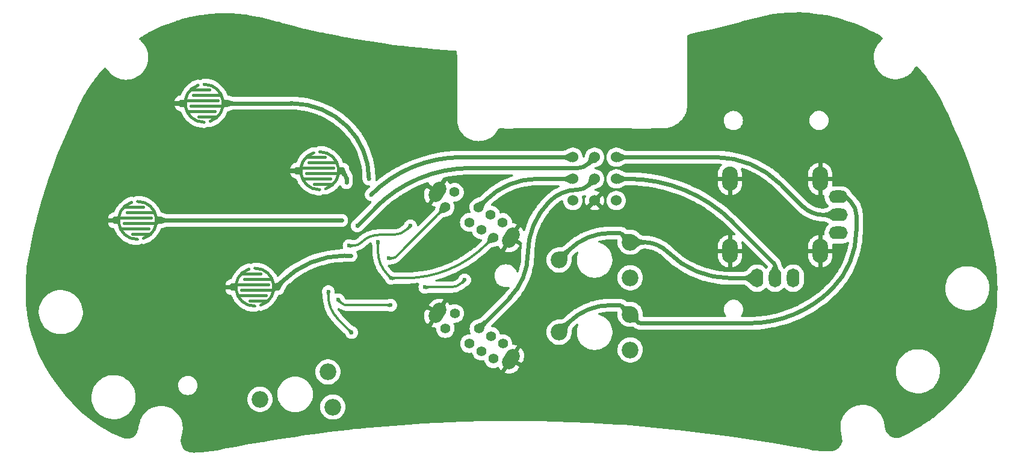
<source format=gbr>
%TF.GenerationSoftware,KiCad,Pcbnew,(6.99.0-1875-gfe1a5267a2)*%
%TF.CreationDate,2022-05-26T15:01:28+02:00*%
%TF.ProjectId,Vectrex Pad miniNeoGeo-rounded,56656374-7265-4782-9050-6164206d696e,1.2*%
%TF.SameCoordinates,Original*%
%TF.FileFunction,Copper,L2,Bot*%
%TF.FilePolarity,Positive*%
%FSLAX46Y46*%
G04 Gerber Fmt 4.6, Leading zero omitted, Abs format (unit mm)*
G04 Created by KiCad (PCBNEW (6.99.0-1875-gfe1a5267a2)) date 2022-05-26 15:01:28*
%MOMM*%
%LPD*%
G01*
G04 APERTURE LIST*
G04 Aperture macros list*
%AMRoundRect*
0 Rectangle with rounded corners*
0 $1 Rounding radius*
0 $2 $3 $4 $5 $6 $7 $8 $9 X,Y pos of 4 corners*
0 Add a 4 corners polygon primitive as box body*
4,1,4,$2,$3,$4,$5,$6,$7,$8,$9,$2,$3,0*
0 Add four circle primitives for the rounded corners*
1,1,$1+$1,$2,$3*
1,1,$1+$1,$4,$5*
1,1,$1+$1,$6,$7*
1,1,$1+$1,$8,$9*
0 Add four rect primitives between the rounded corners*
20,1,$1+$1,$2,$3,$4,$5,0*
20,1,$1+$1,$4,$5,$6,$7,0*
20,1,$1+$1,$6,$7,$8,$9,0*
20,1,$1+$1,$8,$9,$2,$3,0*%
%AMHorizOval*
0 Thick line with rounded ends*
0 $1 width*
0 $2 $3 position (X,Y) of the first rounded end (center of the circle)*
0 $4 $5 position (X,Y) of the second rounded end (center of the circle)*
0 Add line between two ends*
20,1,$1,$2,$3,$4,$5,0*
0 Add two circle primitives to create the rounded ends*
1,1,$1,$2,$3*
1,1,$1,$4,$5*%
G04 Aperture macros list end*
%TA.AperFunction,EtchedComponent*%
%ADD10C,0.381000*%
%TD*%
%TA.AperFunction,ComponentPad*%
%ADD11O,1.778000X2.667000*%
%TD*%
%TA.AperFunction,ComponentPad*%
%ADD12O,2.222000X3.429000*%
%TD*%
%TA.AperFunction,ComponentPad*%
%ADD13O,2.667000X1.778000*%
%TD*%
%TA.AperFunction,SMDPad,CuDef*%
%ADD14RoundRect,0.250000X0.250000X0.250000X-0.250000X0.250000X-0.250000X-0.250000X0.250000X-0.250000X0*%
%TD*%
%TA.AperFunction,ComponentPad*%
%ADD15C,2.340000*%
%TD*%
%TA.AperFunction,ComponentPad*%
%ADD16C,1.400000*%
%TD*%
%TA.AperFunction,ComponentPad*%
%ADD17HorizOval,2.000000X0.265699X0.423561X-0.265699X-0.423561X0*%
%TD*%
%TA.AperFunction,ComponentPad*%
%ADD18C,1.524000*%
%TD*%
%TA.AperFunction,ViaPad*%
%ADD19C,0.800000*%
%TD*%
%TA.AperFunction,ViaPad*%
%ADD20C,0.600000*%
%TD*%
%TA.AperFunction,Conductor*%
%ADD21C,0.600000*%
%TD*%
%TA.AperFunction,Conductor*%
%ADD22C,0.350000*%
%TD*%
G04 APERTURE END LIST*
D10*
%TO.C,SW2*%
X119964200Y-86741000D02*
X115392200Y-86741000D01*
X119583200Y-85217000D02*
X115773200Y-85217000D01*
X119097200Y-88265000D02*
X116535200Y-88265000D01*
X115497200Y-84455000D02*
X118059200Y-84455000D01*
X115011200Y-87503000D02*
X118821200Y-87503000D01*
X114630200Y-85979000D02*
X119202200Y-85979000D01*
X116455364Y-83829348D02*
G75*
G03*
X117297200Y-89027000I841836J-2530652D01*
G01*
X118139036Y-88890652D02*
G75*
G03*
X117297200Y-83693000I-841836J2530652D01*
G01*
%TO.C,SW3*%
X112826800Y-60858400D02*
X108254800Y-60858400D01*
X112445800Y-59334400D02*
X108635800Y-59334400D01*
X111959800Y-62382400D02*
X109397800Y-62382400D01*
X108359800Y-58572400D02*
X110921800Y-58572400D01*
X107873800Y-61620400D02*
X111683800Y-61620400D01*
X107492800Y-60096400D02*
X112064800Y-60096400D01*
X109317964Y-57946748D02*
G75*
G03*
X110159800Y-63144400I841836J-2530652D01*
G01*
X111001636Y-63008052D02*
G75*
G03*
X110159800Y-57810400I-841836J2530652D01*
G01*
%TO.C,SW1*%
X129082800Y-70358000D02*
X124510800Y-70358000D01*
X128701800Y-68834000D02*
X124891800Y-68834000D01*
X128215800Y-71882000D02*
X125653800Y-71882000D01*
X124615800Y-68072000D02*
X127177800Y-68072000D01*
X124129800Y-71120000D02*
X127939800Y-71120000D01*
X123748800Y-69596000D02*
X128320800Y-69596000D01*
X125573964Y-67446348D02*
G75*
G03*
X126415800Y-72644000I841836J-2530652D01*
G01*
X127257636Y-72507652D02*
G75*
G03*
X126415800Y-67310000I-841836J2530652D01*
G01*
%TO.C,SW4*%
X103454200Y-77343000D02*
X98882200Y-77343000D01*
X103073200Y-75819000D02*
X99263200Y-75819000D01*
X102587200Y-78867000D02*
X100025200Y-78867000D01*
X98987200Y-75057000D02*
X101549200Y-75057000D01*
X98501200Y-78105000D02*
X102311200Y-78105000D01*
X98120200Y-76581000D02*
X102692200Y-76581000D01*
X99945364Y-74431348D02*
G75*
G03*
X100787200Y-79629000I841836J-2530652D01*
G01*
X101629036Y-79492652D02*
G75*
G03*
X100787200Y-74295000I-841836J2530652D01*
G01*
%TD*%
D11*
%TO.P,VR1,H1,H+*%
%TO.N,Net-(RV1-Pad2)*%
X187959999Y-85089999D03*
%TO.P,VR1,H2,H*%
%TO.N,/Brun*%
X190499999Y-85089999D03*
%TO.P,VR1,H3,H-*%
%TO.N,Net-(VR1-PadH3)*%
X193039999Y-85089999D03*
D12*
%TO.P,VR1,S1,SHIELD*%
%TO.N,GND*%
X196849999Y-71119999D03*
%TO.P,VR1,S2,SHIELD*%
X196849999Y-81279999D03*
%TO.P,VR1,S3,SHIELD*%
X184149999Y-81279999D03*
%TO.P,VR1,S4,SHIELD*%
X184149999Y-71119999D03*
D13*
%TO.P,VR1,V1,V+*%
%TO.N,Net-(RV2-Pad2)*%
X199389999Y-73659999D03*
%TO.P,VR1,V2,V*%
%TO.N,/Green*%
X199389999Y-76199999D03*
%TO.P,VR1,V3,V-*%
%TO.N,Net-(VR1-PadV3)*%
X199389999Y-78739999D03*
%TD*%
D14*
%TO.P,SW2,1,1*%
%TO.N,Net-(R6-Pad2)*%
X120345200Y-86360000D03*
%TO.P,SW2,2,2*%
%TO.N,GND*%
X114249200Y-86360000D03*
%TD*%
%TO.P,SW3,1,1*%
%TO.N,Net-(R7-Pad2)*%
X113207800Y-60477400D03*
%TO.P,SW3,2,2*%
%TO.N,GND*%
X107111800Y-60477400D03*
%TD*%
D15*
%TO.P,RV1,1,1*%
%TO.N,Net-(R1-Pad2)*%
X170100000Y-85025000D03*
%TO.P,RV1,2,2*%
%TO.N,Net-(RV1-Pad2)*%
X160100000Y-82525000D03*
%TO.P,RV1,3,3*%
X170100000Y-80025000D03*
%TD*%
%TO.P,RV2,1,1*%
%TO.N,Net-(R2-Pad2)*%
X170100000Y-95185000D03*
%TO.P,RV2,2,2*%
%TO.N,Net-(RV2-Pad2)*%
X160100000Y-92685000D03*
%TO.P,RV2,3,3*%
X170100000Y-90185000D03*
%TD*%
D14*
%TO.P,SW1,1,1*%
%TO.N,Net-(R9-Pad2)*%
X129463800Y-69977000D03*
%TO.P,SW1,2,2*%
%TO.N,GND*%
X123367800Y-69977000D03*
%TD*%
D16*
%TO.P,SW6,1,1*%
%TO.N,Net-(SW6-Pad1)*%
X152199693Y-94317990D03*
%TO.P,SW6,2,2*%
%TO.N,Net-(SW6-Pad2)*%
X150505449Y-93255193D03*
%TO.P,SW6,3,3*%
%TO.N,/Orange*%
X148811205Y-92192396D03*
%TO.P,SW6,4,4*%
%TO.N,Net-(SW6-Pad4)*%
X145422718Y-90066801D03*
%TO.P,SW6,5,5*%
%TO.N,Net-(SW6-Pad1)*%
X150871196Y-96435795D03*
%TO.P,SW6,6,6*%
%TO.N,Net-(SW6-Pad2)*%
X149176953Y-95372998D03*
%TO.P,SW6,7,7*%
%TO.N,/Orange*%
X147482709Y-94310200D03*
%TO.P,SW6,8,8*%
%TO.N,Net-(SW6-Pad4)*%
X144094221Y-92184606D03*
D17*
%TO.P,SW6,9,Shield*%
%TO.N,GND*%
X153314400Y-96492828D03*
X142979512Y-90009766D03*
%TD*%
D18*
%TO.P,J1,1,1*%
%TO.N,/Red*%
X162052000Y-71120000D03*
%TO.P,J1,2,2*%
%TO.N,/Black*%
X165100000Y-68072000D03*
%TO.P,J1,3,3*%
%TO.N,/Grey*%
X162052000Y-68072000D03*
%TO.P,J1,4,4*%
%TO.N,/Orange*%
X165100000Y-71120000D03*
%TO.P,J1,5,5*%
%TO.N,/Brun*%
X168148000Y-71120000D03*
%TO.P,J1,6,6*%
%TO.N,/Green*%
X168148000Y-68072000D03*
%TO.P,J1,7,7*%
%TO.N,+5V*%
X162052000Y-74168000D03*
%TO.P,J1,8,8*%
%TO.N,GND*%
X165100000Y-74168000D03*
%TO.P,J1,9,9*%
%TO.N,-5V*%
X168148000Y-74168000D03*
%TD*%
D14*
%TO.P,SW4,1,1*%
%TO.N,Net-(R10-Pad2)*%
X103835200Y-76962000D03*
%TO.P,SW4,2,2*%
%TO.N,GND*%
X97739200Y-76962000D03*
%TD*%
D16*
%TO.P,SW5,1,1*%
%TO.N,Net-(SW5-Pad1)*%
X152174272Y-77241184D03*
%TO.P,SW5,2,2*%
%TO.N,Net-(SW5-Pad2)*%
X150480028Y-76178387D03*
%TO.P,SW5,3,3*%
%TO.N,/Red*%
X148785784Y-75115590D03*
%TO.P,SW5,4,4*%
%TO.N,Net-(SW5-Pad4)*%
X145397297Y-72989995D03*
%TO.P,SW5,5,5*%
%TO.N,Net-(SW5-Pad1)*%
X150845775Y-79358989D03*
%TO.P,SW5,6,6*%
%TO.N,Net-(SW5-Pad2)*%
X149151532Y-78296192D03*
%TO.P,SW5,7,7*%
%TO.N,/Red*%
X147457288Y-77233394D03*
%TO.P,SW5,8,8*%
%TO.N,Net-(SW5-Pad4)*%
X144068800Y-75107800D03*
D17*
%TO.P,SW5,9,Shield*%
%TO.N,GND*%
X153288979Y-79416022D03*
X142954091Y-72932960D03*
%TD*%
D15*
%TO.P,RV5,1,1*%
%TO.N,Net-(R8-Pad1)*%
X128270000Y-103225600D03*
%TO.P,RV5,2,2*%
X118019387Y-102141661D03*
%TO.P,RV5,3,3*%
%TO.N,Net-(R5-Pad2)*%
X127574134Y-98274260D03*
%TD*%
D19*
%TO.N,GND*%
X150114000Y-86106000D03*
X172085000Y-66040000D03*
X151765000Y-101600000D03*
X213360000Y-80645000D03*
X173990000Y-94996000D03*
X110490000Y-97155000D03*
X159131000Y-80264000D03*
X131750000Y-85080000D03*
X158115000Y-72771000D03*
X140335000Y-76962000D03*
X135255000Y-91186000D03*
X90170000Y-81915000D03*
X130937000Y-76454000D03*
X129032000Y-75438000D03*
X160020000Y-87630000D03*
X123825000Y-92456000D03*
X175895000Y-76200000D03*
X209550000Y-61595000D03*
X168910000Y-101600000D03*
X139700000Y-59055000D03*
X171450000Y-87630000D03*
X181610000Y-89535000D03*
X161925000Y-95250000D03*
X187325000Y-89535000D03*
X125730000Y-87630000D03*
X109855000Y-81915000D03*
X135890000Y-101600000D03*
X144780000Y-80645000D03*
X93980000Y-71755000D03*
X193675000Y-52705000D03*
X129794000Y-67564000D03*
X139065000Y-92354400D03*
X102870000Y-89535000D03*
X98425000Y-62230000D03*
X92710000Y-97155000D03*
X133350000Y-87630000D03*
X182245000Y-55880000D03*
X150622000Y-71374000D03*
X111125000Y-52705000D03*
X142113000Y-83058000D03*
X160274000Y-74803000D03*
X118110000Y-68580000D03*
X127304800Y-84582000D03*
X125222000Y-62484000D03*
X209550000Y-90170000D03*
X213360000Y-71755000D03*
X139700000Y-73025000D03*
D20*
X131460000Y-71900000D03*
D19*
X140208000Y-81280000D03*
X171450000Y-82550000D03*
X126365000Y-55245000D03*
X139446000Y-87655400D03*
X201930000Y-97155000D03*
D20*
%TO.N,/Black*%
X131699000Y-77724000D03*
%TO.N,/Grey*%
X133672500Y-73337500D03*
%TO.N,Net-(SW5-Pad4)*%
X136144000Y-82296000D03*
%TO.N,+5V*%
X127635000Y-86995000D03*
X130905250Y-92741750D03*
%TO.N,Net-(SW5-Pad1)*%
X136480000Y-85090000D03*
X134620000Y-80010000D03*
%TO.N,Net-(SW6-Pad1)*%
X146812000Y-85344000D03*
X139192000Y-77724000D03*
X130556000Y-80518000D03*
X141224000Y-86360000D03*
%TO.N,Net-(R6-Pad2)*%
X130810000Y-81915000D03*
%TO.N,Net-(R7-Pad2)*%
X133350000Y-71120000D03*
%TO.N,Net-(R9-Pad2)*%
X130175000Y-71628000D03*
%TO.N,Net-(R10-Pad2)*%
X129510000Y-76962000D03*
%TO.N,Net-(U1-Pad3)*%
X129032000Y-88138000D03*
X136398000Y-88900000D03*
%TD*%
D21*
%TO.N,GND*%
X114249200Y-86360000D02*
X112014000Y-86360000D01*
X123367800Y-69977000D02*
X120954800Y-69977000D01*
X107111800Y-60477400D02*
X102895400Y-60477400D01*
X97739200Y-76962000D02*
X94411800Y-76962000D01*
%TO.N,Net-(RV1-Pad2)*%
X171968847Y-80025000D02*
X170100000Y-80025000D01*
X168607893Y-78740000D02*
X167333216Y-78740000D01*
X187960000Y-85090000D02*
X184196916Y-85090000D01*
X161446743Y-81178257D02*
X160100000Y-82525000D01*
X170100000Y-80025000D02*
X168961446Y-78886446D01*
X175444751Y-81464780D02*
G75*
G03*
X184196916Y-85090000I8752149J8752280D01*
G01*
X175444790Y-81464741D02*
G75*
G03*
X171968847Y-80025000I-3475890J-3475959D01*
G01*
X168961449Y-78886443D02*
G75*
G03*
X168607893Y-78740000I-353549J-353557D01*
G01*
X167333216Y-78740003D02*
G75*
G03*
X161446743Y-81178257I-16J-8324697D01*
G01*
%TO.N,/Red*%
X149769606Y-74131768D02*
X148785784Y-75115590D01*
X162052000Y-71120000D02*
X157040657Y-71120000D01*
X157040657Y-71119965D02*
G75*
G03*
X149769607Y-74131769I43J-10282835D01*
G01*
%TO.N,/Black*%
X165100000Y-68072000D02*
X164186246Y-68985754D01*
X134240410Y-75182590D02*
X131699000Y-77724000D01*
X162712981Y-69596000D02*
X147727630Y-69596000D01*
X147727630Y-69596019D02*
G75*
G03*
X134240410Y-75182590I-30J-19073781D01*
G01*
X162712981Y-69595990D02*
G75*
G03*
X164186246Y-68985754I19J2083490D01*
G01*
%TO.N,/Grey*%
X162052000Y-68072000D02*
X146384480Y-68072000D01*
X146384480Y-68071988D02*
G75*
G03*
X133672500Y-73337500I20J-17977412D01*
G01*
%TO.N,/Orange*%
X164175589Y-72044411D02*
X165100000Y-71120000D01*
X148811205Y-92192396D02*
X153127939Y-87875662D01*
X153127926Y-87875649D02*
G75*
G03*
X155702000Y-81661329I-6214326J6214349D01*
G01*
X162728070Y-72644037D02*
G75*
G03*
X158755499Y-74289501I-70J-5617963D01*
G01*
X158755499Y-74289501D02*
G75*
G03*
X155702000Y-81661329I7371801J-7371799D01*
G01*
X162728070Y-72643974D02*
G75*
G03*
X164175589Y-72044411I30J2047074D01*
G01*
%TO.N,/Brun*%
X190353553Y-83010053D02*
X184591221Y-77247721D01*
X169797593Y-71120000D02*
X168148000Y-71120000D01*
X190500000Y-85090000D02*
X190500000Y-83363607D01*
X190499995Y-83363607D02*
G75*
G03*
X190353553Y-83010053I-499995J7D01*
G01*
X184591235Y-77247707D02*
G75*
G03*
X169797593Y-71120000I-14793635J-14793693D01*
G01*
%TO.N,/Green*%
X191224845Y-71844845D02*
X194327743Y-74947743D01*
X168148000Y-68072000D02*
X182116392Y-68072000D01*
X197350958Y-76200000D02*
X199390000Y-76200000D01*
X191224850Y-71844840D02*
G75*
G03*
X182116392Y-68072000I-9108450J-9108460D01*
G01*
X194327758Y-74947728D02*
G75*
G03*
X197350958Y-76200000I3023242J3023228D01*
G01*
D22*
%TO.N,Net-(SW5-Pad4)*%
X137027047Y-82149553D02*
X144068800Y-75107800D01*
X136144000Y-82296000D02*
X136673493Y-82296000D01*
X136673493Y-82295995D02*
G75*
G03*
X137027047Y-82149553I7J499995D01*
G01*
D21*
%TO.N,Net-(RV2-Pad2)*%
X168961447Y-89046447D02*
X170100000Y-90185000D01*
X200452893Y-73660000D02*
X199390000Y-73660000D01*
X201930000Y-78344193D02*
X201930000Y-76241284D01*
X167297321Y-88900000D02*
X168607893Y-88900000D01*
X160100000Y-92685000D02*
X161472124Y-91312876D01*
X201149229Y-74356336D02*
X200452893Y-73660000D01*
X170100000Y-90185000D02*
X171208554Y-91293554D01*
X171562107Y-91440000D02*
X186841475Y-91440000D01*
X198507036Y-86607953D02*
G75*
G03*
X201930000Y-78344193I-8263736J8263753D01*
G01*
X171208551Y-91293557D02*
G75*
G03*
X171562107Y-91440000I353549J353557D01*
G01*
X167297321Y-88900024D02*
G75*
G03*
X161472125Y-91312877I-21J-8238076D01*
G01*
X201930016Y-76241284D02*
G75*
G03*
X201149228Y-74356337I-2665716J-16D01*
G01*
X186841475Y-91439978D02*
G75*
G03*
X198507041Y-86607958I25J16497578D01*
G01*
X168961450Y-89046444D02*
G75*
G03*
X168607893Y-88900000I-353550J-353556D01*
G01*
D22*
%TO.N,+5V*%
X127635000Y-87609618D02*
X127635000Y-86995000D01*
X130905250Y-92741750D02*
X128951548Y-90788048D01*
X127634993Y-87609618D02*
G75*
G03*
X128951548Y-90788048I4495007J18D01*
G01*
%TO.N,Net-(SW5-Pad1)*%
X138400108Y-85090000D02*
X136480000Y-85090000D01*
X134620000Y-80010000D02*
X134620000Y-81333391D01*
X135961104Y-84571104D02*
X136480000Y-85090000D01*
X150845775Y-79358989D02*
X149862742Y-80342022D01*
X134620001Y-81333391D02*
G75*
G03*
X135961104Y-84571104I4578799J-9D01*
G01*
X138400108Y-85090009D02*
G75*
G03*
X149862742Y-80342022I-8J16210609D01*
G01*
%TO.N,Net-(SW6-Pad1)*%
X146812000Y-85344000D02*
X146404668Y-85751332D01*
X134833092Y-78994000D02*
X136765485Y-78994000D01*
X144935212Y-86360000D02*
X141224000Y-86360000D01*
X130556000Y-80518000D02*
X131153817Y-80518000D01*
X138739780Y-78176220D02*
X139192000Y-77724000D01*
X131153817Y-80518010D02*
G75*
G03*
X132301305Y-80042695I-17J1622810D01*
G01*
X136765485Y-78993981D02*
G75*
G03*
X138739779Y-78176219I15J2792081D01*
G01*
X134833092Y-78993995D02*
G75*
G03*
X132301306Y-80042696I8J-3580505D01*
G01*
X144935212Y-86360016D02*
G75*
G03*
X146404668Y-85751332I-12J2078116D01*
G01*
D21*
%TO.N,Net-(R6-Pad2)*%
X121087195Y-85618005D02*
X120363729Y-86341471D01*
X130810000Y-81915000D02*
X130027041Y-81915000D01*
X130027041Y-81915014D02*
G75*
G03*
X121087195Y-85618005I-41J-12642786D01*
G01*
%TO.N,Net-(R7-Pad2)*%
X113207800Y-60477400D02*
X122399050Y-60477400D01*
X133350021Y-71120000D02*
G75*
G03*
X130296734Y-63748736I-10424521J0D01*
G01*
X130296761Y-63748709D02*
G75*
G03*
X122399050Y-60477400I-7897661J-7897691D01*
G01*
%TO.N,Net-(R9-Pad2)*%
X129463800Y-70027800D02*
X129959303Y-70523303D01*
D22*
X129463800Y-69977000D02*
X129463800Y-70027800D01*
D21*
X130175000Y-71044042D02*
X130175000Y-71628000D01*
X130174981Y-71044042D02*
G75*
G03*
X129959303Y-70523303I-736381J42D01*
G01*
%TO.N,Net-(R10-Pad2)*%
X103835200Y-76962000D02*
X129510000Y-76962000D01*
D22*
%TO.N,Net-(U1-Pad3)*%
X130274096Y-88900000D02*
X136398000Y-88900000D01*
X129032000Y-88138000D02*
X129454521Y-88560521D01*
X129454514Y-88560528D02*
G75*
G03*
X130274096Y-88900000I819586J819628D01*
G01*
%TD*%
%TA.AperFunction,Conductor*%
%TO.N,GND*%
G36*
X193932786Y-47668206D02*
G01*
X194054792Y-47674306D01*
X194055648Y-47674539D01*
X194058604Y-47674661D01*
X194058615Y-47674662D01*
X194076744Y-47675410D01*
X194078043Y-47675469D01*
X194099027Y-47676518D01*
X194098883Y-47679397D01*
X194099770Y-47679576D01*
X194099902Y-47676364D01*
X194099903Y-47676364D01*
X194316457Y-47685293D01*
X194323352Y-47685740D01*
X194445410Y-47696510D01*
X194465742Y-47698304D01*
X194465731Y-47698425D01*
X194466005Y-47698462D01*
X194466011Y-47698390D01*
X194475463Y-47699198D01*
X194487560Y-47700231D01*
X194487971Y-47700266D01*
X194510460Y-47702250D01*
X194510173Y-47705508D01*
X194510458Y-47705577D01*
X194510745Y-47702211D01*
X195197391Y-47760857D01*
X195201513Y-47761267D01*
X195663177Y-47813671D01*
X195666071Y-47814029D01*
X195956107Y-47852824D01*
X196040160Y-47864067D01*
X196040149Y-47864151D01*
X196040330Y-47864128D01*
X196041237Y-47864455D01*
X196045307Y-47864953D01*
X196045314Y-47864954D01*
X196061723Y-47866960D01*
X196063395Y-47867174D01*
X196083809Y-47869905D01*
X196083450Y-47872592D01*
X196084565Y-47872916D01*
X196084946Y-47869801D01*
X196769238Y-47953490D01*
X196769408Y-47953511D01*
X197058157Y-47989802D01*
X197230685Y-48011486D01*
X197233465Y-48011862D01*
X197312189Y-48023266D01*
X197763413Y-48088631D01*
X197772186Y-48090171D01*
X198444688Y-48229139D01*
X198449415Y-48230196D01*
X198628821Y-48273398D01*
X199193410Y-48409353D01*
X199201821Y-48411640D01*
X200156819Y-48701639D01*
X200161515Y-48703151D01*
X200895162Y-48952743D01*
X200895440Y-48952838D01*
X201297555Y-49090527D01*
X201452191Y-49143476D01*
X201537509Y-49172690D01*
X201545955Y-49175870D01*
X202790855Y-49688329D01*
X202799464Y-49692198D01*
X203423048Y-49996507D01*
X203424169Y-49997061D01*
X203893711Y-50231831D01*
X204332561Y-50451256D01*
X204336450Y-50453273D01*
X204833225Y-50720196D01*
X204840961Y-50724656D01*
X205359270Y-51044570D01*
X205362350Y-51046525D01*
X205583158Y-51190478D01*
X205634665Y-51247886D01*
X205650567Y-51323358D01*
X205624135Y-51400332D01*
X205593238Y-51444787D01*
X205521135Y-51548526D01*
X205512722Y-51559505D01*
X205386406Y-51709371D01*
X205384598Y-51710800D01*
X205380494Y-51715900D01*
X205372935Y-51725293D01*
X205370783Y-51727906D01*
X205358774Y-51742154D01*
X205357271Y-51740887D01*
X205355514Y-51742431D01*
X205357717Y-51744204D01*
X205260166Y-51865429D01*
X205206776Y-51931775D01*
X205198859Y-51940838D01*
X205092075Y-52053545D01*
X204887574Y-52323753D01*
X204885460Y-52327304D01*
X204885458Y-52327307D01*
X204818666Y-52439504D01*
X204714231Y-52614932D01*
X204712522Y-52618697D01*
X204712518Y-52618705D01*
X204575882Y-52919749D01*
X204574177Y-52923506D01*
X204536080Y-53040350D01*
X204474553Y-53229059D01*
X204469132Y-53245684D01*
X204400385Y-53577508D01*
X204368782Y-53914901D01*
X204368854Y-53919029D01*
X204368854Y-53919035D01*
X204369302Y-53944618D01*
X204374711Y-54253720D01*
X204418099Y-54589801D01*
X204498413Y-54919017D01*
X204499826Y-54922885D01*
X204499826Y-54922886D01*
X204554180Y-55071708D01*
X204614666Y-55237322D01*
X204616501Y-55241017D01*
X204616505Y-55241025D01*
X204742396Y-55494440D01*
X204765430Y-55540807D01*
X204948854Y-55825744D01*
X205162684Y-56088632D01*
X205165623Y-56091522D01*
X205165629Y-56091529D01*
X205390514Y-56312691D01*
X205404292Y-56326241D01*
X205407529Y-56328785D01*
X205407532Y-56328788D01*
X205493398Y-56396281D01*
X205670712Y-56535654D01*
X205674220Y-56537830D01*
X205674221Y-56537831D01*
X205769016Y-56596640D01*
X205958670Y-56714297D01*
X205962404Y-56716075D01*
X205962406Y-56716076D01*
X205973453Y-56721336D01*
X206264629Y-56859976D01*
X206268541Y-56861331D01*
X206268543Y-56861332D01*
X206278953Y-56864938D01*
X206584830Y-56970901D01*
X206588855Y-56971812D01*
X206588862Y-56971814D01*
X206735792Y-57005070D01*
X206915340Y-57045709D01*
X206919447Y-57046170D01*
X206919449Y-57046170D01*
X207247988Y-57083022D01*
X207252098Y-57083483D01*
X207419722Y-57083618D01*
X207586828Y-57083753D01*
X207586834Y-57083753D01*
X207590968Y-57083756D01*
X207825029Y-57057885D01*
X207923671Y-57046982D01*
X207923672Y-57046982D01*
X207927787Y-57046527D01*
X207935489Y-57044797D01*
X208254389Y-56973158D01*
X208254388Y-56973158D01*
X208258418Y-56972253D01*
X208578798Y-56861846D01*
X208586496Y-56858196D01*
X208881260Y-56718431D01*
X208881266Y-56718428D01*
X208884992Y-56716661D01*
X209106132Y-56579965D01*
X209169728Y-56540654D01*
X209169732Y-56540651D01*
X209173238Y-56538484D01*
X209176488Y-56535938D01*
X209436748Y-56332047D01*
X209436753Y-56332043D01*
X209439996Y-56329502D01*
X209613750Y-56159175D01*
X209679038Y-56095175D01*
X209679040Y-56095173D01*
X209681988Y-56092283D01*
X209684595Y-56089091D01*
X209684601Y-56089084D01*
X209778455Y-55974153D01*
X209778467Y-55974163D01*
X209778482Y-55974129D01*
X209782781Y-55970372D01*
X209787700Y-55963599D01*
X209787702Y-55963596D01*
X209790255Y-55960081D01*
X209795375Y-55953432D01*
X209814373Y-55930151D01*
X209815244Y-55930862D01*
X209819077Y-55926747D01*
X209816055Y-55924552D01*
X209949205Y-55741199D01*
X209950759Y-55739098D01*
X210221204Y-55380100D01*
X210234854Y-55364395D01*
X210295673Y-55303576D01*
X210362468Y-55265012D01*
X210439596Y-55265012D01*
X210508444Y-55305670D01*
X211072002Y-55891861D01*
X211080027Y-55900920D01*
X211826654Y-56816219D01*
X211833862Y-56825822D01*
X212844721Y-58292314D01*
X212850839Y-58301189D01*
X212855923Y-58309087D01*
X213151035Y-58800941D01*
X213673972Y-59672502D01*
X213679437Y-59682449D01*
X214538361Y-61397785D01*
X214541441Y-61404329D01*
X214831386Y-62061194D01*
X215390426Y-63327692D01*
X215390664Y-63328847D01*
X215392126Y-63332057D01*
X215392128Y-63332063D01*
X215399220Y-63347637D01*
X215399928Y-63349217D01*
X215408197Y-63367951D01*
X215405731Y-63369040D01*
X215406045Y-63370191D01*
X215408898Y-63368892D01*
X216165862Y-65031336D01*
X216200204Y-65106759D01*
X216202218Y-65111389D01*
X216306214Y-65361987D01*
X217140625Y-67372671D01*
X217141999Y-67376101D01*
X217566190Y-68474451D01*
X217567004Y-68476608D01*
X217999427Y-69649968D01*
X218000233Y-69652209D01*
X218552624Y-71228294D01*
X218552973Y-71229302D01*
X218931691Y-72335159D01*
X218933220Y-72339879D01*
X219313903Y-73585295D01*
X219314854Y-73588538D01*
X219588184Y-74561135D01*
X219618546Y-74669173D01*
X219817866Y-75385132D01*
X219935652Y-75808222D01*
X219935900Y-75809123D01*
X220340935Y-77300156D01*
X220341808Y-77303523D01*
X220538084Y-78099047D01*
X220627605Y-78461886D01*
X220627834Y-78462828D01*
X220655991Y-78580243D01*
X220881285Y-79519717D01*
X220881489Y-79520578D01*
X221077960Y-80361878D01*
X221079086Y-80367125D01*
X221292885Y-81458757D01*
X221293598Y-81462677D01*
X221344654Y-81766174D01*
X221428728Y-82265945D01*
X221429509Y-82270589D01*
X221429877Y-82272890D01*
X221471575Y-82547399D01*
X221515161Y-82834335D01*
X221517900Y-82852369D01*
X221517777Y-82854883D01*
X221518998Y-82861764D01*
X221518999Y-82861774D01*
X221520961Y-82872830D01*
X221521564Y-82876491D01*
X221524306Y-82894546D01*
X221522498Y-82894821D01*
X221522501Y-82897374D01*
X221525230Y-82896890D01*
X221597980Y-83306936D01*
X221603980Y-83340757D01*
X221605119Y-83348300D01*
X221629578Y-83543970D01*
X221630815Y-83553866D01*
X221631578Y-83561609D01*
X221657878Y-83925755D01*
X221663639Y-84005528D01*
X221663853Y-84009099D01*
X221703298Y-84830048D01*
X221702999Y-84831933D01*
X221704293Y-84851252D01*
X221704444Y-84853873D01*
X221705375Y-84873267D01*
X221705376Y-84873270D01*
X221705376Y-84873271D01*
X221703161Y-84873377D01*
X221702964Y-84875304D01*
X221705889Y-84875108D01*
X221744208Y-85447487D01*
X221744967Y-85458830D01*
X221745099Y-85461033D01*
X221766362Y-85870624D01*
X221792533Y-86374753D01*
X221792686Y-86386210D01*
X221771355Y-87237500D01*
X221765618Y-87466472D01*
X221765327Y-87467674D01*
X221765282Y-87471205D01*
X221765281Y-87471213D01*
X221765063Y-87488187D01*
X221765028Y-87490001D01*
X221764517Y-87510401D01*
X221761860Y-87510334D01*
X221761641Y-87511573D01*
X221764762Y-87511613D01*
X221755795Y-88208845D01*
X221755036Y-88267828D01*
X221754527Y-88278365D01*
X221690415Y-89042755D01*
X221689372Y-89051833D01*
X221542313Y-90058816D01*
X221541069Y-90066075D01*
X221348112Y-91045896D01*
X221347242Y-91050009D01*
X221107002Y-92111067D01*
X221104552Y-92120456D01*
X220621236Y-93753212D01*
X220617722Y-93763650D01*
X220286308Y-94639530D01*
X220032524Y-95310247D01*
X220021492Y-95339402D01*
X220018075Y-95347672D01*
X219897808Y-95615668D01*
X219382927Y-96763002D01*
X219377633Y-96773642D01*
X218916890Y-97613821D01*
X218622285Y-98151042D01*
X218568774Y-98248620D01*
X218564420Y-98256043D01*
X217996190Y-99163633D01*
X217663354Y-99695245D01*
X217656097Y-99705798D01*
X216854337Y-100770673D01*
X216845670Y-100781152D01*
X216061970Y-101644976D01*
X216061527Y-101645461D01*
X215723638Y-102014180D01*
X215370421Y-102399624D01*
X215366667Y-102403573D01*
X215318400Y-102452524D01*
X214510188Y-103272185D01*
X214485312Y-103297413D01*
X214475728Y-103306315D01*
X214421135Y-103352730D01*
X213187726Y-104401366D01*
X213182649Y-104405494D01*
X213023256Y-104529375D01*
X212718597Y-104766157D01*
X212705258Y-104776524D01*
X212699383Y-104780863D01*
X212393655Y-104995270D01*
X212122188Y-105185650D01*
X212120014Y-105187146D01*
X211150950Y-105841451D01*
X211136527Y-105851189D01*
X211130403Y-105855110D01*
X210341378Y-106333534D01*
X210338109Y-106335460D01*
X209766535Y-106662425D01*
X209170594Y-107003328D01*
X209162169Y-107007795D01*
X208517581Y-107323511D01*
X208424924Y-107368894D01*
X208424877Y-107368917D01*
X208309485Y-107425385D01*
X208306640Y-107426740D01*
X208219374Y-107467180D01*
X208207646Y-107472020D01*
X208155924Y-107490828D01*
X208140221Y-107495577D01*
X208086453Y-107508656D01*
X208086293Y-107508695D01*
X208086283Y-107508656D01*
X208086208Y-107508697D01*
X208085647Y-107508708D01*
X208083231Y-107509312D01*
X208064718Y-107513940D01*
X208063798Y-107514166D01*
X208043022Y-107519220D01*
X208042302Y-107516261D01*
X208041647Y-107516320D01*
X208042444Y-107519509D01*
X207958889Y-107540397D01*
X207958854Y-107540259D01*
X207958560Y-107540420D01*
X207953913Y-107540745D01*
X207945908Y-107543171D01*
X207945907Y-107543171D01*
X207943676Y-107543847D01*
X207940538Y-107544798D01*
X207933463Y-107546753D01*
X207928017Y-107548114D01*
X207928010Y-107548117D01*
X207921425Y-107549763D01*
X207921422Y-107549763D01*
X207919893Y-107550145D01*
X207919835Y-107549915D01*
X207914838Y-107550392D01*
X207915447Y-107552401D01*
X207891922Y-107559530D01*
X207864677Y-107567786D01*
X207850696Y-107571293D01*
X207828515Y-107575730D01*
X207817950Y-107577843D01*
X207805813Y-107579753D01*
X207767854Y-107584134D01*
X207756091Y-107585022D01*
X207743195Y-107585482D01*
X207709624Y-107586681D01*
X207700387Y-107586724D01*
X207647826Y-107585341D01*
X207618441Y-107584567D01*
X207615305Y-107584452D01*
X207573149Y-107582444D01*
X207519336Y-107579881D01*
X207513329Y-107579473D01*
X207446701Y-107573594D01*
X207435948Y-107572250D01*
X207394251Y-107565489D01*
X207359719Y-107559889D01*
X207355306Y-107559105D01*
X207290020Y-107546468D01*
X207283036Y-107544941D01*
X207275779Y-107543171D01*
X207194611Y-107523374D01*
X207188208Y-107521660D01*
X207092121Y-107493635D01*
X207080138Y-107490140D01*
X207074742Y-107488455D01*
X207058788Y-107483137D01*
X206986158Y-107458926D01*
X206976213Y-107455212D01*
X206892878Y-107420658D01*
X206885078Y-107417158D01*
X206827893Y-107389489D01*
X206817463Y-107383919D01*
X206816802Y-107383531D01*
X206765749Y-107353604D01*
X206757440Y-107348357D01*
X206705958Y-107313423D01*
X206697566Y-107307291D01*
X206570026Y-107207081D01*
X206565737Y-107203580D01*
X206552038Y-107191965D01*
X206463166Y-107116617D01*
X206455473Y-107109619D01*
X206454860Y-107109021D01*
X206369433Y-107025677D01*
X206361762Y-107017611D01*
X206305649Y-106954016D01*
X206296457Y-106942497D01*
X206268901Y-106904225D01*
X206262423Y-106894436D01*
X206177170Y-106753884D01*
X206175863Y-106751688D01*
X206107615Y-106634692D01*
X206106453Y-106632664D01*
X206105225Y-106630480D01*
X206068673Y-106565499D01*
X206063436Y-106555289D01*
X206051361Y-106529327D01*
X206027210Y-106477402D01*
X206020635Y-106460698D01*
X206008919Y-106424713D01*
X205996813Y-106387530D01*
X205993042Y-106373728D01*
X205991859Y-106368404D01*
X205967185Y-106257374D01*
X205966397Y-106253594D01*
X205963396Y-106238211D01*
X205944879Y-106143314D01*
X205927970Y-106056653D01*
X205926945Y-106050774D01*
X205895430Y-105845921D01*
X205895428Y-105845918D01*
X205895321Y-105845219D01*
X205895451Y-105841518D01*
X205892397Y-105825566D01*
X205891485Y-105820285D01*
X205889014Y-105804225D01*
X205889013Y-105804223D01*
X205889013Y-105804221D01*
X205890071Y-105804058D01*
X205890059Y-105800321D01*
X205887650Y-105800782D01*
X205879825Y-105759917D01*
X205872200Y-105720099D01*
X205872231Y-105718030D01*
X205869869Y-105706925D01*
X205868284Y-105699476D01*
X205867681Y-105696497D01*
X205866481Y-105690229D01*
X205864094Y-105677767D01*
X205866170Y-105677369D01*
X205866087Y-105675263D01*
X205863260Y-105675864D01*
X205842146Y-105576629D01*
X205842105Y-105576436D01*
X205839706Y-105565085D01*
X205825999Y-105500241D01*
X205824926Y-105494629D01*
X205797782Y-105336312D01*
X205789388Y-105306944D01*
X205706201Y-105015909D01*
X205706198Y-105015900D01*
X205705088Y-105012017D01*
X205644576Y-104863661D01*
X205579234Y-104703464D01*
X205579231Y-104703457D01*
X205577704Y-104699714D01*
X205417139Y-104403102D01*
X205382114Y-104352455D01*
X205227605Y-104129033D01*
X205227603Y-104129031D01*
X205225295Y-104125693D01*
X205004444Y-103870773D01*
X205001476Y-103868019D01*
X204760174Y-103644119D01*
X204760169Y-103644115D01*
X204757200Y-103641360D01*
X204753946Y-103638942D01*
X204753938Y-103638935D01*
X204489754Y-103442595D01*
X204489750Y-103442593D01*
X204486492Y-103440171D01*
X204482993Y-103438120D01*
X204482989Y-103438117D01*
X204199024Y-103271640D01*
X204199019Y-103271638D01*
X204195525Y-103269589D01*
X204084970Y-103220035D01*
X203891451Y-103133294D01*
X203891440Y-103133290D01*
X203887746Y-103131634D01*
X203732765Y-103081561D01*
X203570660Y-103029186D01*
X203570652Y-103029184D01*
X203566799Y-103027939D01*
X203498573Y-103013851D01*
X203240453Y-102960552D01*
X203240443Y-102960551D01*
X203236484Y-102959733D01*
X202956092Y-102933085D01*
X202904745Y-102928205D01*
X202904743Y-102928205D01*
X202900714Y-102927822D01*
X202896665Y-102927879D01*
X202896660Y-102927879D01*
X202763735Y-102929757D01*
X202563465Y-102932586D01*
X202228730Y-102973967D01*
X202224774Y-102974901D01*
X202224769Y-102974902D01*
X201904429Y-103050542D01*
X201904427Y-103050543D01*
X201900474Y-103051476D01*
X201582584Y-103164195D01*
X201278824Y-103310788D01*
X200992791Y-103489520D01*
X200989605Y-103492031D01*
X200989603Y-103492032D01*
X200924414Y-103543401D01*
X200727874Y-103698275D01*
X200487208Y-103934580D01*
X200484641Y-103937718D01*
X200484640Y-103937719D01*
X200279806Y-104188105D01*
X200273645Y-104195636D01*
X200089713Y-104478353D01*
X200087888Y-104481964D01*
X200087883Y-104481973D01*
X199939422Y-104775755D01*
X199937590Y-104779381D01*
X199819078Y-105095158D01*
X199818076Y-105099080D01*
X199818074Y-105099086D01*
X199736585Y-105418008D01*
X199735580Y-105421942D01*
X199688085Y-105755864D01*
X199683698Y-105891171D01*
X199677690Y-106076506D01*
X199677156Y-106092970D01*
X199702922Y-106429267D01*
X199733830Y-106594360D01*
X199791056Y-106901949D01*
X199793982Y-106917679D01*
X199794673Y-106921694D01*
X199821800Y-107093500D01*
X199822865Y-107103259D01*
X199823193Y-107105135D01*
X199823701Y-107113497D01*
X199826057Y-107121534D01*
X199826285Y-107122840D01*
X199826633Y-107124102D01*
X199827937Y-107132365D01*
X199831047Y-107140129D01*
X199831553Y-107141966D01*
X199834772Y-107151268D01*
X199867038Y-107261355D01*
X199871167Y-107279640D01*
X199878208Y-107323511D01*
X199899349Y-107455241D01*
X199900321Y-107462398D01*
X199918599Y-107626900D01*
X199919298Y-107635417D01*
X199924296Y-107729110D01*
X199927733Y-107793547D01*
X199927733Y-107793555D01*
X199927759Y-107794034D01*
X199927735Y-107794035D01*
X199927736Y-107794176D01*
X199927644Y-107794727D01*
X199927745Y-107796403D01*
X199927745Y-107796408D01*
X199928929Y-107816061D01*
X199928987Y-107817083D01*
X199930127Y-107838454D01*
X199927122Y-107838614D01*
X199927054Y-107839322D01*
X199930319Y-107839125D01*
X199941527Y-108025184D01*
X199941656Y-108027672D01*
X199943475Y-108069514D01*
X199940173Y-108107829D01*
X199936236Y-108125825D01*
X199929994Y-108146824D01*
X199917461Y-108179866D01*
X199911420Y-108193649D01*
X199859476Y-108297536D01*
X199859390Y-108297493D01*
X199859346Y-108297705D01*
X199857600Y-108299965D01*
X199850315Y-108315710D01*
X199848409Y-108319670D01*
X199840645Y-108335199D01*
X199840644Y-108335202D01*
X199839325Y-108334543D01*
X199837538Y-108337081D01*
X199839917Y-108338182D01*
X199772345Y-108484223D01*
X199769701Y-108489646D01*
X199681005Y-108662603D01*
X199671814Y-108678131D01*
X199582872Y-108809522D01*
X199575007Y-108821141D01*
X199572343Y-108824947D01*
X199504559Y-108918649D01*
X199490156Y-108935706D01*
X199483514Y-108942471D01*
X199385033Y-109042775D01*
X199372787Y-109053932D01*
X199316627Y-109099644D01*
X199295225Y-109117064D01*
X199280459Y-109127654D01*
X199133497Y-109220030D01*
X199122350Y-109226384D01*
X199098304Y-109238751D01*
X198974523Y-109302410D01*
X198960046Y-109308905D01*
X198845907Y-109352958D01*
X198840273Y-109355132D01*
X198833741Y-109357480D01*
X198711066Y-109398372D01*
X198698644Y-109401922D01*
X198633524Y-109417515D01*
X198550691Y-109437348D01*
X198535514Y-109440159D01*
X198508184Y-109443769D01*
X198439457Y-109452846D01*
X198421822Y-109454117D01*
X198075820Y-109458470D01*
X198042800Y-109458885D01*
X198039353Y-109458889D01*
X197332283Y-109451394D01*
X197325712Y-109451178D01*
X196920244Y-109428926D01*
X196917411Y-109428744D01*
X196349332Y-109386386D01*
X196342797Y-109385753D01*
X196324939Y-109383627D01*
X195826437Y-109324282D01*
X195818484Y-109323117D01*
X195559480Y-109277968D01*
X195552229Y-109276518D01*
X194971592Y-109145328D01*
X194971590Y-109145328D01*
X194971568Y-109145323D01*
X194967712Y-109143669D01*
X194959478Y-109142164D01*
X194952602Y-109140907D01*
X194946591Y-109139680D01*
X194931593Y-109136291D01*
X194931590Y-109136291D01*
X194931755Y-109135560D01*
X194927814Y-109134023D01*
X194927398Y-109136300D01*
X192813599Y-108749934D01*
X192813712Y-108749315D01*
X192813511Y-108749328D01*
X192813416Y-108749856D01*
X192811287Y-108749471D01*
X192811286Y-108749471D01*
X192791259Y-108745851D01*
X192769350Y-108741846D01*
X192769951Y-108738560D01*
X192769759Y-108738495D01*
X192769152Y-108741855D01*
X189958101Y-108233713D01*
X189958112Y-108233654D01*
X189957978Y-108233665D01*
X189955365Y-108232638D01*
X189937981Y-108230014D01*
X189933848Y-108229329D01*
X189916536Y-108226199D01*
X189916532Y-108226199D01*
X189916809Y-108224665D01*
X189913996Y-108223706D01*
X189913599Y-108226333D01*
X184400391Y-107394055D01*
X184397985Y-107393180D01*
X184391033Y-107392310D01*
X184391025Y-107392308D01*
X184379967Y-107390924D01*
X184376233Y-107390408D01*
X184358250Y-107387693D01*
X184358519Y-107385911D01*
X184356039Y-107385146D01*
X184355696Y-107387885D01*
X176828189Y-106445367D01*
X176827997Y-106445343D01*
X176824810Y-106444302D01*
X176816554Y-106443545D01*
X176816550Y-106443544D01*
X176809486Y-106442896D01*
X176808093Y-106442769D01*
X176803191Y-106442237D01*
X176786493Y-106440146D01*
X176786654Y-106438864D01*
X176783391Y-106437946D01*
X176783158Y-106440481D01*
X169207126Y-105745548D01*
X169204459Y-105744757D01*
X169197089Y-105744284D01*
X169197088Y-105744284D01*
X169194227Y-105744101D01*
X169186660Y-105743615D01*
X169182645Y-105743303D01*
X169164899Y-105741675D01*
X169164896Y-105741675D01*
X169165048Y-105740016D01*
X169162321Y-105739346D01*
X169162148Y-105742043D01*
X168326532Y-105688439D01*
X164291711Y-105429609D01*
X164288877Y-105428857D01*
X164271342Y-105428241D01*
X164267093Y-105428030D01*
X164249552Y-105426905D01*
X164249548Y-105426905D01*
X164249648Y-105425345D01*
X164246749Y-105424716D01*
X164246656Y-105427373D01*
X157201258Y-105179811D01*
X157197790Y-105179020D01*
X157181347Y-105179020D01*
X157176115Y-105178928D01*
X157175428Y-105178904D01*
X157167350Y-105178620D01*
X157159665Y-105178350D01*
X157159706Y-105177191D01*
X157156168Y-105176530D01*
X157156168Y-105179020D01*
X154273207Y-105179020D01*
X154272191Y-105178799D01*
X154268665Y-105178835D01*
X154268661Y-105178835D01*
X154251440Y-105179012D01*
X154249911Y-105179020D01*
X154229070Y-105179020D01*
X154229070Y-105176238D01*
X154228020Y-105176080D01*
X154228053Y-105179252D01*
X149569986Y-105227065D01*
X149569022Y-105227075D01*
X149567428Y-105226755D01*
X149562651Y-105226881D01*
X149562633Y-105226880D01*
X149547629Y-105227275D01*
X149545279Y-105227318D01*
X149526673Y-105227510D01*
X149525471Y-105227522D01*
X149525446Y-105225116D01*
X149523810Y-105224886D01*
X149523889Y-105227901D01*
X146574258Y-105305523D01*
X146574254Y-105305371D01*
X146573939Y-105305462D01*
X146573221Y-105305326D01*
X146569242Y-105305472D01*
X146569238Y-105305472D01*
X146552316Y-105306093D01*
X146550773Y-105306141D01*
X146534100Y-105306580D01*
X146530146Y-105306684D01*
X146530073Y-105303912D01*
X146529010Y-105303781D01*
X146529126Y-105306944D01*
X142903972Y-105440000D01*
X142903967Y-105439867D01*
X142903690Y-105439951D01*
X142902511Y-105439745D01*
X142897470Y-105440004D01*
X142882540Y-105440771D01*
X142880361Y-105440867D01*
X142865138Y-105441426D01*
X142860312Y-105441603D01*
X142860221Y-105439113D01*
X142858717Y-105438942D01*
X142858873Y-105441987D01*
X140972310Y-105538925D01*
X140972306Y-105538839D01*
X140972124Y-105538897D01*
X140969994Y-105538575D01*
X140951510Y-105539954D01*
X140948102Y-105540169D01*
X140941778Y-105540494D01*
X140929529Y-105541123D01*
X140929429Y-105539183D01*
X140927065Y-105538950D01*
X140927275Y-105541761D01*
X138960022Y-105688497D01*
X138959192Y-105688379D01*
X138956720Y-105688584D01*
X138956714Y-105688584D01*
X138938023Y-105690133D01*
X138936804Y-105690229D01*
X138927692Y-105690909D01*
X138915801Y-105691796D01*
X138915584Y-105688890D01*
X138914735Y-105688826D01*
X138915002Y-105692042D01*
X132369021Y-106234596D01*
X132366075Y-106234661D01*
X132357950Y-106235263D01*
X132349591Y-106234942D01*
X132341363Y-106236491D01*
X132338075Y-106236734D01*
X132336960Y-106236884D01*
X132333738Y-106237520D01*
X132325406Y-106238211D01*
X132317432Y-106240740D01*
X132309446Y-106242317D01*
X132306581Y-106243038D01*
X132121693Y-106277840D01*
X132112967Y-106279215D01*
X131861265Y-106311250D01*
X131853929Y-106312184D01*
X131845318Y-106313026D01*
X131356376Y-106346581D01*
X131352945Y-106346161D01*
X131336423Y-106347863D01*
X131331379Y-106348296D01*
X131317336Y-106349260D01*
X131314753Y-106349437D01*
X131314669Y-106348214D01*
X131311183Y-106347931D01*
X131311441Y-106350437D01*
X130340445Y-106450463D01*
X130340444Y-106450463D01*
X130340031Y-106450506D01*
X130338041Y-106450302D01*
X130332172Y-106451024D01*
X130319085Y-106452634D01*
X130316165Y-106452964D01*
X130297084Y-106454930D01*
X130296862Y-106452777D01*
X130294829Y-106452682D01*
X130295185Y-106455574D01*
X127756585Y-106767861D01*
X127755597Y-106767980D01*
X126697771Y-106890229D01*
X126697756Y-106890100D01*
X126697474Y-106890210D01*
X126693278Y-106889937D01*
X126685013Y-106891267D01*
X126685005Y-106891267D01*
X126678632Y-106892292D01*
X126672081Y-106893197D01*
X126665673Y-106893938D01*
X126665668Y-106893939D01*
X126660996Y-106894479D01*
X126660995Y-106894479D01*
X126657366Y-106894898D01*
X126657303Y-106894351D01*
X126652764Y-106894194D01*
X126653118Y-106896397D01*
X125510542Y-107080204D01*
X125503709Y-107081141D01*
X124528998Y-107191959D01*
X124528876Y-107191973D01*
X123948459Y-107256189D01*
X123948255Y-107254342D01*
X123943807Y-107255958D01*
X123941942Y-107255865D01*
X123930777Y-107257835D01*
X123921297Y-107259194D01*
X123910039Y-107260440D01*
X123908115Y-107261109D01*
X123903584Y-107260930D01*
X123903876Y-107262583D01*
X123232760Y-107381015D01*
X123229392Y-107381569D01*
X122642189Y-107471377D01*
X121958968Y-107575870D01*
X121957647Y-107575791D01*
X121938056Y-107579050D01*
X121937659Y-107579116D01*
X121935735Y-107579424D01*
X121915617Y-107582500D01*
X121915224Y-107579928D01*
X121913877Y-107579931D01*
X121914385Y-107582987D01*
X120685466Y-107787391D01*
X120683532Y-107787699D01*
X119240099Y-108007842D01*
X119237607Y-108007721D01*
X119222915Y-108010333D01*
X119219565Y-108010928D01*
X119215974Y-108011521D01*
X119197903Y-108014277D01*
X119197625Y-108012453D01*
X119195095Y-108012457D01*
X119195581Y-108015192D01*
X118530337Y-108133458D01*
X118529858Y-108133542D01*
X118181183Y-108193658D01*
X117721164Y-108272971D01*
X117720307Y-108273116D01*
X116094256Y-108543707D01*
X116094255Y-108543707D01*
X116093320Y-108543863D01*
X116091304Y-108543783D01*
X116085626Y-108544844D01*
X116085613Y-108544846D01*
X116072517Y-108547294D01*
X116069602Y-108547809D01*
X116050747Y-108550947D01*
X116050394Y-108548824D01*
X116048343Y-108548856D01*
X116048877Y-108551714D01*
X114669729Y-108809522D01*
X113355997Y-109052249D01*
X113355979Y-109052151D01*
X113355777Y-109052246D01*
X113353270Y-109052209D01*
X113346000Y-109053756D01*
X113345999Y-109053756D01*
X113335777Y-109055931D01*
X113331838Y-109056713D01*
X113314258Y-109059961D01*
X113313951Y-109058298D01*
X113311182Y-109058389D01*
X113311747Y-109061044D01*
X112564512Y-109220030D01*
X112382330Y-109258792D01*
X112377026Y-109259820D01*
X111938156Y-109336683D01*
X111934317Y-109337304D01*
X111629234Y-109382564D01*
X111480254Y-109404666D01*
X111477186Y-109405088D01*
X110980984Y-109468058D01*
X110980984Y-109468057D01*
X110980979Y-109468059D01*
X110888355Y-109479809D01*
X110642123Y-109511047D01*
X110640322Y-109511265D01*
X110470637Y-109530695D01*
X110313065Y-109548738D01*
X110310185Y-109549039D01*
X109987391Y-109579572D01*
X109938243Y-109584221D01*
X109937702Y-109584271D01*
X109639253Y-109611403D01*
X109632316Y-109611870D01*
X109477991Y-109618639D01*
X109371985Y-109623288D01*
X109371984Y-109623288D01*
X109371123Y-109623326D01*
X109368790Y-109622956D01*
X109355518Y-109623848D01*
X109350307Y-109624198D01*
X109346850Y-109624390D01*
X109334686Y-109624924D01*
X109328347Y-109625202D01*
X109328262Y-109623273D01*
X109325878Y-109623020D01*
X109326067Y-109625828D01*
X109048578Y-109644483D01*
X109044685Y-109644694D01*
X108896116Y-109650783D01*
X108749608Y-109656787D01*
X108740867Y-109656888D01*
X108673168Y-109655679D01*
X108615913Y-109654657D01*
X108609951Y-109654431D01*
X108530350Y-109649817D01*
X108457229Y-109645578D01*
X108444033Y-109644221D01*
X108259932Y-109616947D01*
X108254648Y-109616067D01*
X108206131Y-109607083D01*
X108141467Y-109595108D01*
X108126489Y-109591524D01*
X107920103Y-109530694D01*
X107905412Y-109525516D01*
X107800264Y-109482143D01*
X107727453Y-109452109D01*
X107720416Y-109448990D01*
X107544157Y-109365379D01*
X107532745Y-109359347D01*
X107393722Y-109277968D01*
X107361436Y-109259069D01*
X107342137Y-109245619D01*
X107323062Y-109229951D01*
X107299661Y-109205824D01*
X107268271Y-109165133D01*
X107258131Y-109150197D01*
X107252298Y-109140373D01*
X107228105Y-109099627D01*
X107222256Y-109088776D01*
X107184163Y-109010473D01*
X107183090Y-109008218D01*
X107085964Y-108799754D01*
X107081457Y-108789002D01*
X106992465Y-108550948D01*
X106991049Y-108547160D01*
X106990296Y-108542921D01*
X106984387Y-108528955D01*
X106982042Y-108523067D01*
X106976736Y-108508872D01*
X106977371Y-108508635D01*
X106976474Y-108504386D01*
X106974369Y-108505276D01*
X106937916Y-108419116D01*
X106929733Y-108393584D01*
X106896426Y-108244681D01*
X106894331Y-108233228D01*
X106874340Y-108093290D01*
X106873649Y-108087702D01*
X106863009Y-107985868D01*
X106859848Y-107955609D01*
X106859480Y-107928700D01*
X106871461Y-107772955D01*
X106872452Y-107763791D01*
X106885761Y-107668413D01*
X106886154Y-107665767D01*
X106912520Y-107498779D01*
X106916898Y-107479480D01*
X106945218Y-107384408D01*
X106945731Y-107382721D01*
X106983071Y-107262583D01*
X106997500Y-107216158D01*
X106998379Y-107213426D01*
X107000038Y-107208436D01*
X107003550Y-107200838D01*
X107005283Y-107192654D01*
X107005724Y-107191327D01*
X107007502Y-107184505D01*
X107007765Y-107183132D01*
X107010250Y-107175137D01*
X107010894Y-107166788D01*
X107011886Y-107161605D01*
X107012451Y-107158803D01*
X107049673Y-106983035D01*
X107050457Y-106981250D01*
X107054082Y-106962350D01*
X107054646Y-106959554D01*
X107058630Y-106940739D01*
X107060785Y-106941195D01*
X107061478Y-106939344D01*
X107058599Y-106938792D01*
X107086837Y-106791550D01*
X107086970Y-106791576D01*
X107086949Y-106791262D01*
X107088415Y-106787493D01*
X107089637Y-106779213D01*
X107089638Y-106779207D01*
X107090615Y-106772586D01*
X107091686Y-106766268D01*
X107092949Y-106759684D01*
X107092950Y-106759677D01*
X107094061Y-106753884D01*
X107094526Y-106751460D01*
X107095161Y-106751582D01*
X107096623Y-106747437D01*
X107094374Y-106747105D01*
X107114096Y-106613440D01*
X107114527Y-106610696D01*
X107121345Y-106569783D01*
X107121456Y-106569801D01*
X107121431Y-106569534D01*
X107123159Y-106564573D01*
X107124605Y-106551565D01*
X107125713Y-106543578D01*
X107127866Y-106530659D01*
X107127850Y-106530386D01*
X107129484Y-106525366D01*
X107127539Y-106525150D01*
X107133173Y-106474449D01*
X107133248Y-106473796D01*
X107136388Y-106447100D01*
X107137940Y-106447283D01*
X107137499Y-106443118D01*
X107138279Y-106440321D01*
X107138777Y-106429869D01*
X107139626Y-106419583D01*
X107140846Y-106409211D01*
X107140533Y-106406308D01*
X107141630Y-106402294D01*
X107140093Y-106402221D01*
X107140910Y-106385078D01*
X107141058Y-106385085D01*
X107140990Y-106384767D01*
X107141387Y-106383233D01*
X107141943Y-106363918D01*
X107142050Y-106361133D01*
X107142968Y-106341852D01*
X107145185Y-106341958D01*
X107145565Y-106340056D01*
X107142633Y-106339972D01*
X107143146Y-106322158D01*
X107143322Y-106318036D01*
X107152425Y-106157038D01*
X107152425Y-106157033D01*
X107152660Y-106152877D01*
X107133741Y-105810774D01*
X107076958Y-105472887D01*
X107067509Y-105439745D01*
X106995275Y-105186406D01*
X106983011Y-105143393D01*
X106853064Y-104826367D01*
X106688722Y-104525727D01*
X106492018Y-104245193D01*
X106489280Y-104242088D01*
X106489274Y-104242081D01*
X106268119Y-103991332D01*
X106265384Y-103988231D01*
X106011622Y-103758021D01*
X105999032Y-103748927D01*
X105737233Y-103559836D01*
X105733870Y-103557407D01*
X105435562Y-103388871D01*
X105120387Y-103254496D01*
X105116415Y-103253303D01*
X105116412Y-103253302D01*
X104796220Y-103157139D01*
X104792241Y-103155944D01*
X104455182Y-103094434D01*
X104270761Y-103081642D01*
X104117507Y-103071012D01*
X104117500Y-103071012D01*
X104113378Y-103070726D01*
X103771055Y-103085113D01*
X103766982Y-103085742D01*
X103766973Y-103085743D01*
X103436541Y-103136784D01*
X103436533Y-103136786D01*
X103432446Y-103137417D01*
X103101737Y-103226992D01*
X103097890Y-103228510D01*
X103097883Y-103228512D01*
X102786869Y-103351210D01*
X102786864Y-103351212D01*
X102783017Y-103352730D01*
X102480228Y-103513076D01*
X102476802Y-103515411D01*
X102476799Y-103515413D01*
X102290733Y-103642236D01*
X102197113Y-103706048D01*
X102193972Y-103708745D01*
X102193967Y-103708749D01*
X101998305Y-103876766D01*
X101937174Y-103929260D01*
X101703623Y-104179951D01*
X101701155Y-104183275D01*
X101701152Y-104183278D01*
X101599339Y-104320377D01*
X101499349Y-104455022D01*
X101326877Y-104751072D01*
X101325201Y-104754863D01*
X101325199Y-104754867D01*
X101277103Y-104863661D01*
X101188341Y-105064441D01*
X101141788Y-105212556D01*
X101140023Y-105212001D01*
X101139683Y-105216749D01*
X101138895Y-105218318D01*
X101136901Y-105226439D01*
X101136898Y-105226446D01*
X101136181Y-105229367D01*
X101133604Y-105238574D01*
X101129404Y-105251912D01*
X101129403Y-105251917D01*
X101127844Y-105256870D01*
X101125759Y-105263493D01*
X101124997Y-105265911D01*
X101124404Y-105265724D01*
X101122092Y-105271677D01*
X101125579Y-105272533D01*
X101067502Y-105508993D01*
X101066998Y-105510025D01*
X101066139Y-105513702D01*
X101062306Y-105530105D01*
X101061929Y-105531678D01*
X101056999Y-105551754D01*
X101056999Y-105551755D01*
X101054366Y-105551108D01*
X101053921Y-105552187D01*
X101056980Y-105552902D01*
X101002595Y-105785670D01*
X101002487Y-105785645D01*
X101002494Y-105785899D01*
X101000994Y-105789307D01*
X100999412Y-105797518D01*
X100999410Y-105797524D01*
X100998013Y-105804777D01*
X100996801Y-105810469D01*
X100993219Y-105825800D01*
X100993219Y-105825801D01*
X100992345Y-105825597D01*
X100990862Y-105829319D01*
X100993199Y-105829769D01*
X100950055Y-106053708D01*
X100946634Y-106071462D01*
X100944727Y-106076506D01*
X100943584Y-106084794D01*
X100942911Y-106089673D01*
X100941617Y-106097502D01*
X100939107Y-106110531D01*
X100939109Y-106110587D01*
X100937319Y-106115649D01*
X100939291Y-106115921D01*
X100934193Y-106152877D01*
X100915023Y-106291857D01*
X100909832Y-106315315D01*
X100859854Y-106477745D01*
X100857393Y-106485063D01*
X100765646Y-106736160D01*
X100764161Y-106740055D01*
X100704454Y-106890285D01*
X100685189Y-106924654D01*
X100571648Y-107076043D01*
X100568797Y-107079723D01*
X100427986Y-107255735D01*
X100410840Y-107273830D01*
X100287435Y-107383946D01*
X100269505Y-107397654D01*
X100156223Y-107471377D01*
X100134362Y-107483136D01*
X99939489Y-107567864D01*
X99929105Y-107571923D01*
X99744088Y-107636368D01*
X99719084Y-107642713D01*
X99631778Y-107656966D01*
X99625625Y-107657839D01*
X99549203Y-107667063D01*
X99490663Y-107674128D01*
X99486324Y-107674588D01*
X99401629Y-107682287D01*
X99378847Y-107684358D01*
X99355704Y-107684657D01*
X99302165Y-107681181D01*
X99191655Y-107674005D01*
X99187971Y-107673720D01*
X98988037Y-107655749D01*
X98969585Y-107652916D01*
X98797676Y-107615373D01*
X98774678Y-107608365D01*
X98713398Y-107584134D01*
X97925319Y-107272514D01*
X97916247Y-107268574D01*
X97357263Y-107003323D01*
X97140026Y-106900239D01*
X97130962Y-106895552D01*
X96418755Y-106495716D01*
X96417653Y-106495090D01*
X96133672Y-106332469D01*
X96123784Y-106326281D01*
X96111494Y-106317902D01*
X95418680Y-105845580D01*
X94568007Y-105265638D01*
X94563652Y-105262553D01*
X93133837Y-104210850D01*
X93121215Y-104200452D01*
X92828050Y-103930607D01*
X92252039Y-103400415D01*
X92243223Y-103391590D01*
X92242599Y-103390910D01*
X90899390Y-101928683D01*
X94315701Y-101928683D01*
X94346045Y-102281968D01*
X94416463Y-102629492D01*
X94417780Y-102633546D01*
X94417781Y-102633549D01*
X94466724Y-102784180D01*
X94526036Y-102966723D01*
X94527801Y-102970588D01*
X94527803Y-102970593D01*
X94562349Y-103046237D01*
X94673336Y-103289266D01*
X94675530Y-103292905D01*
X94675533Y-103292910D01*
X94848736Y-103580134D01*
X94856443Y-103592915D01*
X95072971Y-103873713D01*
X95320095Y-104127997D01*
X95323386Y-104130688D01*
X95522433Y-104293448D01*
X95594595Y-104352455D01*
X95892891Y-104544159D01*
X95896702Y-104546033D01*
X95896706Y-104546035D01*
X96207284Y-104698735D01*
X96211096Y-104700609D01*
X96215097Y-104702036D01*
X96215098Y-104702037D01*
X96219330Y-104703547D01*
X96545061Y-104819768D01*
X96549204Y-104820731D01*
X96549206Y-104820732D01*
X96886285Y-104899116D01*
X96886291Y-104899117D01*
X96890432Y-104900080D01*
X97242707Y-104940500D01*
X97508576Y-104940500D01*
X97517058Y-104940015D01*
X97769761Y-104925565D01*
X97769764Y-104925565D01*
X97774008Y-104925322D01*
X98123400Y-104864857D01*
X98186155Y-104846431D01*
X98459544Y-104766157D01*
X98459549Y-104766155D01*
X98463623Y-104764959D01*
X98467542Y-104763303D01*
X98467547Y-104763301D01*
X98786318Y-104628587D01*
X98786320Y-104628586D01*
X98790241Y-104626929D01*
X98793942Y-104624839D01*
X98793948Y-104624836D01*
X99095282Y-104454665D01*
X99095284Y-104454664D01*
X99098995Y-104452568D01*
X99385861Y-104244147D01*
X99560717Y-104083666D01*
X99643964Y-104007263D01*
X99643971Y-104007256D01*
X99647099Y-104004385D01*
X99676273Y-103970716D01*
X99876520Y-103739620D01*
X99876521Y-103739619D01*
X99879304Y-103736407D01*
X100079448Y-103443706D01*
X100107306Y-103390910D01*
X100242939Y-103133855D01*
X100242941Y-103133850D01*
X100244921Y-103130098D01*
X100373568Y-102799672D01*
X100400533Y-102697088D01*
X100462630Y-102460847D01*
X100462632Y-102460837D01*
X100463710Y-102456736D01*
X100470965Y-102406280D01*
X100509011Y-102141661D01*
X116243922Y-102141661D01*
X116263752Y-102406280D01*
X116264993Y-102411715D01*
X116264993Y-102411718D01*
X116287018Y-102508212D01*
X116322801Y-102664988D01*
X116419748Y-102912006D01*
X116451236Y-102966545D01*
X116549524Y-103136784D01*
X116552429Y-103141816D01*
X116717879Y-103349284D01*
X116912403Y-103529775D01*
X116917013Y-103532918D01*
X117127047Y-103676118D01*
X117127054Y-103676122D01*
X117131655Y-103679259D01*
X117136678Y-103681678D01*
X117365709Y-103791974D01*
X117365713Y-103791976D01*
X117370737Y-103794395D01*
X117624309Y-103872611D01*
X117886706Y-103912161D01*
X118152068Y-103912161D01*
X118414465Y-103872611D01*
X118668037Y-103794395D01*
X118673061Y-103791976D01*
X118673065Y-103791974D01*
X118902097Y-103681678D01*
X118902098Y-103681678D01*
X118907120Y-103679259D01*
X119126371Y-103529775D01*
X119320895Y-103349284D01*
X119486345Y-103141816D01*
X119489251Y-103136784D01*
X119587538Y-102966545D01*
X119619026Y-102912006D01*
X119715973Y-102664988D01*
X119751757Y-102508212D01*
X119773781Y-102411718D01*
X119773781Y-102411715D01*
X119775022Y-102406280D01*
X119794852Y-102141661D01*
X119777539Y-101910626D01*
X119775439Y-101882606D01*
X119775439Y-101882605D01*
X119775022Y-101877042D01*
X119745357Y-101747073D01*
X119717213Y-101623765D01*
X119717211Y-101623760D01*
X119715973Y-101618334D01*
X119709999Y-101603113D01*
X120470227Y-101603113D01*
X120509661Y-101915268D01*
X120513977Y-101932079D01*
X120557479Y-102101505D01*
X120587908Y-102220020D01*
X120703733Y-102512561D01*
X120855311Y-102788279D01*
X120858056Y-102792058D01*
X120858061Y-102792065D01*
X120989858Y-102973468D01*
X121040249Y-103042825D01*
X121043452Y-103046236D01*
X121043453Y-103046237D01*
X121237901Y-103253302D01*
X121255633Y-103272185D01*
X121259244Y-103275173D01*
X121259248Y-103275176D01*
X121494455Y-103469757D01*
X121494461Y-103469762D01*
X121498064Y-103472742D01*
X121502008Y-103475245D01*
X121502015Y-103475250D01*
X121681686Y-103589272D01*
X121763720Y-103641332D01*
X121825157Y-103670242D01*
X122044165Y-103773300D01*
X122044172Y-103773303D01*
X122048412Y-103775298D01*
X122347648Y-103872526D01*
X122352244Y-103873403D01*
X122352249Y-103873404D01*
X122625328Y-103925496D01*
X122656712Y-103931483D01*
X122661373Y-103931776D01*
X122661379Y-103931777D01*
X122868442Y-103944804D01*
X122892144Y-103946295D01*
X123049310Y-103946295D01*
X123073012Y-103944804D01*
X123280075Y-103931777D01*
X123280081Y-103931776D01*
X123284742Y-103931483D01*
X123316126Y-103925496D01*
X123589205Y-103873404D01*
X123589210Y-103873403D01*
X123593806Y-103872526D01*
X123893042Y-103775298D01*
X123897282Y-103773303D01*
X123897289Y-103773300D01*
X124116297Y-103670242D01*
X124177734Y-103641332D01*
X124259768Y-103589272D01*
X124439439Y-103475250D01*
X124439446Y-103475245D01*
X124443390Y-103472742D01*
X124446993Y-103469762D01*
X124446999Y-103469757D01*
X124682206Y-103275176D01*
X124682210Y-103275173D01*
X124685821Y-103272185D01*
X124703554Y-103253302D01*
X124729568Y-103225600D01*
X126494535Y-103225600D01*
X126494952Y-103231165D01*
X126510615Y-103440171D01*
X126514365Y-103490219D01*
X126515606Y-103495654D01*
X126515606Y-103495657D01*
X126571290Y-103739620D01*
X126573414Y-103748927D01*
X126670361Y-103995945D01*
X126721007Y-104083666D01*
X126794437Y-104210850D01*
X126803042Y-104225755D01*
X126968492Y-104433223D01*
X126972583Y-104437019D01*
X126972584Y-104437020D01*
X126989341Y-104452568D01*
X127163016Y-104613714D01*
X127167626Y-104616857D01*
X127377660Y-104760057D01*
X127377667Y-104760061D01*
X127382268Y-104763198D01*
X127387291Y-104765617D01*
X127616322Y-104875913D01*
X127616326Y-104875915D01*
X127621350Y-104878334D01*
X127874922Y-104956550D01*
X128137319Y-104996100D01*
X128402681Y-104996100D01*
X128665078Y-104956550D01*
X128918650Y-104878334D01*
X128923674Y-104875915D01*
X128923678Y-104875913D01*
X129152710Y-104765617D01*
X129152711Y-104765617D01*
X129157733Y-104763198D01*
X129376984Y-104613714D01*
X129550659Y-104452568D01*
X129567416Y-104437020D01*
X129567417Y-104437019D01*
X129571508Y-104433223D01*
X129736958Y-104225755D01*
X129745564Y-104210850D01*
X129818993Y-104083666D01*
X129869639Y-103995945D01*
X129966586Y-103748927D01*
X129968711Y-103739620D01*
X130024394Y-103495657D01*
X130024394Y-103495654D01*
X130025635Y-103490219D01*
X130029386Y-103440171D01*
X130045048Y-103231165D01*
X130045465Y-103225600D01*
X130034924Y-103084940D01*
X130026052Y-102966545D01*
X130026052Y-102966544D01*
X130025635Y-102960981D01*
X129966586Y-102702273D01*
X129869639Y-102455255D01*
X129736958Y-102225445D01*
X129571508Y-102017977D01*
X129480609Y-101933635D01*
X129381074Y-101841281D01*
X129376984Y-101837486D01*
X129157733Y-101688002D01*
X129099117Y-101659774D01*
X128923678Y-101575287D01*
X128923674Y-101575285D01*
X128918650Y-101572866D01*
X128665078Y-101494650D01*
X128402681Y-101455100D01*
X128137319Y-101455100D01*
X127874922Y-101494650D01*
X127621350Y-101572866D01*
X127616326Y-101575285D01*
X127616322Y-101575287D01*
X127470472Y-101645525D01*
X127382268Y-101688002D01*
X127377667Y-101691139D01*
X127377660Y-101691143D01*
X127289402Y-101751317D01*
X127163016Y-101837486D01*
X127158926Y-101841281D01*
X127059392Y-101933635D01*
X126968492Y-102017977D01*
X126803042Y-102225445D01*
X126670361Y-102455255D01*
X126573414Y-102702273D01*
X126514365Y-102960981D01*
X126513948Y-102966544D01*
X126513948Y-102966545D01*
X126505076Y-103084940D01*
X126494535Y-103225600D01*
X124729568Y-103225600D01*
X124898001Y-103046237D01*
X124898002Y-103046236D01*
X124901205Y-103042825D01*
X124951596Y-102973468D01*
X125083393Y-102792065D01*
X125083398Y-102792058D01*
X125086143Y-102788279D01*
X125237721Y-102512561D01*
X125353546Y-102220020D01*
X125383976Y-102101505D01*
X125427477Y-101932079D01*
X125431793Y-101915268D01*
X125471227Y-101603113D01*
X125471227Y-101288477D01*
X125463282Y-101225581D01*
X125440652Y-101046451D01*
X125431793Y-100976322D01*
X125364255Y-100713277D01*
X125354709Y-100676099D01*
X125354708Y-100676097D01*
X125353546Y-100671570D01*
X125237721Y-100379029D01*
X125229671Y-100364385D01*
X125088396Y-100107410D01*
X125086143Y-100103311D01*
X125083398Y-100099532D01*
X125083393Y-100099525D01*
X124903955Y-99852550D01*
X124901205Y-99848765D01*
X124858892Y-99803706D01*
X124689030Y-99622822D01*
X124689028Y-99622820D01*
X124685821Y-99619405D01*
X124682206Y-99616414D01*
X124446999Y-99421833D01*
X124446993Y-99421828D01*
X124443390Y-99418848D01*
X124439446Y-99416345D01*
X124439439Y-99416340D01*
X124181689Y-99252768D01*
X124177734Y-99250258D01*
X123993647Y-99163633D01*
X123897289Y-99118290D01*
X123897282Y-99118287D01*
X123893042Y-99116292D01*
X123593806Y-99019064D01*
X123589210Y-99018187D01*
X123589205Y-99018186D01*
X123289334Y-98960983D01*
X123284742Y-98960107D01*
X123280081Y-98959814D01*
X123280075Y-98959813D01*
X123073012Y-98946786D01*
X123049310Y-98945295D01*
X122892144Y-98945295D01*
X122868442Y-98946786D01*
X122661379Y-98959813D01*
X122661373Y-98959814D01*
X122656712Y-98960107D01*
X122652120Y-98960983D01*
X122352249Y-99018186D01*
X122352244Y-99018187D01*
X122347648Y-99019064D01*
X122048412Y-99116292D01*
X122044172Y-99118287D01*
X122044165Y-99118290D01*
X121947807Y-99163633D01*
X121763720Y-99250258D01*
X121759765Y-99252768D01*
X121502015Y-99416340D01*
X121502008Y-99416345D01*
X121498064Y-99418848D01*
X121494461Y-99421828D01*
X121494455Y-99421833D01*
X121259248Y-99616414D01*
X121255633Y-99619405D01*
X121252426Y-99622820D01*
X121252424Y-99622822D01*
X121082562Y-99803706D01*
X121040249Y-99848765D01*
X121037499Y-99852550D01*
X120858061Y-100099525D01*
X120858056Y-100099532D01*
X120855311Y-100103311D01*
X120853058Y-100107410D01*
X120711784Y-100364385D01*
X120703733Y-100379029D01*
X120587908Y-100671570D01*
X120586746Y-100676097D01*
X120586745Y-100676099D01*
X120577199Y-100713277D01*
X120509661Y-100976322D01*
X120500802Y-101046451D01*
X120478173Y-101225581D01*
X120470227Y-101288477D01*
X120470227Y-101603113D01*
X119709999Y-101603113D01*
X119619026Y-101371316D01*
X119486345Y-101141506D01*
X119320895Y-100934038D01*
X119249540Y-100867830D01*
X119130461Y-100757342D01*
X119126371Y-100753547D01*
X118907120Y-100604063D01*
X118874149Y-100588185D01*
X118673065Y-100491348D01*
X118673061Y-100491346D01*
X118668037Y-100488927D01*
X118414465Y-100410711D01*
X118152068Y-100371161D01*
X117886706Y-100371161D01*
X117624309Y-100410711D01*
X117370737Y-100488927D01*
X117365713Y-100491346D01*
X117365709Y-100491348D01*
X117173131Y-100584089D01*
X117131655Y-100604063D01*
X117127054Y-100607200D01*
X117127047Y-100607204D01*
X116965532Y-100717324D01*
X116912403Y-100753547D01*
X116908313Y-100757342D01*
X116789235Y-100867830D01*
X116717879Y-100934038D01*
X116552429Y-101141506D01*
X116419748Y-101371316D01*
X116322801Y-101618334D01*
X116321563Y-101623760D01*
X116321561Y-101623765D01*
X116293417Y-101747073D01*
X116263752Y-101877042D01*
X116263335Y-101882605D01*
X116263335Y-101882606D01*
X116261235Y-101910626D01*
X116243922Y-102141661D01*
X100509011Y-102141661D01*
X100513567Y-102109973D01*
X100514173Y-102105759D01*
X100516790Y-102014180D01*
X100520707Y-101877042D01*
X100524299Y-101751317D01*
X100493955Y-101398032D01*
X100423537Y-101050508D01*
X100365914Y-100873161D01*
X100315279Y-100717324D01*
X100315279Y-100717323D01*
X100313964Y-100713277D01*
X100296986Y-100676099D01*
X100209691Y-100484951D01*
X100166664Y-100390734D01*
X100162229Y-100383378D01*
X100045617Y-100190000D01*
X106504341Y-100190000D01*
X106504908Y-100196481D01*
X106523795Y-100412354D01*
X106524937Y-100425408D01*
X106526618Y-100431682D01*
X106526619Y-100431687D01*
X106542605Y-100491348D01*
X106586097Y-100653663D01*
X106685965Y-100867829D01*
X106821505Y-101061401D01*
X106988599Y-101228495D01*
X107182171Y-101364035D01*
X107396337Y-101463903D01*
X107507990Y-101493820D01*
X107618313Y-101523381D01*
X107618318Y-101523382D01*
X107624592Y-101525063D01*
X107631063Y-101525629D01*
X107631068Y-101525630D01*
X107797799Y-101540217D01*
X107801034Y-101540500D01*
X107918966Y-101540500D01*
X107922201Y-101540217D01*
X108088932Y-101525630D01*
X108088937Y-101525629D01*
X108095408Y-101525063D01*
X108101682Y-101523382D01*
X108101687Y-101523381D01*
X108212010Y-101493820D01*
X108323663Y-101463903D01*
X108537829Y-101364035D01*
X108731401Y-101228495D01*
X108898495Y-101061401D01*
X109034035Y-100867830D01*
X109133903Y-100653663D01*
X109160645Y-100553859D01*
X109193381Y-100431687D01*
X109193382Y-100431682D01*
X109195063Y-100425408D01*
X109196206Y-100412354D01*
X109215092Y-100196481D01*
X109215659Y-100190000D01*
X109207743Y-100099525D01*
X109195630Y-99961068D01*
X109195629Y-99961063D01*
X109195063Y-99954592D01*
X109187961Y-99928084D01*
X109156818Y-99811858D01*
X109133903Y-99726337D01*
X109034035Y-99512171D01*
X108898495Y-99318599D01*
X108731401Y-99151505D01*
X108537829Y-99015965D01*
X108323663Y-98916097D01*
X108201270Y-98883302D01*
X108101687Y-98856619D01*
X108101682Y-98856618D01*
X108095408Y-98854937D01*
X108088937Y-98854371D01*
X108088932Y-98854370D01*
X107922201Y-98839783D01*
X107922200Y-98839783D01*
X107918966Y-98839500D01*
X107801034Y-98839500D01*
X107797800Y-98839783D01*
X107797799Y-98839783D01*
X107631068Y-98854370D01*
X107631063Y-98854371D01*
X107624592Y-98854937D01*
X107618318Y-98856618D01*
X107618313Y-98856619D01*
X107518730Y-98883302D01*
X107396337Y-98916097D01*
X107182171Y-99015965D01*
X106988599Y-99151505D01*
X106821505Y-99318599D01*
X106685965Y-99512170D01*
X106586097Y-99726337D01*
X106584414Y-99732618D01*
X106532040Y-99928084D01*
X106524937Y-99954592D01*
X106524371Y-99961063D01*
X106524370Y-99961068D01*
X106512257Y-100099525D01*
X106504341Y-100190000D01*
X100045617Y-100190000D01*
X99985754Y-100090728D01*
X99985752Y-100090726D01*
X99983557Y-100087085D01*
X99950920Y-100044760D01*
X99877287Y-99949272D01*
X99767029Y-99806287D01*
X99519905Y-99552003D01*
X99357064Y-99418848D01*
X99248695Y-99330235D01*
X99248693Y-99330233D01*
X99245405Y-99327545D01*
X98947109Y-99135841D01*
X98943298Y-99133967D01*
X98943294Y-99133965D01*
X98632716Y-98981265D01*
X98632713Y-98981264D01*
X98628904Y-98979391D01*
X98294939Y-98860232D01*
X98290796Y-98859269D01*
X98290794Y-98859268D01*
X97953715Y-98780884D01*
X97953709Y-98780883D01*
X97949568Y-98779920D01*
X97597293Y-98739500D01*
X97331424Y-98739500D01*
X97329308Y-98739621D01*
X97070239Y-98754435D01*
X97070236Y-98754435D01*
X97065992Y-98754678D01*
X96716600Y-98815143D01*
X96712526Y-98816339D01*
X96712527Y-98816339D01*
X96380456Y-98913843D01*
X96380451Y-98913845D01*
X96376377Y-98915041D01*
X96372458Y-98916697D01*
X96372453Y-98916699D01*
X96053682Y-99051413D01*
X96049759Y-99053071D01*
X96046058Y-99055161D01*
X96046052Y-99055164D01*
X95744718Y-99225335D01*
X95741005Y-99227432D01*
X95454139Y-99435853D01*
X95450998Y-99438736D01*
X95196036Y-99672737D01*
X95196029Y-99672744D01*
X95192901Y-99675615D01*
X94960696Y-99943593D01*
X94760552Y-100236294D01*
X94758567Y-100240056D01*
X94758564Y-100240061D01*
X94597061Y-100546145D01*
X94595079Y-100549902D01*
X94466432Y-100880328D01*
X94465351Y-100884441D01*
X94377370Y-101219153D01*
X94377368Y-101219163D01*
X94376290Y-101223264D01*
X94375685Y-101227469D01*
X94375684Y-101227476D01*
X94365185Y-101300500D01*
X94325827Y-101574241D01*
X94325706Y-101578487D01*
X94325705Y-101578495D01*
X94323383Y-101659774D01*
X94315701Y-101928683D01*
X90899390Y-101928683D01*
X90655727Y-101663430D01*
X90649270Y-101655914D01*
X90610613Y-101607762D01*
X89795196Y-100592067D01*
X89789228Y-100584099D01*
X89045012Y-99518060D01*
X88485450Y-98716525D01*
X88481143Y-98709997D01*
X88209798Y-98274260D01*
X125798669Y-98274260D01*
X125799086Y-98279825D01*
X125813020Y-98465759D01*
X125818499Y-98538879D01*
X125819740Y-98544314D01*
X125819740Y-98544317D01*
X125873736Y-98780884D01*
X125877548Y-98797587D01*
X125974495Y-99044605D01*
X126015046Y-99114842D01*
X126078840Y-99225335D01*
X126107176Y-99274415D01*
X126272626Y-99481883D01*
X126276717Y-99485679D01*
X126276718Y-99485680D01*
X126417617Y-99616414D01*
X126467150Y-99662374D01*
X126471760Y-99665517D01*
X126681794Y-99808717D01*
X126681801Y-99808721D01*
X126686402Y-99811858D01*
X126691425Y-99814277D01*
X126920456Y-99924573D01*
X126920460Y-99924575D01*
X126925484Y-99926994D01*
X127179056Y-100005210D01*
X127441453Y-100044760D01*
X127706815Y-100044760D01*
X127969212Y-100005210D01*
X128222784Y-99926994D01*
X128227808Y-99924575D01*
X128227812Y-99924573D01*
X128456844Y-99814277D01*
X128456845Y-99814277D01*
X128461867Y-99811858D01*
X128681118Y-99662374D01*
X128730651Y-99616414D01*
X128871550Y-99485680D01*
X128871551Y-99485679D01*
X128875642Y-99481883D01*
X129041092Y-99274415D01*
X129069429Y-99225335D01*
X129133222Y-99114842D01*
X129173773Y-99044605D01*
X129270720Y-98797587D01*
X129274533Y-98780884D01*
X129328528Y-98544317D01*
X129328528Y-98544314D01*
X129329769Y-98538879D01*
X129335249Y-98465759D01*
X129339622Y-98407398D01*
X152472429Y-98407398D01*
X152476798Y-98412100D01*
X152652169Y-98471118D01*
X152663485Y-98473960D01*
X152900255Y-98514007D01*
X152911887Y-98515045D01*
X153152014Y-98517560D01*
X153163651Y-98516767D01*
X153401223Y-98481685D01*
X153412589Y-98479082D01*
X153641746Y-98407268D01*
X153652568Y-98402918D01*
X153867672Y-98296139D01*
X153877677Y-98290151D01*
X153879743Y-98288683D01*
X207485701Y-98288683D01*
X207516045Y-98641968D01*
X207586463Y-98989492D01*
X207587780Y-98993546D01*
X207587781Y-98993549D01*
X207677473Y-99269592D01*
X207696036Y-99326723D01*
X207697801Y-99330588D01*
X207697803Y-99330593D01*
X207738108Y-99418848D01*
X207843336Y-99649266D01*
X207845530Y-99652905D01*
X207845533Y-99652910D01*
X208022323Y-99946083D01*
X208026443Y-99952915D01*
X208242971Y-100233713D01*
X208490095Y-100487997D01*
X208493386Y-100490688D01*
X208720134Y-100676099D01*
X208764595Y-100712455D01*
X209062891Y-100904159D01*
X209066702Y-100906033D01*
X209066706Y-100906035D01*
X209356758Y-101048643D01*
X209381096Y-101060609D01*
X209715061Y-101179768D01*
X209719204Y-101180731D01*
X209719206Y-101180732D01*
X210056285Y-101259116D01*
X210056291Y-101259117D01*
X210060432Y-101260080D01*
X210412707Y-101300500D01*
X210678576Y-101300500D01*
X210687058Y-101300015D01*
X210939761Y-101285565D01*
X210939764Y-101285565D01*
X210944008Y-101285322D01*
X211293400Y-101224857D01*
X211451830Y-101178338D01*
X211629544Y-101126157D01*
X211629549Y-101126155D01*
X211633623Y-101124959D01*
X211637542Y-101123303D01*
X211637547Y-101123301D01*
X211956318Y-100988587D01*
X211956320Y-100988586D01*
X211960241Y-100986929D01*
X211963942Y-100984839D01*
X211963948Y-100984836D01*
X212265282Y-100814665D01*
X212265284Y-100814664D01*
X212268995Y-100812568D01*
X212555861Y-100604147D01*
X212743769Y-100431687D01*
X212813964Y-100367263D01*
X212813971Y-100367256D01*
X212817099Y-100364385D01*
X213049304Y-100096407D01*
X213249448Y-99803706D01*
X213290272Y-99726337D01*
X213412939Y-99493855D01*
X213412941Y-99493850D01*
X213414921Y-99490098D01*
X213543568Y-99159672D01*
X213571038Y-99055164D01*
X213632630Y-98820847D01*
X213632632Y-98820837D01*
X213633710Y-98816736D01*
X213636464Y-98797587D01*
X213683567Y-98469973D01*
X213684173Y-98465759D01*
X213685035Y-98435608D01*
X213694177Y-98115572D01*
X213694299Y-98111317D01*
X213663955Y-97758032D01*
X213593537Y-97410508D01*
X213483964Y-97073277D01*
X213336664Y-96750734D01*
X213330073Y-96739803D01*
X213155754Y-96450728D01*
X213155752Y-96450726D01*
X213153557Y-96447085D01*
X212937029Y-96166287D01*
X212689905Y-95912003D01*
X212583978Y-95825387D01*
X212418695Y-95690235D01*
X212418693Y-95690233D01*
X212415405Y-95687545D01*
X212117109Y-95495841D01*
X212113298Y-95493967D01*
X212113294Y-95493965D01*
X211802716Y-95341265D01*
X211802713Y-95341264D01*
X211798904Y-95339391D01*
X211739056Y-95318037D01*
X211618551Y-95275041D01*
X211464939Y-95220232D01*
X211460796Y-95219269D01*
X211460794Y-95219268D01*
X211123715Y-95140884D01*
X211123709Y-95140883D01*
X211119568Y-95139920D01*
X210767293Y-95099500D01*
X210501424Y-95099500D01*
X210499308Y-95099621D01*
X210240239Y-95114435D01*
X210240236Y-95114435D01*
X210235992Y-95114678D01*
X209886600Y-95175143D01*
X209882526Y-95176339D01*
X209882527Y-95176339D01*
X209550456Y-95273843D01*
X209550451Y-95273845D01*
X209546377Y-95275041D01*
X209542458Y-95276697D01*
X209542453Y-95276699D01*
X209389672Y-95341265D01*
X209219759Y-95413071D01*
X209216058Y-95415161D01*
X209216052Y-95415164D01*
X208997436Y-95538622D01*
X208911005Y-95587432D01*
X208624139Y-95795853D01*
X208591960Y-95825387D01*
X208366036Y-96032737D01*
X208366029Y-96032744D01*
X208362901Y-96035615D01*
X208130696Y-96303593D01*
X207930552Y-96596294D01*
X207928567Y-96600056D01*
X207928564Y-96600061D01*
X207776538Y-96888184D01*
X207765079Y-96909902D01*
X207636432Y-97240328D01*
X207635351Y-97244441D01*
X207547370Y-97579153D01*
X207547368Y-97579163D01*
X207546290Y-97583264D01*
X207545685Y-97587469D01*
X207545684Y-97587476D01*
X207512626Y-97817401D01*
X207495827Y-97934241D01*
X207495706Y-97938487D01*
X207495705Y-97938495D01*
X207494898Y-97966745D01*
X207485701Y-98288683D01*
X153879743Y-98288683D01*
X154073422Y-98151042D01*
X154082382Y-98143550D01*
X154253953Y-97975535D01*
X154261620Y-97966745D01*
X154368941Y-97822239D01*
X154372247Y-97817401D01*
X154499952Y-97613821D01*
X154504662Y-97598511D01*
X154493760Y-97586779D01*
X153425736Y-96916810D01*
X153410426Y-96912100D01*
X153398694Y-96923002D01*
X152477139Y-98392088D01*
X152472429Y-98407398D01*
X129339622Y-98407398D01*
X129349182Y-98279825D01*
X129349599Y-98274260D01*
X129335342Y-98084004D01*
X129330186Y-98015205D01*
X129330186Y-98015204D01*
X129329769Y-98009641D01*
X129328528Y-98004203D01*
X129271960Y-97756364D01*
X129271958Y-97756359D01*
X129270720Y-97750933D01*
X129173773Y-97503915D01*
X129117502Y-97406451D01*
X129043877Y-97278928D01*
X129043874Y-97278924D01*
X129041092Y-97274105D01*
X128875642Y-97066637D01*
X128768219Y-96966963D01*
X128685208Y-96889941D01*
X128681118Y-96886146D01*
X128461867Y-96736662D01*
X128432663Y-96722598D01*
X128227812Y-96623947D01*
X128227808Y-96623945D01*
X128222784Y-96621526D01*
X127969212Y-96543310D01*
X127706815Y-96503760D01*
X127441453Y-96503760D01*
X127179056Y-96543310D01*
X126925484Y-96621526D01*
X126920460Y-96623945D01*
X126920456Y-96623947D01*
X126753947Y-96704134D01*
X126686402Y-96736662D01*
X126681801Y-96739799D01*
X126681794Y-96739803D01*
X126632162Y-96773642D01*
X126467150Y-96886146D01*
X126463060Y-96889941D01*
X126380050Y-96966963D01*
X126272626Y-97066637D01*
X126107176Y-97274105D01*
X126104394Y-97278924D01*
X126104391Y-97278928D01*
X126030766Y-97406451D01*
X125974495Y-97503915D01*
X125877548Y-97750933D01*
X125876310Y-97756359D01*
X125876308Y-97756364D01*
X125819740Y-98004203D01*
X125818499Y-98009641D01*
X125818082Y-98015204D01*
X125818082Y-98015205D01*
X125812926Y-98084004D01*
X125798669Y-98274260D01*
X88209798Y-98274260D01*
X87797374Y-97611974D01*
X87791528Y-97601699D01*
X87446167Y-96934419D01*
X87240104Y-96536279D01*
X87237213Y-96530377D01*
X87207335Y-96465800D01*
X86891440Y-95783061D01*
X86774294Y-95529874D01*
X86769450Y-95518110D01*
X86326295Y-94296303D01*
X86325203Y-94293186D01*
X85956889Y-93202896D01*
X85882197Y-92981791D01*
X85879985Y-92974654D01*
X85872906Y-92949619D01*
X85536154Y-91758785D01*
X85533080Y-91745684D01*
X85493013Y-91531872D01*
X85258738Y-90281693D01*
X85257237Y-90271888D01*
X85219964Y-89958683D01*
X86885701Y-89958683D01*
X86916045Y-90311968D01*
X86986463Y-90659492D01*
X86987780Y-90663546D01*
X86987781Y-90663549D01*
X87088519Y-90973588D01*
X87096036Y-90996723D01*
X87097801Y-91000588D01*
X87097803Y-91000593D01*
X87157356Y-91130996D01*
X87243336Y-91319266D01*
X87245530Y-91322905D01*
X87245533Y-91322910D01*
X87413193Y-91600942D01*
X87426443Y-91622915D01*
X87642971Y-91903713D01*
X87890095Y-92157997D01*
X87893386Y-92160688D01*
X88145334Y-92366705D01*
X88164595Y-92382455D01*
X88462891Y-92574159D01*
X88466702Y-92576033D01*
X88466706Y-92576035D01*
X88777284Y-92728735D01*
X88781096Y-92730609D01*
X88785097Y-92732036D01*
X88785098Y-92732037D01*
X88812321Y-92741750D01*
X89115061Y-92849768D01*
X89119204Y-92850731D01*
X89119206Y-92850732D01*
X89456285Y-92929116D01*
X89456291Y-92929117D01*
X89460432Y-92930080D01*
X89812707Y-92970500D01*
X90078576Y-92970500D01*
X90087058Y-92970015D01*
X90339761Y-92955565D01*
X90339764Y-92955565D01*
X90344008Y-92955322D01*
X90693400Y-92894857D01*
X90769984Y-92872370D01*
X91029544Y-92796157D01*
X91029549Y-92796155D01*
X91033623Y-92794959D01*
X91037542Y-92793303D01*
X91037547Y-92793301D01*
X91356318Y-92658587D01*
X91356320Y-92658586D01*
X91360241Y-92656929D01*
X91363942Y-92654839D01*
X91363948Y-92654836D01*
X91665282Y-92484665D01*
X91665284Y-92484664D01*
X91668995Y-92482568D01*
X91955861Y-92274147D01*
X92026262Y-92209534D01*
X92213964Y-92037263D01*
X92213971Y-92037256D01*
X92217099Y-92034385D01*
X92283635Y-91957599D01*
X92446520Y-91769620D01*
X92446521Y-91769619D01*
X92449304Y-91766407D01*
X92649448Y-91473706D01*
X92652983Y-91467008D01*
X92812939Y-91163855D01*
X92812941Y-91163850D01*
X92814921Y-91160098D01*
X92933466Y-90855619D01*
X92942026Y-90833633D01*
X92942027Y-90833630D01*
X92943568Y-90829672D01*
X92962670Y-90757002D01*
X93032630Y-90490847D01*
X93032632Y-90490837D01*
X93033710Y-90486736D01*
X93035659Y-90473185D01*
X93081790Y-90152330D01*
X93084173Y-90135759D01*
X93084777Y-90114641D01*
X93090481Y-89914943D01*
X93094299Y-89781317D01*
X93063955Y-89428032D01*
X92993537Y-89080508D01*
X92990562Y-89071350D01*
X92885279Y-88747324D01*
X92885279Y-88747323D01*
X92883964Y-88743277D01*
X92869564Y-88711744D01*
X92787348Y-88531716D01*
X92736664Y-88420734D01*
X92733406Y-88415330D01*
X92555754Y-88120728D01*
X92555752Y-88120726D01*
X92553557Y-88117085D01*
X92550952Y-88113706D01*
X92490094Y-88034785D01*
X92337029Y-87836287D01*
X92089905Y-87582003D01*
X91975173Y-87488187D01*
X91818695Y-87360235D01*
X91818693Y-87360233D01*
X91815405Y-87357545D01*
X91773855Y-87330842D01*
X91630787Y-87238898D01*
X91517109Y-87165841D01*
X91513298Y-87163967D01*
X91513294Y-87163965D01*
X91202716Y-87011265D01*
X91202713Y-87011264D01*
X91198904Y-87009391D01*
X90864939Y-86890232D01*
X90860796Y-86889269D01*
X90860794Y-86889268D01*
X90523715Y-86810884D01*
X90523709Y-86810883D01*
X90519568Y-86809920D01*
X90167293Y-86769500D01*
X89901424Y-86769500D01*
X89899308Y-86769621D01*
X89640239Y-86784435D01*
X89640236Y-86784435D01*
X89635992Y-86784678D01*
X89286600Y-86845143D01*
X89282526Y-86846339D01*
X89282527Y-86846339D01*
X88950456Y-86943843D01*
X88950451Y-86943845D01*
X88946377Y-86945041D01*
X88942458Y-86946697D01*
X88942453Y-86946699D01*
X88623682Y-87081413D01*
X88619759Y-87083071D01*
X88616058Y-87085161D01*
X88616052Y-87085164D01*
X88343424Y-87239124D01*
X88311005Y-87257432D01*
X88024139Y-87465853D01*
X87988548Y-87498518D01*
X87766036Y-87702737D01*
X87766029Y-87702744D01*
X87762901Y-87705615D01*
X87760116Y-87708829D01*
X87622970Y-87867104D01*
X87530696Y-87973593D01*
X87330552Y-88266294D01*
X87328567Y-88270056D01*
X87328564Y-88270061D01*
X87167061Y-88576145D01*
X87165079Y-88579902D01*
X87076249Y-88808060D01*
X87038863Y-88904085D01*
X87036432Y-88910328D01*
X87034671Y-88917027D01*
X86947370Y-89249153D01*
X86947368Y-89249163D01*
X86946290Y-89253264D01*
X86945685Y-89257469D01*
X86945684Y-89257476D01*
X86912792Y-89486249D01*
X86895827Y-89604241D01*
X86895706Y-89608487D01*
X86895705Y-89608495D01*
X86890785Y-89780730D01*
X86885701Y-89958683D01*
X85219964Y-89958683D01*
X85090034Y-88866881D01*
X85089116Y-88855395D01*
X85088600Y-88842808D01*
X85041743Y-87700970D01*
X85041620Y-87694085D01*
X85042173Y-87588564D01*
X85049170Y-86252107D01*
X85049264Y-86247539D01*
X85049359Y-86244892D01*
X85094743Y-84981715D01*
X85094789Y-84980548D01*
X85095468Y-84965198D01*
X85127559Y-84239446D01*
X85127762Y-84235865D01*
X85128505Y-84225049D01*
X85161020Y-83751252D01*
X85162855Y-83724510D01*
X85163020Y-83722337D01*
X85171983Y-83614776D01*
X85184703Y-83462138D01*
X85185849Y-83452329D01*
X85186002Y-83451318D01*
X85302077Y-82680773D01*
X85303514Y-82672737D01*
X85307686Y-82652605D01*
X85331315Y-82538565D01*
X85476542Y-81837689D01*
X85476783Y-81836548D01*
X85680668Y-80889939D01*
X85756510Y-80537818D01*
X85757057Y-80536603D01*
X85758821Y-80527858D01*
X85761082Y-80516652D01*
X85761479Y-80514746D01*
X85761548Y-80514425D01*
X85765742Y-80494955D01*
X85768274Y-80495501D01*
X85768755Y-80494232D01*
X85765726Y-80493621D01*
X86186603Y-78406769D01*
X86188163Y-78399880D01*
X86602022Y-76754537D01*
X86602615Y-76752255D01*
X86632107Y-76642384D01*
X96639200Y-76642384D01*
X96643345Y-76657855D01*
X96658816Y-76662000D01*
X97179563Y-76662000D01*
X97254063Y-76681962D01*
X97308601Y-76736500D01*
X97328562Y-76810422D01*
X97329733Y-77112422D01*
X97310060Y-77186999D01*
X97255734Y-77241748D01*
X97180734Y-77262000D01*
X96658817Y-77262000D01*
X96643346Y-77266145D01*
X96639201Y-77281616D01*
X96639201Y-77283385D01*
X96639372Y-77288431D01*
X96641572Y-77320886D01*
X96643597Y-77333789D01*
X96684686Y-77499012D01*
X96690223Y-77514082D01*
X96765192Y-77665244D01*
X96773844Y-77678779D01*
X96879555Y-77810290D01*
X96890910Y-77821645D01*
X97022421Y-77927356D01*
X97035956Y-77936008D01*
X97187118Y-78010977D01*
X97202188Y-78016514D01*
X97367407Y-78057602D01*
X97380317Y-78059629D01*
X97410685Y-78061688D01*
X97483664Y-78086645D01*
X97534387Y-78144748D01*
X97542168Y-78163865D01*
X97556093Y-78206272D01*
X97558152Y-78212544D01*
X97559746Y-78216097D01*
X97704537Y-78538829D01*
X97706150Y-78542425D01*
X97759188Y-78633743D01*
X97871815Y-78827659D01*
X97887738Y-78855075D01*
X97890037Y-78858224D01*
X97890041Y-78858230D01*
X98095710Y-79139927D01*
X98100937Y-79147086D01*
X98112931Y-79160351D01*
X98329160Y-79399501D01*
X98343422Y-79415275D01*
X98612549Y-79656718D01*
X98741489Y-79750093D01*
X98896219Y-79862144D01*
X98905385Y-79868782D01*
X98908761Y-79870725D01*
X98908762Y-79870726D01*
X99044513Y-79948868D01*
X99218737Y-80049156D01*
X99346600Y-80105926D01*
X99545636Y-80194297D01*
X99545644Y-80194300D01*
X99549189Y-80195874D01*
X99552885Y-80197072D01*
X99552891Y-80197074D01*
X99809832Y-80280338D01*
X99893138Y-80307334D01*
X100246834Y-80382324D01*
X100474557Y-80406199D01*
X100602556Y-80419619D01*
X100602560Y-80419619D01*
X100606421Y-80420024D01*
X100787200Y-80420000D01*
X100870337Y-80420000D01*
X100912142Y-80411114D01*
X101025340Y-80387053D01*
X101025342Y-80387052D01*
X101032979Y-80385429D01*
X101184879Y-80317799D01*
X101191197Y-80313209D01*
X101191200Y-80313207D01*
X101254476Y-80267235D01*
X101326481Y-80239595D01*
X101387107Y-80245753D01*
X101461665Y-80269404D01*
X101461671Y-80269405D01*
X101469107Y-80271764D01*
X101476874Y-80272526D01*
X101476876Y-80272526D01*
X101538511Y-80278569D01*
X101634589Y-80287990D01*
X101642345Y-80287120D01*
X101642348Y-80287120D01*
X101792064Y-80270326D01*
X101792066Y-80270326D01*
X101799827Y-80269455D01*
X101807236Y-80266990D01*
X101807242Y-80266989D01*
X101878694Y-80243220D01*
X101878716Y-80243216D01*
X101878715Y-80243213D01*
X102050259Y-80186173D01*
X102379563Y-80036897D01*
X102390369Y-80030565D01*
X102675156Y-79863679D01*
X102691506Y-79854098D01*
X102694629Y-79851800D01*
X102694634Y-79851796D01*
X102979562Y-79642069D01*
X102979563Y-79642069D01*
X102982688Y-79639768D01*
X103249935Y-79396245D01*
X103305297Y-79334051D01*
X103487745Y-79129090D01*
X103487751Y-79129082D01*
X103490332Y-79126183D01*
X103701259Y-78832527D01*
X103735424Y-78772639D01*
X103818508Y-78626998D01*
X103880416Y-78518477D01*
X103883099Y-78512372D01*
X104024284Y-78191026D01*
X104024285Y-78191023D01*
X104025851Y-78187459D01*
X104032906Y-78165398D01*
X104074610Y-78100518D01*
X104143167Y-78065182D01*
X104164745Y-78062121D01*
X104194150Y-78060127D01*
X104194152Y-78060127D01*
X104200695Y-78059683D01*
X104299432Y-78035128D01*
X104372385Y-78016986D01*
X104372387Y-78016985D01*
X104380221Y-78015037D01*
X104387456Y-78011449D01*
X104387458Y-78011448D01*
X104405286Y-78002606D01*
X104427429Y-77993754D01*
X104437988Y-77990485D01*
X104437990Y-77990484D01*
X104442652Y-77989041D01*
X104473934Y-77974652D01*
X104537920Y-77945220D01*
X104548694Y-77940766D01*
X104622447Y-77913605D01*
X104634219Y-77909817D01*
X104703210Y-77890735D01*
X104715831Y-77887828D01*
X104781042Y-77875772D01*
X104794288Y-77873934D01*
X104834448Y-77870192D01*
X104879216Y-77866022D01*
X104879236Y-77866020D01*
X104880757Y-77865878D01*
X104882282Y-77865671D01*
X104882296Y-77865669D01*
X104895603Y-77863859D01*
X104915682Y-77862500D01*
X129604646Y-77862500D01*
X129643420Y-77854258D01*
X129658826Y-77851818D01*
X129690486Y-77848491D01*
X129690490Y-77848490D01*
X129698256Y-77847674D01*
X129735960Y-77835423D01*
X129751023Y-77831387D01*
X129782159Y-77824769D01*
X129782161Y-77824768D01*
X129789803Y-77823144D01*
X129826023Y-77807018D01*
X129840575Y-77801432D01*
X129870858Y-77791592D01*
X129870859Y-77791592D01*
X129878284Y-77789179D01*
X129912635Y-77769347D01*
X129926514Y-77762276D01*
X129949117Y-77752212D01*
X129962730Y-77746151D01*
X129969041Y-77741566D01*
X129969051Y-77741560D01*
X129994801Y-77722851D01*
X130007880Y-77714357D01*
X130035458Y-77698435D01*
X130035460Y-77698434D01*
X130042216Y-77694533D01*
X130071679Y-77668004D01*
X130083798Y-77658192D01*
X130109550Y-77639482D01*
X130109558Y-77639475D01*
X130115871Y-77634888D01*
X130121091Y-77629090D01*
X130121097Y-77629085D01*
X130142399Y-77605426D01*
X130153426Y-77594399D01*
X130177085Y-77573097D01*
X130177090Y-77573091D01*
X130182888Y-77567871D01*
X130187475Y-77561558D01*
X130187482Y-77561550D01*
X130206192Y-77535798D01*
X130216004Y-77523680D01*
X130224646Y-77514082D01*
X130242533Y-77494216D01*
X130248843Y-77483288D01*
X130262357Y-77459880D01*
X130270851Y-77446801D01*
X130289560Y-77421051D01*
X130289566Y-77421041D01*
X130294151Y-77414730D01*
X130310276Y-77378514D01*
X130317347Y-77364635D01*
X130337179Y-77330284D01*
X130341405Y-77317279D01*
X130349432Y-77292575D01*
X130355021Y-77278015D01*
X130360306Y-77266145D01*
X130371144Y-77241803D01*
X130372932Y-77233394D01*
X130379387Y-77203023D01*
X130383424Y-77187957D01*
X130393259Y-77157688D01*
X130395674Y-77150256D01*
X130396861Y-77138967D01*
X130399818Y-77110826D01*
X130402258Y-77095421D01*
X130408876Y-77064286D01*
X130410500Y-77056646D01*
X130410500Y-77017002D01*
X130411316Y-77001427D01*
X130414644Y-76969763D01*
X130415460Y-76962000D01*
X130411316Y-76922571D01*
X130410500Y-76906998D01*
X130410500Y-76867354D01*
X130402258Y-76828579D01*
X130399818Y-76813174D01*
X130396491Y-76781514D01*
X130396490Y-76781510D01*
X130395674Y-76773744D01*
X130383423Y-76736040D01*
X130379387Y-76720977D01*
X130372769Y-76689841D01*
X130372768Y-76689839D01*
X130371144Y-76682197D01*
X130355018Y-76645977D01*
X130349432Y-76631425D01*
X130339592Y-76601142D01*
X130339592Y-76601141D01*
X130337179Y-76593716D01*
X130317347Y-76559365D01*
X130310276Y-76545486D01*
X130309124Y-76542899D01*
X130294151Y-76509270D01*
X130289566Y-76502959D01*
X130289560Y-76502949D01*
X130270851Y-76477199D01*
X130262357Y-76464120D01*
X130246435Y-76436542D01*
X130246434Y-76436540D01*
X130242533Y-76429784D01*
X130216004Y-76400320D01*
X130206192Y-76388202D01*
X130187482Y-76362450D01*
X130187475Y-76362442D01*
X130182888Y-76356129D01*
X130177090Y-76350909D01*
X130177085Y-76350903D01*
X130153426Y-76329601D01*
X130142399Y-76318574D01*
X130121097Y-76294915D01*
X130121091Y-76294910D01*
X130115871Y-76289112D01*
X130109558Y-76284525D01*
X130109550Y-76284518D01*
X130083798Y-76265808D01*
X130071680Y-76255996D01*
X130061666Y-76246980D01*
X130042216Y-76229467D01*
X130007880Y-76209643D01*
X129994801Y-76201149D01*
X129969051Y-76182440D01*
X129969041Y-76182434D01*
X129962730Y-76177849D01*
X129926515Y-76161724D01*
X129912635Y-76154653D01*
X129878284Y-76134821D01*
X129870858Y-76132408D01*
X129840575Y-76122568D01*
X129826023Y-76116982D01*
X129789803Y-76100856D01*
X129782161Y-76099232D01*
X129782159Y-76099231D01*
X129751023Y-76092613D01*
X129735957Y-76088576D01*
X129698256Y-76076326D01*
X129690490Y-76075510D01*
X129690486Y-76075509D01*
X129658826Y-76072182D01*
X129643421Y-76069742D01*
X129627854Y-76066433D01*
X129604646Y-76061500D01*
X104911711Y-76061500D01*
X104888213Y-76059635D01*
X104885523Y-76059205D01*
X104880768Y-76058123D01*
X104812016Y-76051717D01*
X104794304Y-76050066D01*
X104781042Y-76048226D01*
X104729881Y-76038768D01*
X104715843Y-76036172D01*
X104703220Y-76033266D01*
X104634214Y-76014181D01*
X104622464Y-76010400D01*
X104548690Y-75983231D01*
X104537928Y-75978783D01*
X104486184Y-75954982D01*
X104442646Y-75934956D01*
X104423741Y-75926648D01*
X104418413Y-75925196D01*
X104413224Y-75923360D01*
X104413329Y-75923062D01*
X104393280Y-75915440D01*
X104387453Y-75912550D01*
X104387454Y-75912550D01*
X104380221Y-75908963D01*
X104372390Y-75907016D01*
X104372386Y-75907014D01*
X104273368Y-75882390D01*
X104200695Y-75864317D01*
X104194152Y-75863873D01*
X104194150Y-75863873D01*
X104172337Y-75862394D01*
X104163547Y-75861798D01*
X104090569Y-75836841D01*
X104039846Y-75778738D01*
X104032065Y-75759623D01*
X104017467Y-75715165D01*
X104017460Y-75715146D01*
X104016248Y-75711456D01*
X103974382Y-75618139D01*
X103869846Y-75385132D01*
X103869845Y-75385129D01*
X103868250Y-75381575D01*
X103784916Y-75238094D01*
X103688622Y-75072299D01*
X103688619Y-75072294D01*
X103686662Y-75068925D01*
X103683323Y-75064351D01*
X103475763Y-74780064D01*
X103475761Y-74780062D01*
X103473463Y-74776914D01*
X103420247Y-74718057D01*
X103233596Y-74511620D01*
X103233591Y-74511615D01*
X103230978Y-74508725D01*
X102961851Y-74267282D01*
X102737847Y-74105064D01*
X102672172Y-74057504D01*
X102672169Y-74057502D01*
X102669015Y-74055218D01*
X102629959Y-74032736D01*
X102359042Y-73876789D01*
X102359041Y-73876789D01*
X102355663Y-73874844D01*
X102173610Y-73794014D01*
X102028764Y-73729703D01*
X102028756Y-73729700D01*
X102025211Y-73728126D01*
X102021515Y-73726928D01*
X102021509Y-73726926D01*
X101684971Y-73617868D01*
X101684972Y-73617868D01*
X101681262Y-73616666D01*
X101327566Y-73541676D01*
X101045820Y-73512137D01*
X100971844Y-73504381D01*
X100971840Y-73504381D01*
X100967979Y-73503976D01*
X100787200Y-73504000D01*
X100704063Y-73504000D01*
X100696423Y-73505624D01*
X100549060Y-73536947D01*
X100549058Y-73536948D01*
X100541421Y-73538571D01*
X100389522Y-73606201D01*
X100319923Y-73656767D01*
X100247920Y-73684406D01*
X100187293Y-73678247D01*
X100112741Y-73654598D01*
X100112735Y-73654597D01*
X100105293Y-73652236D01*
X100097526Y-73651474D01*
X100097524Y-73651474D01*
X100035889Y-73645431D01*
X99939811Y-73636010D01*
X99932055Y-73636880D01*
X99932052Y-73636880D01*
X99782336Y-73653674D01*
X99782334Y-73653674D01*
X99774573Y-73654545D01*
X99767164Y-73657010D01*
X99767158Y-73657011D01*
X99695706Y-73680780D01*
X99695684Y-73680784D01*
X99695685Y-73680787D01*
X99524141Y-73737827D01*
X99194837Y-73887103D01*
X99191489Y-73889065D01*
X99191485Y-73889067D01*
X98977372Y-74014538D01*
X98882894Y-74069902D01*
X98879771Y-74072200D01*
X98879766Y-74072204D01*
X98603398Y-74275630D01*
X98591712Y-74284232D01*
X98588839Y-74286850D01*
X98331895Y-74520985D01*
X98324465Y-74527755D01*
X98321880Y-74530659D01*
X98086655Y-74794910D01*
X98086649Y-74794918D01*
X98084068Y-74797817D01*
X97873141Y-75091473D01*
X97871208Y-75094862D01*
X97871207Y-75094863D01*
X97869478Y-75097894D01*
X97693984Y-75405523D01*
X97692419Y-75409085D01*
X97692417Y-75409089D01*
X97553181Y-75725998D01*
X97548549Y-75736541D01*
X97547361Y-75740256D01*
X97541329Y-75759118D01*
X97499624Y-75823998D01*
X97431066Y-75859333D01*
X97409487Y-75862394D01*
X97380314Y-75864372D01*
X97367411Y-75866397D01*
X97202188Y-75907486D01*
X97187118Y-75913023D01*
X97035956Y-75987992D01*
X97022421Y-75996644D01*
X96890910Y-76102355D01*
X96879555Y-76113710D01*
X96773844Y-76245221D01*
X96765192Y-76258756D01*
X96690223Y-76409918D01*
X96684686Y-76424988D01*
X96643598Y-76590207D01*
X96641571Y-76603117D01*
X96639370Y-76635573D01*
X96639200Y-76640612D01*
X96639200Y-76642384D01*
X86632107Y-76642384D01*
X87219833Y-74452863D01*
X87221508Y-74447090D01*
X88142041Y-71498349D01*
X88143789Y-71493096D01*
X88154025Y-71464135D01*
X88792618Y-69657384D01*
X122267800Y-69657384D01*
X122271945Y-69672855D01*
X122287416Y-69677000D01*
X122808163Y-69677000D01*
X122882663Y-69696962D01*
X122937201Y-69751500D01*
X122957162Y-69825422D01*
X122958333Y-70127422D01*
X122938660Y-70201999D01*
X122884334Y-70256748D01*
X122809334Y-70277000D01*
X122287417Y-70277000D01*
X122271946Y-70281145D01*
X122267801Y-70296616D01*
X122267801Y-70298385D01*
X122267972Y-70303431D01*
X122270172Y-70335886D01*
X122272197Y-70348789D01*
X122313286Y-70514012D01*
X122318823Y-70529082D01*
X122393792Y-70680244D01*
X122402444Y-70693779D01*
X122508155Y-70825290D01*
X122519510Y-70836645D01*
X122651021Y-70942356D01*
X122664556Y-70951008D01*
X122815718Y-71025977D01*
X122830788Y-71031514D01*
X122996007Y-71072602D01*
X123008917Y-71074629D01*
X123039285Y-71076688D01*
X123112264Y-71101645D01*
X123162987Y-71159748D01*
X123170768Y-71178865D01*
X123182917Y-71215864D01*
X123186752Y-71227544D01*
X123188346Y-71231097D01*
X123330670Y-71548330D01*
X123334750Y-71557425D01*
X123385615Y-71645002D01*
X123512321Y-71863158D01*
X123516338Y-71870075D01*
X123518637Y-71873224D01*
X123518641Y-71873230D01*
X123716398Y-72144090D01*
X123729537Y-72162086D01*
X123740935Y-72174692D01*
X123964328Y-72421765D01*
X123972022Y-72430275D01*
X124241149Y-72671718D01*
X124432987Y-72810642D01*
X124494216Y-72854982D01*
X124533985Y-72883782D01*
X124537361Y-72885725D01*
X124537362Y-72885726D01*
X124839464Y-73059624D01*
X124847337Y-73064156D01*
X124930571Y-73101111D01*
X125174236Y-73209297D01*
X125174244Y-73209300D01*
X125177789Y-73210874D01*
X125181485Y-73212072D01*
X125181491Y-73212074D01*
X125426027Y-73291318D01*
X125521738Y-73322334D01*
X125875434Y-73397324D01*
X126120981Y-73423068D01*
X126231156Y-73434619D01*
X126231160Y-73434619D01*
X126235021Y-73435024D01*
X126415800Y-73435000D01*
X126498937Y-73435000D01*
X126569445Y-73420013D01*
X126653940Y-73402053D01*
X126653942Y-73402052D01*
X126661579Y-73400429D01*
X126813479Y-73332799D01*
X126819797Y-73328209D01*
X126819800Y-73328207D01*
X126883076Y-73282235D01*
X126955081Y-73254595D01*
X127015707Y-73260753D01*
X127090265Y-73284404D01*
X127090271Y-73284405D01*
X127097707Y-73286764D01*
X127105474Y-73287526D01*
X127105476Y-73287526D01*
X127162284Y-73293096D01*
X127263189Y-73302990D01*
X127270945Y-73302120D01*
X127270948Y-73302120D01*
X127420664Y-73285326D01*
X127420666Y-73285326D01*
X127428427Y-73284455D01*
X127435836Y-73281990D01*
X127435842Y-73281989D01*
X127507294Y-73258220D01*
X127507316Y-73258216D01*
X127507315Y-73258213D01*
X127678859Y-73201173D01*
X128008163Y-73051897D01*
X128043831Y-73030996D01*
X128316756Y-72871061D01*
X128320106Y-72869098D01*
X128323229Y-72866800D01*
X128323234Y-72866796D01*
X128608162Y-72657069D01*
X128608163Y-72657069D01*
X128611288Y-72654768D01*
X128791265Y-72490768D01*
X128875662Y-72413863D01*
X128878535Y-72411245D01*
X128913453Y-72372018D01*
X129116345Y-72144090D01*
X129116351Y-72144082D01*
X129118932Y-72141183D01*
X129157554Y-72087413D01*
X129217228Y-72038551D01*
X129293340Y-72026072D01*
X129365494Y-72053321D01*
X129407608Y-72099838D01*
X129434410Y-72146260D01*
X129442467Y-72160216D01*
X129447689Y-72166016D01*
X129447693Y-72166021D01*
X129504059Y-72228621D01*
X129569129Y-72300888D01*
X129722270Y-72412151D01*
X129895197Y-72489144D01*
X129902833Y-72490767D01*
X129902836Y-72490768D01*
X130072713Y-72526876D01*
X130072714Y-72526876D01*
X130080354Y-72528500D01*
X130269646Y-72528500D01*
X130277286Y-72526876D01*
X130277287Y-72526876D01*
X130447164Y-72490768D01*
X130447167Y-72490767D01*
X130454803Y-72489144D01*
X130627730Y-72412151D01*
X130780871Y-72300888D01*
X130845941Y-72228621D01*
X130902307Y-72166021D01*
X130902311Y-72166016D01*
X130907533Y-72160216D01*
X130915591Y-72146260D01*
X130949565Y-72087414D01*
X131002179Y-71996284D01*
X131049986Y-71849150D01*
X131058259Y-71823689D01*
X131058259Y-71823688D01*
X131060674Y-71816256D01*
X131061662Y-71806863D01*
X131079644Y-71635764D01*
X131080460Y-71628000D01*
X131076316Y-71588571D01*
X131075500Y-71572998D01*
X131075500Y-70996850D01*
X131075489Y-70996746D01*
X131075483Y-70996522D01*
X131075486Y-70941674D01*
X131075486Y-70936800D01*
X131068542Y-70884031D01*
X131048123Y-70728879D01*
X131047487Y-70724046D01*
X131039208Y-70693141D01*
X131026444Y-70645500D01*
X130991956Y-70516768D01*
X130983562Y-70496500D01*
X130922222Y-70348401D01*
X130909843Y-70318513D01*
X130849837Y-70214573D01*
X130804992Y-70136894D01*
X130804988Y-70136888D01*
X130802554Y-70132672D01*
X130686914Y-69981961D01*
X130668975Y-69951787D01*
X130649298Y-69907524D01*
X130648271Y-69905215D01*
X130645794Y-69899303D01*
X130615096Y-69821372D01*
X130613255Y-69816445D01*
X130605552Y-69794665D01*
X130579868Y-69722042D01*
X130578481Y-69717928D01*
X130578215Y-69717099D01*
X130571325Y-69695623D01*
X130564300Y-69655217D01*
X130564300Y-69653046D01*
X130562811Y-69631092D01*
X130561927Y-69618050D01*
X130561927Y-69618048D01*
X130561483Y-69611505D01*
X130526662Y-69471487D01*
X130518787Y-69439819D01*
X130518786Y-69439817D01*
X130516837Y-69431979D01*
X130434642Y-69266247D01*
X130340110Y-69148645D01*
X130323801Y-69128356D01*
X130318740Y-69122060D01*
X130286220Y-69095919D01*
X130180849Y-69011219D01*
X130174553Y-69006158D01*
X130048706Y-68943744D01*
X130016060Y-68927553D01*
X130016059Y-68927552D01*
X130008821Y-68923963D01*
X130000983Y-68922014D01*
X130000981Y-68922013D01*
X129927270Y-68903682D01*
X129829295Y-68879317D01*
X129822752Y-68878873D01*
X129822750Y-68878873D01*
X129800937Y-68877394D01*
X129792147Y-68876798D01*
X129719169Y-68851841D01*
X129668446Y-68793738D01*
X129660665Y-68774623D01*
X129646067Y-68730165D01*
X129646060Y-68730146D01*
X129644848Y-68726456D01*
X129605415Y-68638562D01*
X129498446Y-68400132D01*
X129498445Y-68400129D01*
X129496850Y-68396575D01*
X129326107Y-68102597D01*
X129317222Y-68087299D01*
X129317219Y-68087294D01*
X129315262Y-68083925D01*
X129306556Y-68072000D01*
X129104363Y-67795064D01*
X129104361Y-67795062D01*
X129102063Y-67791914D01*
X129053826Y-67738564D01*
X128862196Y-67526620D01*
X128862191Y-67526615D01*
X128859578Y-67523725D01*
X128590451Y-67282282D01*
X128305612Y-67076009D01*
X128300772Y-67072504D01*
X128300769Y-67072502D01*
X128297615Y-67070218D01*
X127984263Y-66889844D01*
X127762185Y-66791243D01*
X127657364Y-66744703D01*
X127657356Y-66744700D01*
X127653811Y-66743126D01*
X127650115Y-66741928D01*
X127650109Y-66741926D01*
X127313571Y-66632868D01*
X127313572Y-66632868D01*
X127309862Y-66631666D01*
X126956166Y-66556676D01*
X126710619Y-66530932D01*
X126600444Y-66519381D01*
X126600440Y-66519381D01*
X126596579Y-66518976D01*
X126415800Y-66519000D01*
X126332663Y-66519000D01*
X126325023Y-66520624D01*
X126177660Y-66551947D01*
X126177658Y-66551948D01*
X126170021Y-66553571D01*
X126018122Y-66621201D01*
X125948523Y-66671767D01*
X125876520Y-66699406D01*
X125815893Y-66693247D01*
X125741341Y-66669598D01*
X125741335Y-66669597D01*
X125733893Y-66667236D01*
X125726126Y-66666474D01*
X125726124Y-66666474D01*
X125664489Y-66660431D01*
X125568411Y-66651010D01*
X125560655Y-66651880D01*
X125560652Y-66651880D01*
X125410936Y-66668674D01*
X125410934Y-66668674D01*
X125403173Y-66669545D01*
X125395764Y-66672010D01*
X125395758Y-66672011D01*
X125324306Y-66695780D01*
X125324284Y-66695784D01*
X125324285Y-66695787D01*
X125152741Y-66752827D01*
X124823437Y-66902103D01*
X124820089Y-66904065D01*
X124820085Y-66904067D01*
X124704768Y-66971643D01*
X124511494Y-67084902D01*
X124508371Y-67087200D01*
X124508366Y-67087204D01*
X124258273Y-67271290D01*
X124220312Y-67299232D01*
X123953065Y-67542755D01*
X123950480Y-67545659D01*
X123715255Y-67809910D01*
X123715249Y-67809918D01*
X123712668Y-67812817D01*
X123501741Y-68106473D01*
X123499808Y-68109862D01*
X123499807Y-68109863D01*
X123466017Y-68169095D01*
X123322584Y-68420523D01*
X123321019Y-68424085D01*
X123321017Y-68424089D01*
X123226787Y-68638562D01*
X123177149Y-68751541D01*
X123175961Y-68755256D01*
X123169929Y-68774118D01*
X123128224Y-68838998D01*
X123059666Y-68874333D01*
X123038087Y-68877394D01*
X123008914Y-68879372D01*
X122996011Y-68881397D01*
X122830788Y-68922486D01*
X122815718Y-68928023D01*
X122664556Y-69002992D01*
X122651021Y-69011644D01*
X122519510Y-69117355D01*
X122508155Y-69128710D01*
X122402444Y-69260221D01*
X122393792Y-69273756D01*
X122318823Y-69424918D01*
X122313286Y-69439988D01*
X122272198Y-69605207D01*
X122270171Y-69618117D01*
X122267970Y-69650573D01*
X122267800Y-69655612D01*
X122267800Y-69657384D01*
X88792618Y-69657384D01*
X89387242Y-67975032D01*
X89391037Y-67965382D01*
X89427358Y-67881683D01*
X92344778Y-61158605D01*
X92347501Y-61152686D01*
X92383287Y-61079209D01*
X92786208Y-60251900D01*
X92832045Y-60157784D01*
X106011800Y-60157784D01*
X106015945Y-60173255D01*
X106031416Y-60177400D01*
X106552163Y-60177400D01*
X106626663Y-60197362D01*
X106681201Y-60251900D01*
X106701162Y-60325822D01*
X106702333Y-60627822D01*
X106682660Y-60702399D01*
X106628334Y-60757148D01*
X106553334Y-60777400D01*
X106031417Y-60777400D01*
X106015946Y-60781545D01*
X106011801Y-60797016D01*
X106011801Y-60798785D01*
X106011972Y-60803831D01*
X106014172Y-60836286D01*
X106016197Y-60849189D01*
X106057286Y-61014412D01*
X106062823Y-61029482D01*
X106137792Y-61180644D01*
X106146444Y-61194179D01*
X106252155Y-61325690D01*
X106263510Y-61337045D01*
X106395021Y-61442756D01*
X106408556Y-61451408D01*
X106559718Y-61526377D01*
X106574788Y-61531914D01*
X106740007Y-61573002D01*
X106752917Y-61575029D01*
X106783285Y-61577088D01*
X106856264Y-61602045D01*
X106906987Y-61660148D01*
X106914768Y-61679265D01*
X106929422Y-61723892D01*
X106930752Y-61727944D01*
X106932346Y-61731497D01*
X107068062Y-62034001D01*
X107078750Y-62057825D01*
X107080707Y-62061194D01*
X107254326Y-62360123D01*
X107260338Y-62370475D01*
X107262637Y-62373624D01*
X107262641Y-62373630D01*
X107469704Y-62657236D01*
X107473537Y-62662486D01*
X107482631Y-62672544D01*
X107698816Y-62911645D01*
X107716022Y-62930675D01*
X107985149Y-63172118D01*
X108157863Y-63297193D01*
X108257076Y-63369040D01*
X108277985Y-63384182D01*
X108281361Y-63386125D01*
X108281362Y-63386126D01*
X108566628Y-63550333D01*
X108591337Y-63564556D01*
X108735858Y-63628722D01*
X108918236Y-63709697D01*
X108918244Y-63709700D01*
X108921789Y-63711274D01*
X108925485Y-63712472D01*
X108925491Y-63712474D01*
X109203361Y-63802520D01*
X109265738Y-63822734D01*
X109619434Y-63897724D01*
X109864981Y-63923468D01*
X109975156Y-63935019D01*
X109975160Y-63935019D01*
X109979021Y-63935424D01*
X110159800Y-63935400D01*
X110242937Y-63935400D01*
X110297054Y-63923897D01*
X110397940Y-63902453D01*
X110397942Y-63902452D01*
X110405579Y-63900829D01*
X110557479Y-63833199D01*
X110563797Y-63828609D01*
X110563800Y-63828607D01*
X110627076Y-63782635D01*
X110699081Y-63754995D01*
X110759707Y-63761153D01*
X110834265Y-63784804D01*
X110834271Y-63784805D01*
X110841707Y-63787164D01*
X110849474Y-63787926D01*
X110849476Y-63787926D01*
X110895086Y-63792398D01*
X111007189Y-63803390D01*
X111014945Y-63802520D01*
X111014948Y-63802520D01*
X111164664Y-63785726D01*
X111164666Y-63785726D01*
X111172427Y-63784855D01*
X111179836Y-63782390D01*
X111179842Y-63782389D01*
X111251294Y-63758620D01*
X111251316Y-63758616D01*
X111251315Y-63758613D01*
X111422859Y-63701573D01*
X111752163Y-63552297D01*
X111770785Y-63541385D01*
X112046942Y-63379556D01*
X112064106Y-63369498D01*
X112067229Y-63367200D01*
X112067234Y-63367196D01*
X112352162Y-63157469D01*
X112352163Y-63157469D01*
X112355288Y-63155168D01*
X112622535Y-62911645D01*
X112644323Y-62887168D01*
X112860345Y-62644490D01*
X112860351Y-62644482D01*
X112862932Y-62641583D01*
X113073859Y-62347927D01*
X113253016Y-62033877D01*
X113257389Y-62023925D01*
X113396884Y-61706426D01*
X113396885Y-61706423D01*
X113398451Y-61702859D01*
X113405506Y-61680798D01*
X113447210Y-61615918D01*
X113515767Y-61580582D01*
X113537345Y-61577521D01*
X113566750Y-61575527D01*
X113566752Y-61575527D01*
X113573295Y-61575083D01*
X113697523Y-61544189D01*
X113744985Y-61532386D01*
X113744987Y-61532385D01*
X113752821Y-61530437D01*
X113760056Y-61526849D01*
X113760058Y-61526848D01*
X113777886Y-61518006D01*
X113800029Y-61509154D01*
X113810588Y-61505885D01*
X113810590Y-61505884D01*
X113815252Y-61504441D01*
X113910520Y-61460620D01*
X113921294Y-61456166D01*
X113995047Y-61429005D01*
X114006819Y-61425217D01*
X114075810Y-61406135D01*
X114088431Y-61403228D01*
X114153642Y-61391172D01*
X114166888Y-61389334D01*
X114207048Y-61385592D01*
X114251816Y-61381422D01*
X114251836Y-61381420D01*
X114253357Y-61381278D01*
X114254882Y-61381071D01*
X114254896Y-61381069D01*
X114268203Y-61379259D01*
X114288282Y-61377900D01*
X122396979Y-61377900D01*
X122401157Y-61377959D01*
X122970641Y-61393935D01*
X122978954Y-61394401D01*
X123544606Y-61442110D01*
X123552909Y-61443046D01*
X124114958Y-61522393D01*
X124123198Y-61523793D01*
X124679924Y-61634530D01*
X124688072Y-61636390D01*
X125237691Y-61778163D01*
X125245723Y-61780476D01*
X125786576Y-61952860D01*
X125794440Y-61955612D01*
X126250741Y-62129789D01*
X126324741Y-62158036D01*
X126332463Y-62161234D01*
X126446294Y-62212170D01*
X126847625Y-62391753D01*
X126850588Y-62393079D01*
X126858114Y-62396703D01*
X127362440Y-62657241D01*
X127369736Y-62661274D01*
X127398313Y-62678131D01*
X127858650Y-62949676D01*
X127865727Y-62954123D01*
X128102128Y-63112080D01*
X128312231Y-63252465D01*
X128337688Y-63269475D01*
X128344502Y-63274310D01*
X128798060Y-63615645D01*
X128804575Y-63620841D01*
X129237324Y-63986263D01*
X129238268Y-63987060D01*
X129244495Y-63992624D01*
X129506683Y-64240500D01*
X129656396Y-64382041D01*
X129662521Y-64388179D01*
X129691335Y-64418788D01*
X130051238Y-64801118D01*
X130057206Y-64807855D01*
X130332093Y-65137693D01*
X130419758Y-65242883D01*
X130425302Y-65249960D01*
X130695072Y-65616586D01*
X130760936Y-65706097D01*
X130766049Y-65713504D01*
X131073532Y-66189079D01*
X131078188Y-66196782D01*
X131356380Y-66690028D01*
X131360563Y-66697997D01*
X131608479Y-67207164D01*
X131612173Y-67215371D01*
X131788622Y-67641355D01*
X131828887Y-67738564D01*
X131832075Y-67746969D01*
X131986872Y-68195553D01*
X132016814Y-68282322D01*
X132019489Y-68290910D01*
X132071257Y-68476608D01*
X132171560Y-68836410D01*
X132173714Y-68845147D01*
X132292466Y-69398349D01*
X132292569Y-69398831D01*
X132294191Y-69407681D01*
X132310724Y-69516304D01*
X132379402Y-69967550D01*
X132380487Y-69976485D01*
X132431738Y-70540475D01*
X132432281Y-70549459D01*
X132437434Y-70720000D01*
X132445912Y-71000538D01*
X132448105Y-71073125D01*
X132447357Y-71093198D01*
X132444540Y-71120000D01*
X132445356Y-71127763D01*
X132448684Y-71159427D01*
X132449500Y-71175002D01*
X132449500Y-71208691D01*
X132453494Y-71228767D01*
X132457415Y-71248481D01*
X132459462Y-71261973D01*
X132464326Y-71308256D01*
X132466736Y-71315673D01*
X132466738Y-71315683D01*
X132474449Y-71339415D01*
X132478877Y-71356384D01*
X132482677Y-71375486D01*
X132482679Y-71375493D01*
X132484106Y-71382666D01*
X132498378Y-71417121D01*
X132502269Y-71426515D01*
X132506317Y-71437490D01*
X132522821Y-71488284D01*
X132535750Y-71510677D01*
X132544367Y-71528151D01*
X132551987Y-71546547D01*
X132556051Y-71552629D01*
X132556054Y-71552635D01*
X132582173Y-71591725D01*
X132587321Y-71600003D01*
X132613559Y-71645449D01*
X132613564Y-71645456D01*
X132617467Y-71652216D01*
X132622692Y-71658019D01*
X132622697Y-71658026D01*
X132630154Y-71666308D01*
X132643309Y-71683220D01*
X132646387Y-71687826D01*
X132650536Y-71694035D01*
X132693818Y-71737317D01*
X132699187Y-71742975D01*
X132744129Y-71792888D01*
X132750451Y-71797481D01*
X132750453Y-71797483D01*
X132753877Y-71799971D01*
X132766999Y-71811178D01*
X132770790Y-71814289D01*
X132775965Y-71819464D01*
X132805219Y-71839011D01*
X132832582Y-71857295D01*
X132837380Y-71860639D01*
X132897270Y-71904151D01*
X132904406Y-71907328D01*
X132905121Y-71907741D01*
X132912605Y-71911401D01*
X132917366Y-71913946D01*
X132923453Y-71918013D01*
X132992710Y-71946700D01*
X132996289Y-71948238D01*
X133070197Y-71981144D01*
X133077830Y-71982766D01*
X133078263Y-71982907D01*
X133083177Y-71984172D01*
X133087334Y-71985894D01*
X133130820Y-71994544D01*
X133167583Y-72001857D01*
X133169492Y-72002250D01*
X133247712Y-72018876D01*
X133247715Y-72018876D01*
X133255354Y-72020500D01*
X133368362Y-72020500D01*
X133442862Y-72040462D01*
X133497400Y-72095000D01*
X133517362Y-72169500D01*
X133497400Y-72244000D01*
X133469026Y-72279353D01*
X133399399Y-72343155D01*
X133369994Y-72370100D01*
X133327017Y-72409481D01*
X133325851Y-72410647D01*
X133094156Y-72642344D01*
X133076379Y-72657528D01*
X133066629Y-72664612D01*
X133061408Y-72670410D01*
X133061404Y-72670414D01*
X133021684Y-72714528D01*
X133016316Y-72720185D01*
X132973034Y-72763468D01*
X132968972Y-72769547D01*
X132968963Y-72769558D01*
X132965807Y-72774281D01*
X132952654Y-72791193D01*
X132939967Y-72805284D01*
X132909804Y-72857529D01*
X132904665Y-72865791D01*
X132878552Y-72904871D01*
X132878550Y-72904875D01*
X132874486Y-72910957D01*
X132871686Y-72917717D01*
X132871685Y-72917719D01*
X132866872Y-72929339D01*
X132858254Y-72946816D01*
X132845321Y-72969216D01*
X132842908Y-72976643D01*
X132842907Y-72976645D01*
X132828813Y-73020020D01*
X132824764Y-73030996D01*
X132809406Y-73068073D01*
X132809404Y-73068080D01*
X132806605Y-73074837D01*
X132805178Y-73082011D01*
X132805176Y-73082018D01*
X132801379Y-73101111D01*
X132796949Y-73118088D01*
X132786826Y-73149244D01*
X132785471Y-73162140D01*
X132781962Y-73195525D01*
X132779915Y-73209019D01*
X132773429Y-73241627D01*
X132772000Y-73248812D01*
X132772000Y-73282498D01*
X132771184Y-73298071D01*
X132767040Y-73337500D01*
X132771091Y-73376038D01*
X132771184Y-73376927D01*
X132772000Y-73392502D01*
X132772000Y-73426195D01*
X132773428Y-73433375D01*
X132773429Y-73433382D01*
X132779916Y-73465991D01*
X132781964Y-73479491D01*
X132786009Y-73517987D01*
X132786010Y-73517992D01*
X132786826Y-73525756D01*
X132789238Y-73533180D01*
X132789239Y-73533184D01*
X132796949Y-73556912D01*
X132801378Y-73573883D01*
X132806607Y-73600170D01*
X132809404Y-73606922D01*
X132809405Y-73606926D01*
X132824771Y-73644021D01*
X132828820Y-73654999D01*
X132845321Y-73705784D01*
X132849227Y-73712549D01*
X132849228Y-73712552D01*
X132858253Y-73728185D01*
X132866870Y-73745658D01*
X132871687Y-73757288D01*
X132871691Y-73757296D01*
X132874489Y-73764050D01*
X132878555Y-73770135D01*
X132878557Y-73770139D01*
X132904673Y-73809225D01*
X132909821Y-73817503D01*
X132936059Y-73862949D01*
X132936064Y-73862956D01*
X132939967Y-73869716D01*
X132945192Y-73875519D01*
X132945197Y-73875526D01*
X132952654Y-73883808D01*
X132965809Y-73900720D01*
X132973038Y-73911538D01*
X132978215Y-73916715D01*
X133016319Y-73954818D01*
X133021690Y-73960478D01*
X133047152Y-73988756D01*
X133066629Y-74010388D01*
X133072948Y-74014979D01*
X133076378Y-74017471D01*
X133089511Y-74028687D01*
X133093292Y-74031790D01*
X133098468Y-74036966D01*
X133104552Y-74041031D01*
X133104553Y-74041032D01*
X133155062Y-74074781D01*
X133159861Y-74078126D01*
X133213452Y-74117062D01*
X133213460Y-74117067D01*
X133219770Y-74121651D01*
X133226896Y-74124823D01*
X133227598Y-74125229D01*
X133235122Y-74128908D01*
X133239863Y-74131442D01*
X133245957Y-74135514D01*
X133252729Y-74138319D01*
X133315166Y-74164181D01*
X133318748Y-74165719D01*
X133392697Y-74198644D01*
X133400329Y-74200267D01*
X133400761Y-74200407D01*
X133405677Y-74201673D01*
X133409837Y-74203395D01*
X133417011Y-74204822D01*
X133490064Y-74219353D01*
X133491973Y-74219746D01*
X133577854Y-74238000D01*
X133577576Y-74239308D01*
X133641836Y-74263972D01*
X133690378Y-74323909D01*
X133702448Y-74400087D01*
X133674811Y-74472093D01*
X133659622Y-74489879D01*
X131120657Y-77028844D01*
X131102877Y-77044029D01*
X131099453Y-77046517D01*
X131093129Y-77051112D01*
X131048661Y-77100499D01*
X131048187Y-77101025D01*
X131042818Y-77106683D01*
X131028881Y-77120620D01*
X131022664Y-77128298D01*
X131016480Y-77135934D01*
X131011416Y-77141863D01*
X130966467Y-77191784D01*
X130962562Y-77198547D01*
X130962561Y-77198549D01*
X130960441Y-77202221D01*
X130947203Y-77221483D01*
X130939617Y-77230851D01*
X130936071Y-77237811D01*
X130936068Y-77237815D01*
X130909120Y-77290704D01*
X130905414Y-77297530D01*
X130871821Y-77355716D01*
X130868099Y-77367171D01*
X130859152Y-77388773D01*
X130853680Y-77399512D01*
X130851661Y-77407048D01*
X130851660Y-77407050D01*
X130836294Y-77464396D01*
X130834080Y-77471871D01*
X130813326Y-77535744D01*
X130812510Y-77543508D01*
X130812067Y-77547721D01*
X130807806Y-77570714D01*
X130804687Y-77582354D01*
X130804278Y-77590153D01*
X130804278Y-77590155D01*
X130801172Y-77649430D01*
X130800560Y-77657206D01*
X130794356Y-77716235D01*
X130793540Y-77724000D01*
X130794356Y-77731765D01*
X130794799Y-77735979D01*
X130795412Y-77759350D01*
X130794781Y-77771388D01*
X130805288Y-77837726D01*
X130806302Y-77845425D01*
X130813326Y-77912256D01*
X130815740Y-77919685D01*
X130817052Y-77923725D01*
X130822507Y-77946444D01*
X130824393Y-77958350D01*
X130827191Y-77965639D01*
X130848454Y-78021031D01*
X130851058Y-78028385D01*
X130869406Y-78084853D01*
X130869408Y-78084858D01*
X130871821Y-78092284D01*
X130875726Y-78099047D01*
X130877848Y-78102724D01*
X130887908Y-78123815D01*
X130889428Y-78127774D01*
X130892229Y-78135070D01*
X130928568Y-78191026D01*
X130928805Y-78191391D01*
X130932879Y-78198039D01*
X130966467Y-78256216D01*
X130971693Y-78262020D01*
X130974530Y-78265171D01*
X130988762Y-78283719D01*
X130991073Y-78287278D01*
X130991080Y-78287286D01*
X130995326Y-78293825D01*
X131042818Y-78341317D01*
X131048187Y-78346975D01*
X131093129Y-78396888D01*
X131099451Y-78401481D01*
X131099453Y-78401483D01*
X131102877Y-78403971D01*
X131120657Y-78419156D01*
X131129175Y-78427674D01*
X131185506Y-78464255D01*
X131191932Y-78468672D01*
X131246270Y-78508151D01*
X131257286Y-78513056D01*
X131277822Y-78524207D01*
X131287930Y-78530771D01*
X131340464Y-78550937D01*
X131350624Y-78554837D01*
X131357831Y-78557822D01*
X131412058Y-78581966D01*
X131412062Y-78581967D01*
X131419197Y-78585144D01*
X131430986Y-78587650D01*
X131453406Y-78594291D01*
X131457356Y-78595808D01*
X131457364Y-78595810D01*
X131464650Y-78598607D01*
X131505270Y-78605041D01*
X131530973Y-78609112D01*
X131538640Y-78610533D01*
X131596710Y-78622876D01*
X131596717Y-78622877D01*
X131604354Y-78624500D01*
X131616401Y-78624500D01*
X131639709Y-78626334D01*
X131643900Y-78626998D01*
X131643904Y-78626998D01*
X131651612Y-78628219D01*
X131718688Y-78624704D01*
X131726485Y-78624500D01*
X131793646Y-78624500D01*
X131805433Y-78621994D01*
X131828604Y-78618944D01*
X131832848Y-78618722D01*
X131832853Y-78618721D01*
X131840646Y-78618313D01*
X131848186Y-78616293D01*
X131848190Y-78616292D01*
X131905532Y-78600927D01*
X131913117Y-78599106D01*
X131967022Y-78587648D01*
X131978803Y-78585144D01*
X131985936Y-78581968D01*
X131985940Y-78581967D01*
X131989811Y-78580243D01*
X132011842Y-78572441D01*
X132023488Y-78569320D01*
X132083350Y-78538819D01*
X132090370Y-78535471D01*
X132140720Y-78513053D01*
X132151730Y-78508151D01*
X132161478Y-78501069D01*
X132181401Y-78488860D01*
X132184261Y-78487402D01*
X132192149Y-78483383D01*
X132206836Y-78471490D01*
X132244361Y-78441104D01*
X132250548Y-78436356D01*
X132262498Y-78427674D01*
X132304871Y-78396888D01*
X132349813Y-78346975D01*
X132355182Y-78341317D01*
X134876029Y-75820470D01*
X134878353Y-75818197D01*
X135447571Y-75273291D01*
X135452364Y-75268899D01*
X136043593Y-74750406D01*
X136048572Y-74746227D01*
X136661897Y-74253982D01*
X136667055Y-74250025D01*
X137301220Y-73785037D01*
X137306545Y-73781308D01*
X137782949Y-73462986D01*
X137787666Y-73459834D01*
X141087223Y-73459834D01*
X141088016Y-73471471D01*
X141123098Y-73709043D01*
X141125701Y-73720409D01*
X141197515Y-73949566D01*
X141201865Y-73960388D01*
X141308644Y-74175492D01*
X141314632Y-74185497D01*
X141453741Y-74381242D01*
X141461233Y-74390202D01*
X141584406Y-74515982D01*
X141598194Y-74524136D01*
X141603786Y-74520985D01*
X142530111Y-73044296D01*
X142534821Y-73028986D01*
X142523919Y-73017254D01*
X141455895Y-72347285D01*
X141440585Y-72342575D01*
X141428853Y-72353477D01*
X141301145Y-72557063D01*
X141298233Y-72562137D01*
X141214838Y-72721656D01*
X141210262Y-72732383D01*
X141133665Y-72959989D01*
X141130823Y-72971305D01*
X141090776Y-73208075D01*
X141089738Y-73219707D01*
X141087223Y-73459834D01*
X137787666Y-73459834D01*
X137960418Y-73344405D01*
X137965898Y-73340914D01*
X137994217Y-73323730D01*
X138184811Y-73208075D01*
X138638205Y-72932950D01*
X138643835Y-72929700D01*
X139333272Y-72551462D01*
X139339038Y-72548460D01*
X140044332Y-72200648D01*
X140050224Y-72197900D01*
X140770045Y-71881173D01*
X140776051Y-71878686D01*
X141040459Y-71775863D01*
X141508974Y-71593668D01*
X141515052Y-71591455D01*
X141569426Y-71572998D01*
X141616094Y-71557157D01*
X141693057Y-71552113D01*
X141762231Y-71586227D01*
X141805080Y-71650357D01*
X141810124Y-71727320D01*
X141790208Y-71777428D01*
X141768541Y-71811969D01*
X141763831Y-71827279D01*
X141774733Y-71839011D01*
X142842757Y-72508980D01*
X142858067Y-72513690D01*
X142869799Y-72502788D01*
X143791355Y-71033702D01*
X143799895Y-71005941D01*
X143840881Y-70940604D01*
X143913240Y-70903616D01*
X144568676Y-70773243D01*
X144575078Y-70772114D01*
X145352335Y-70652484D01*
X145358780Y-70651636D01*
X146034624Y-70577619D01*
X146140482Y-70566026D01*
X146146953Y-70565459D01*
X146931678Y-70514027D01*
X146938148Y-70513745D01*
X147726895Y-70496535D01*
X147730146Y-70496500D01*
X153471902Y-70496500D01*
X153546402Y-70516462D01*
X153600940Y-70571000D01*
X153620902Y-70645500D01*
X153600940Y-70720000D01*
X153546402Y-70774538D01*
X153521114Y-70786138D01*
X153376775Y-70836645D01*
X153050868Y-70950686D01*
X153048937Y-70951486D01*
X153048934Y-70951487D01*
X152939806Y-70996690D01*
X152471090Y-71190841D01*
X151905690Y-71463127D01*
X151356446Y-71766686D01*
X151181454Y-71876642D01*
X150833942Y-72095000D01*
X150825087Y-72100564D01*
X150313285Y-72463710D01*
X150311659Y-72465007D01*
X150311644Y-72465018D01*
X149990391Y-72721212D01*
X149822650Y-72854982D01*
X149821081Y-72856384D01*
X149821080Y-72856385D01*
X149375487Y-73254595D01*
X149354725Y-73273149D01*
X149218896Y-73408980D01*
X149174439Y-73453437D01*
X149153794Y-73470654D01*
X149150850Y-73472689D01*
X149142890Y-73478190D01*
X149016048Y-73592999D01*
X148979952Y-73625671D01*
X148961268Y-73640065D01*
X148896387Y-73682313D01*
X148872142Y-73695092D01*
X148792979Y-73727908D01*
X148782538Y-73731784D01*
X148605501Y-73790080D01*
X148605315Y-73790143D01*
X148605262Y-73790161D01*
X148594439Y-73793844D01*
X148594357Y-73793873D01*
X148594135Y-73793948D01*
X148593711Y-73794097D01*
X148582183Y-73798280D01*
X148342607Y-73887962D01*
X148342568Y-73887858D01*
X148342308Y-73888042D01*
X148339288Y-73888851D01*
X148335449Y-73890641D01*
X148333523Y-73891362D01*
X148319538Y-73896597D01*
X148319534Y-73896599D01*
X148316958Y-73897563D01*
X148235930Y-73934914D01*
X148230588Y-73938863D01*
X148219511Y-73944704D01*
X148138951Y-73982270D01*
X148138948Y-73982272D01*
X148133050Y-73985022D01*
X148127718Y-73988755D01*
X148127717Y-73988756D01*
X148083754Y-74019539D01*
X147946645Y-74115543D01*
X147785737Y-74276451D01*
X147655216Y-74462856D01*
X147652470Y-74468745D01*
X147652467Y-74468750D01*
X147577180Y-74630203D01*
X147559045Y-74669094D01*
X147557362Y-74675375D01*
X147502121Y-74881540D01*
X147500149Y-74888898D01*
X147499583Y-74895369D01*
X147499582Y-74895374D01*
X147492062Y-74981331D01*
X147480316Y-75115590D01*
X147480883Y-75122071D01*
X147498901Y-75328016D01*
X147500149Y-75342282D01*
X147501830Y-75348556D01*
X147501831Y-75348561D01*
X147523474Y-75429332D01*
X147559045Y-75562086D01*
X147632157Y-75718873D01*
X147645549Y-75794826D01*
X147619170Y-75867303D01*
X147560087Y-75916881D01*
X147484132Y-75930274D01*
X147463772Y-75928493D01*
X147463769Y-75928493D01*
X147457288Y-75927926D01*
X147450807Y-75928493D01*
X147237072Y-75947192D01*
X147237067Y-75947193D01*
X147230596Y-75947759D01*
X147224322Y-75949440D01*
X147224317Y-75949441D01*
X147024104Y-76003088D01*
X147010792Y-76006655D01*
X147004899Y-76009403D01*
X146810448Y-76100077D01*
X146810443Y-76100080D01*
X146804554Y-76102826D01*
X146618149Y-76233347D01*
X146457241Y-76394255D01*
X146326720Y-76580660D01*
X146323974Y-76586549D01*
X146323971Y-76586554D01*
X146261289Y-76720977D01*
X146230549Y-76786898D01*
X146228866Y-76793179D01*
X146178894Y-76979679D01*
X146171653Y-77006702D01*
X146171087Y-77013173D01*
X146171086Y-77013178D01*
X146154634Y-77201233D01*
X146151820Y-77233394D01*
X146152387Y-77239875D01*
X146170491Y-77446801D01*
X146171653Y-77460086D01*
X146173334Y-77466360D01*
X146173335Y-77466365D01*
X146213685Y-77616954D01*
X146230549Y-77679890D01*
X146233297Y-77685783D01*
X146323971Y-77880234D01*
X146323974Y-77880239D01*
X146326720Y-77886128D01*
X146457241Y-78072533D01*
X146618149Y-78233441D01*
X146804554Y-78363962D01*
X146810443Y-78366708D01*
X146810448Y-78366711D01*
X146951803Y-78432626D01*
X147010792Y-78460133D01*
X147017073Y-78461816D01*
X147224317Y-78517347D01*
X147224322Y-78517348D01*
X147230596Y-78519029D01*
X147237067Y-78519595D01*
X147237072Y-78519596D01*
X147450807Y-78538295D01*
X147457288Y-78538862D01*
X147463769Y-78538295D01*
X147677502Y-78519596D01*
X147677505Y-78519596D01*
X147683980Y-78519029D01*
X147690260Y-78517346D01*
X147690262Y-78517346D01*
X147708825Y-78512372D01*
X147785953Y-78512372D01*
X147852748Y-78550937D01*
X147891311Y-78617731D01*
X147924793Y-78742688D01*
X147927541Y-78748581D01*
X148018215Y-78943032D01*
X148018218Y-78943037D01*
X148020964Y-78948926D01*
X148151485Y-79135331D01*
X148312393Y-79296239D01*
X148498798Y-79426760D01*
X148504687Y-79429506D01*
X148504692Y-79429509D01*
X148634842Y-79490199D01*
X148705036Y-79522931D01*
X148711317Y-79524614D01*
X148918561Y-79580145D01*
X148918566Y-79580146D01*
X148924840Y-79581827D01*
X148931311Y-79582393D01*
X148931316Y-79582394D01*
X149151532Y-79601660D01*
X149151409Y-79603064D01*
X149218554Y-79621055D01*
X149273092Y-79675593D01*
X149293054Y-79750093D01*
X149273092Y-79824593D01*
X149246796Y-79858006D01*
X148768685Y-80313207D01*
X148768339Y-80313536D01*
X148762926Y-80318442D01*
X148210064Y-80795345D01*
X148194817Y-80808497D01*
X148189172Y-80813130D01*
X147646384Y-81236727D01*
X147597662Y-81274750D01*
X147591813Y-81279087D01*
X146978355Y-81711133D01*
X146972334Y-81715157D01*
X146403982Y-82075063D01*
X146338434Y-82116571D01*
X146332161Y-82120331D01*
X145679343Y-82490148D01*
X145672893Y-82493595D01*
X145377446Y-82642311D01*
X145002724Y-82830931D01*
X144996145Y-82834042D01*
X144605176Y-83007347D01*
X144310224Y-83138090D01*
X144303468Y-83140889D01*
X144059366Y-83235050D01*
X143603445Y-83410919D01*
X143596582Y-83413375D01*
X143252768Y-83526956D01*
X142884156Y-83648729D01*
X142877157Y-83650852D01*
X142154061Y-83850960D01*
X142146967Y-83852737D01*
X141414902Y-84017128D01*
X141407729Y-84018554D01*
X140668511Y-84146821D01*
X140661278Y-84147894D01*
X139916639Y-84239737D01*
X139909378Y-84240452D01*
X139161111Y-84295648D01*
X139153833Y-84296005D01*
X138403663Y-84314422D01*
X138402308Y-84314455D01*
X138398651Y-84314500D01*
X137121913Y-84314500D01*
X137100654Y-84312976D01*
X137080692Y-84310098D01*
X137080686Y-84310098D01*
X137075875Y-84309404D01*
X137071011Y-84309344D01*
X137071007Y-84309344D01*
X136989520Y-84308344D01*
X136979988Y-84307921D01*
X136979818Y-84307908D01*
X136941081Y-84299667D01*
X136929580Y-84295561D01*
X136923111Y-84293080D01*
X136826917Y-84253587D01*
X136826090Y-84253244D01*
X136730196Y-84213173D01*
X136723851Y-84210346D01*
X136719366Y-84208221D01*
X136712818Y-84205119D01*
X136680281Y-84184138D01*
X136680163Y-84184038D01*
X136672446Y-84177019D01*
X136610620Y-84116691D01*
X136563042Y-84075732D01*
X136554894Y-84068171D01*
X136511759Y-84025036D01*
X136507264Y-84020340D01*
X136289703Y-83782914D01*
X136281348Y-83772957D01*
X136099725Y-83536262D01*
X136087279Y-83520042D01*
X136079832Y-83509408D01*
X136026413Y-83425556D01*
X136003221Y-83351999D01*
X136019915Y-83276699D01*
X136072022Y-83219834D01*
X136152079Y-83196500D01*
X136238646Y-83196500D01*
X136246286Y-83194876D01*
X136246287Y-83194876D01*
X136416164Y-83158768D01*
X136416167Y-83158767D01*
X136423803Y-83157144D01*
X136464353Y-83139090D01*
X136484830Y-83131714D01*
X136502701Y-83126718D01*
X136502708Y-83126715D01*
X136507406Y-83125402D01*
X136590096Y-83090097D01*
X136591945Y-83089324D01*
X136593946Y-83088503D01*
X136646580Y-83077412D01*
X136677941Y-83076591D01*
X136680107Y-83076406D01*
X136680112Y-83076406D01*
X136731361Y-83072035D01*
X136744023Y-83071496D01*
X136773866Y-83071496D01*
X136972164Y-83040092D01*
X136988206Y-83034880D01*
X137046720Y-83015868D01*
X137163107Y-82978053D01*
X137291815Y-82912475D01*
X137336778Y-82889566D01*
X137336782Y-82889564D01*
X137341994Y-82886908D01*
X137504420Y-82768901D01*
X137575404Y-82697919D01*
X137633039Y-82640285D01*
X137633043Y-82640279D01*
X140603069Y-79670253D01*
X143573955Y-76699368D01*
X143591984Y-76685291D01*
X143591369Y-76684450D01*
X143595306Y-76681571D01*
X143599421Y-76678957D01*
X143603155Y-76675832D01*
X143603159Y-76675829D01*
X143747268Y-76555220D01*
X143779102Y-76534832D01*
X143807548Y-76521356D01*
X143839444Y-76510465D01*
X143938519Y-76488759D01*
X143941947Y-76488050D01*
X144030163Y-76470884D01*
X144157730Y-76446061D01*
X144195268Y-76437510D01*
X144196702Y-76437135D01*
X144233390Y-76426292D01*
X144282972Y-76409918D01*
X144489648Y-76341664D01*
X144497805Y-76339226D01*
X144509008Y-76336224D01*
X144515296Y-76334539D01*
X144547868Y-76319350D01*
X144552420Y-76317320D01*
X144607608Y-76293822D01*
X144614130Y-76289195D01*
X144617363Y-76287388D01*
X144627104Y-76282402D01*
X144715633Y-76241120D01*
X144715636Y-76241119D01*
X144721534Y-76238368D01*
X144731349Y-76231496D01*
X144841102Y-76154646D01*
X144907939Y-76107847D01*
X145068847Y-75946939D01*
X145199368Y-75760534D01*
X145202114Y-75754645D01*
X145202117Y-75754640D01*
X145292791Y-75560189D01*
X145295539Y-75554296D01*
X145303214Y-75525653D01*
X145352753Y-75340771D01*
X145352754Y-75340766D01*
X145354435Y-75334492D01*
X145355094Y-75326969D01*
X145373701Y-75114281D01*
X145374268Y-75107800D01*
X145372840Y-75091473D01*
X145355002Y-74887584D01*
X145355001Y-74887579D01*
X145354435Y-74881108D01*
X145346082Y-74849931D01*
X145297222Y-74667585D01*
X145295539Y-74661304D01*
X145222428Y-74504518D01*
X145209035Y-74428562D01*
X145235414Y-74356085D01*
X145294498Y-74306508D01*
X145370452Y-74293115D01*
X145390813Y-74294896D01*
X145390816Y-74294896D01*
X145397297Y-74295463D01*
X145403778Y-74294896D01*
X145617513Y-74276197D01*
X145617518Y-74276196D01*
X145623989Y-74275630D01*
X145630263Y-74273949D01*
X145630268Y-74273948D01*
X145837512Y-74218417D01*
X145843793Y-74216734D01*
X145910781Y-74185497D01*
X146044137Y-74123312D01*
X146044142Y-74123309D01*
X146050031Y-74120563D01*
X146236436Y-73990042D01*
X146397344Y-73829134D01*
X146527865Y-73642729D01*
X146530611Y-73636840D01*
X146530614Y-73636835D01*
X146621288Y-73442384D01*
X146624036Y-73436491D01*
X146631408Y-73408980D01*
X146681250Y-73222966D01*
X146681251Y-73222961D01*
X146682932Y-73216687D01*
X146683686Y-73208075D01*
X146702198Y-72996476D01*
X146702765Y-72989995D01*
X146696587Y-72919376D01*
X146683499Y-72769779D01*
X146683498Y-72769774D01*
X146682932Y-72763303D01*
X146670641Y-72717429D01*
X146625719Y-72549780D01*
X146624036Y-72543499D01*
X146602011Y-72496266D01*
X146530614Y-72343155D01*
X146530611Y-72343150D01*
X146527865Y-72337261D01*
X146397344Y-72150856D01*
X146236436Y-71989948D01*
X146050031Y-71859427D01*
X146044142Y-71856681D01*
X146044137Y-71856678D01*
X145849686Y-71766004D01*
X145843793Y-71763256D01*
X145768103Y-71742975D01*
X145630268Y-71706042D01*
X145630263Y-71706041D01*
X145623989Y-71704360D01*
X145617518Y-71703794D01*
X145617513Y-71703793D01*
X145403778Y-71685094D01*
X145397297Y-71684527D01*
X145390816Y-71685094D01*
X145177081Y-71703793D01*
X145177076Y-71703794D01*
X145170605Y-71704360D01*
X145164331Y-71706041D01*
X145164326Y-71706042D01*
X145026491Y-71742975D01*
X144950801Y-71763256D01*
X144826700Y-71821125D01*
X144750746Y-71834518D01*
X144678270Y-71808139D01*
X144630271Y-71752336D01*
X144599540Y-71690430D01*
X144593552Y-71680425D01*
X144454443Y-71484680D01*
X144446951Y-71475720D01*
X144323778Y-71349940D01*
X144309990Y-71341786D01*
X144304398Y-71344937D01*
X143164236Y-73162510D01*
X143048809Y-73346517D01*
X142116830Y-74832220D01*
X142112120Y-74847530D01*
X142116489Y-74852232D01*
X142291860Y-74911250D01*
X142303176Y-74914092D01*
X142539946Y-74954139D01*
X142551578Y-74955177D01*
X142563679Y-74955304D01*
X142637966Y-74976045D01*
X142691930Y-75031151D01*
X142711111Y-75105856D01*
X142708376Y-75132753D01*
X142688895Y-75232866D01*
X142688545Y-75234667D01*
X142687837Y-75238088D01*
X142666429Y-75335806D01*
X142666134Y-75337151D01*
X142655239Y-75369055D01*
X142641765Y-75397496D01*
X142621376Y-75429332D01*
X142498692Y-75575923D01*
X142498659Y-75575964D01*
X142497639Y-75577183D01*
X142496657Y-75578465D01*
X142496650Y-75578474D01*
X142487089Y-75590959D01*
X142474153Y-75605724D01*
X140342927Y-77736950D01*
X140276132Y-77775514D01*
X140199004Y-77775514D01*
X140132209Y-77736950D01*
X140093645Y-77670155D01*
X140089385Y-77647171D01*
X140077674Y-77535744D01*
X140073794Y-77523801D01*
X140043097Y-77429327D01*
X140019179Y-77355716D01*
X139954758Y-77244135D01*
X139928438Y-77198547D01*
X139928436Y-77198544D01*
X139924533Y-77191784D01*
X139919311Y-77185984D01*
X139919307Y-77185979D01*
X139813809Y-77068813D01*
X139797871Y-77051112D01*
X139791547Y-77046517D01*
X139706506Y-76984732D01*
X139644730Y-76939849D01*
X139471803Y-76862856D01*
X139464167Y-76861233D01*
X139464164Y-76861232D01*
X139294287Y-76825124D01*
X139294286Y-76825124D01*
X139286646Y-76823500D01*
X139097354Y-76823500D01*
X139089714Y-76825124D01*
X139089713Y-76825124D01*
X138919836Y-76861232D01*
X138919833Y-76861233D01*
X138912197Y-76862856D01*
X138739270Y-76939849D01*
X138677494Y-76984732D01*
X138592454Y-77046517D01*
X138586129Y-77051112D01*
X138570191Y-77068813D01*
X138464693Y-77185979D01*
X138464689Y-77185984D01*
X138459467Y-77191784D01*
X138455564Y-77198544D01*
X138455562Y-77198547D01*
X138376410Y-77335643D01*
X138364821Y-77355716D01*
X138362408Y-77363143D01*
X138359233Y-77370276D01*
X138359214Y-77370267D01*
X138355243Y-77379989D01*
X138354120Y-77382249D01*
X138351671Y-77386460D01*
X138319023Y-77464589D01*
X138315175Y-77473797D01*
X138312346Y-77480147D01*
X138307116Y-77491185D01*
X138286066Y-77523801D01*
X138285965Y-77523920D01*
X138279010Y-77531561D01*
X138263242Y-77547721D01*
X138233419Y-77578286D01*
X138218700Y-77593370D01*
X138217186Y-77595129D01*
X138217172Y-77595144D01*
X138187345Y-77629792D01*
X138173707Y-77643685D01*
X138029041Y-77772963D01*
X138015978Y-77783380D01*
X137845198Y-77904553D01*
X137831050Y-77913443D01*
X137647771Y-78014736D01*
X137632716Y-78021986D01*
X137439250Y-78102120D01*
X137423480Y-78107638D01*
X137405302Y-78112875D01*
X137222250Y-78165610D01*
X137205973Y-78169325D01*
X137121065Y-78183751D01*
X136999523Y-78204401D01*
X136982919Y-78206272D01*
X136871222Y-78212544D01*
X136769317Y-78218266D01*
X136760966Y-78218500D01*
X136684197Y-78218499D01*
X136683981Y-78218499D01*
X136683977Y-78218500D01*
X134914603Y-78218500D01*
X134914599Y-78218499D01*
X134884959Y-78218499D01*
X134833111Y-78218500D01*
X134833090Y-78218497D01*
X134833090Y-78218495D01*
X134642904Y-78218495D01*
X134263979Y-78251648D01*
X134061911Y-78287278D01*
X133892593Y-78317133D01*
X133892585Y-78317135D01*
X133889385Y-78317699D01*
X133886250Y-78318539D01*
X133886241Y-78318541D01*
X133569908Y-78403303D01*
X133521974Y-78416147D01*
X133164540Y-78546242D01*
X133115049Y-78569320D01*
X132822743Y-78705625D01*
X132822735Y-78705629D01*
X132819806Y-78706995D01*
X132490393Y-78897181D01*
X132178810Y-79115353D01*
X132176318Y-79117444D01*
X131911757Y-79339437D01*
X131887428Y-79359851D01*
X131810588Y-79436691D01*
X131810581Y-79436697D01*
X131810576Y-79436700D01*
X131810563Y-79436713D01*
X131757078Y-79490199D01*
X131748486Y-79498141D01*
X131660758Y-79573068D01*
X131641844Y-79586810D01*
X131548472Y-79644030D01*
X131527639Y-79654645D01*
X131426477Y-79696549D01*
X131404241Y-79703775D01*
X131297759Y-79729339D01*
X131274667Y-79732997D01*
X131190730Y-79739603D01*
X131157736Y-79738531D01*
X131154751Y-79738100D01*
X131154746Y-79738100D01*
X131149919Y-79737402D01*
X131145049Y-79737340D01*
X131145044Y-79737340D01*
X131093324Y-79736686D01*
X131065120Y-79736330D01*
X131016730Y-79727604D01*
X131005481Y-79723572D01*
X130999114Y-79721124D01*
X130913941Y-79686118D01*
X130913936Y-79686116D01*
X130911741Y-79685214D01*
X130867470Y-79670252D01*
X130854588Y-79665220D01*
X130835803Y-79656856D01*
X130828167Y-79655233D01*
X130828164Y-79655232D01*
X130658287Y-79619124D01*
X130658286Y-79619124D01*
X130650646Y-79617500D01*
X130461354Y-79617500D01*
X130453714Y-79619124D01*
X130453713Y-79619124D01*
X130283836Y-79655232D01*
X130283833Y-79655233D01*
X130276197Y-79656856D01*
X130103270Y-79733849D01*
X130080912Y-79750093D01*
X129957160Y-79840004D01*
X129950129Y-79845112D01*
X129927066Y-79870726D01*
X129828693Y-79979979D01*
X129828689Y-79979984D01*
X129823467Y-79985784D01*
X129819564Y-79992544D01*
X129819562Y-79992547D01*
X129799205Y-80027807D01*
X129728821Y-80149716D01*
X129697346Y-80246584D01*
X129674775Y-80316053D01*
X129670326Y-80329744D01*
X129669510Y-80337511D01*
X129669509Y-80337514D01*
X129656680Y-80459581D01*
X129650540Y-80518000D01*
X129651356Y-80525764D01*
X129669339Y-80696863D01*
X129670326Y-80706256D01*
X129672741Y-80713688D01*
X129672741Y-80713689D01*
X129708837Y-80824780D01*
X129712874Y-80901803D01*
X129677859Y-80970524D01*
X129613174Y-81012531D01*
X129574928Y-81019620D01*
X129516623Y-81022676D01*
X128964080Y-81051632D01*
X128258675Y-81125771D01*
X128256751Y-81126076D01*
X128256749Y-81126076D01*
X127611570Y-81228261D01*
X127558117Y-81236727D01*
X126864326Y-81384195D01*
X126862464Y-81384694D01*
X126862447Y-81384698D01*
X126411168Y-81505617D01*
X126179204Y-81567771D01*
X125504629Y-81786953D01*
X124842449Y-82041139D01*
X124194480Y-82329632D01*
X124192765Y-82330506D01*
X124192750Y-82330513D01*
X123821970Y-82519435D01*
X123562497Y-82651643D01*
X122948233Y-83006287D01*
X122353372Y-83392594D01*
X122351770Y-83393758D01*
X122351767Y-83393760D01*
X121781423Y-83808140D01*
X121779544Y-83809505D01*
X121778023Y-83810737D01*
X121778020Y-83810739D01*
X121229812Y-84254669D01*
X121229802Y-84254677D01*
X121228322Y-84255876D01*
X121226911Y-84257146D01*
X121226901Y-84257155D01*
X120827137Y-84617105D01*
X120701217Y-84730484D01*
X120615555Y-84816146D01*
X120548760Y-84854710D01*
X120471632Y-84854710D01*
X120404837Y-84816146D01*
X120378347Y-84779791D01*
X120378250Y-84779575D01*
X120349738Y-84730484D01*
X120198622Y-84470299D01*
X120198619Y-84470294D01*
X120196662Y-84466925D01*
X120179560Y-84443500D01*
X119985763Y-84178064D01*
X119985761Y-84178062D01*
X119983463Y-84174914D01*
X119850039Y-84027347D01*
X119743596Y-83909620D01*
X119743591Y-83909615D01*
X119740978Y-83906725D01*
X119471851Y-83665282D01*
X119210394Y-83475942D01*
X119182172Y-83455504D01*
X119182169Y-83455502D01*
X119179015Y-83453218D01*
X119130962Y-83425557D01*
X118869042Y-83274789D01*
X118869041Y-83274789D01*
X118865663Y-83272844D01*
X118690056Y-83194876D01*
X118538764Y-83127703D01*
X118538756Y-83127700D01*
X118535211Y-83126126D01*
X118531515Y-83124928D01*
X118531509Y-83124926D01*
X118194971Y-83015868D01*
X118194972Y-83015868D01*
X118191262Y-83014666D01*
X117837566Y-82939676D01*
X117578120Y-82912475D01*
X117481844Y-82902381D01*
X117481840Y-82902381D01*
X117477979Y-82901976D01*
X117297200Y-82902000D01*
X117214063Y-82902000D01*
X117182779Y-82908650D01*
X117059060Y-82934947D01*
X117059058Y-82934948D01*
X117051421Y-82936571D01*
X116899522Y-83004201D01*
X116829923Y-83054767D01*
X116757920Y-83082406D01*
X116697293Y-83076247D01*
X116622741Y-83052598D01*
X116622735Y-83052597D01*
X116615293Y-83050236D01*
X116607526Y-83049474D01*
X116607524Y-83049474D01*
X116540435Y-83042896D01*
X116449811Y-83034010D01*
X116442055Y-83034880D01*
X116442052Y-83034880D01*
X116292336Y-83051674D01*
X116292334Y-83051674D01*
X116284573Y-83052545D01*
X116277164Y-83055010D01*
X116277158Y-83055011D01*
X116205706Y-83078780D01*
X116205684Y-83078784D01*
X116205685Y-83078787D01*
X116034141Y-83135827D01*
X115704837Y-83285103D01*
X115701489Y-83287065D01*
X115701485Y-83287067D01*
X115512090Y-83398053D01*
X115392894Y-83467902D01*
X115389771Y-83470200D01*
X115389766Y-83470204D01*
X115158162Y-83640681D01*
X115101712Y-83682232D01*
X115051199Y-83728261D01*
X114867849Y-83895335D01*
X114834465Y-83925755D01*
X114831880Y-83928659D01*
X114596655Y-84192910D01*
X114596649Y-84192918D01*
X114594068Y-84195817D01*
X114383141Y-84489473D01*
X114381208Y-84492862D01*
X114381207Y-84492863D01*
X114333780Y-84576000D01*
X114203984Y-84803523D01*
X114202419Y-84807085D01*
X114202417Y-84807089D01*
X114069474Y-85109674D01*
X114058549Y-85134541D01*
X114057361Y-85138256D01*
X114051329Y-85157118D01*
X114009624Y-85221998D01*
X113941066Y-85257333D01*
X113919487Y-85260394D01*
X113890314Y-85262372D01*
X113877411Y-85264397D01*
X113712188Y-85305486D01*
X113697118Y-85311023D01*
X113545956Y-85385992D01*
X113532421Y-85394644D01*
X113400910Y-85500355D01*
X113389555Y-85511710D01*
X113283844Y-85643221D01*
X113275192Y-85656756D01*
X113200223Y-85807918D01*
X113194686Y-85822988D01*
X113153598Y-85988207D01*
X113151571Y-86001117D01*
X113149370Y-86033573D01*
X113149200Y-86038612D01*
X113149200Y-86040384D01*
X113153345Y-86055855D01*
X113168816Y-86060000D01*
X113689563Y-86060000D01*
X113764063Y-86079962D01*
X113818601Y-86134500D01*
X113838562Y-86208422D01*
X113839733Y-86510422D01*
X113820060Y-86584999D01*
X113765734Y-86639748D01*
X113690734Y-86660000D01*
X113168817Y-86660000D01*
X113153346Y-86664145D01*
X113149201Y-86679616D01*
X113149201Y-86681385D01*
X113149372Y-86686431D01*
X113151572Y-86718886D01*
X113153597Y-86731789D01*
X113194686Y-86897012D01*
X113200223Y-86912082D01*
X113275192Y-87063244D01*
X113283844Y-87076779D01*
X113389555Y-87208290D01*
X113400910Y-87219645D01*
X113532421Y-87325356D01*
X113545956Y-87334008D01*
X113697118Y-87408977D01*
X113712188Y-87414514D01*
X113877407Y-87455602D01*
X113890317Y-87457629D01*
X113920685Y-87459688D01*
X113993664Y-87484645D01*
X114044387Y-87542748D01*
X114052168Y-87561865D01*
X114062451Y-87593181D01*
X114068152Y-87610544D01*
X114069746Y-87614097D01*
X114170944Y-87839662D01*
X114216150Y-87940425D01*
X114258529Y-88013391D01*
X114386091Y-88233021D01*
X114397738Y-88253075D01*
X114400037Y-88256224D01*
X114400041Y-88256230D01*
X114604194Y-88535851D01*
X114610937Y-88545086D01*
X114613551Y-88547977D01*
X114848716Y-88808070D01*
X114853422Y-88813275D01*
X115122549Y-89054718D01*
X115308899Y-89189668D01*
X115376073Y-89238313D01*
X115415385Y-89266782D01*
X115418761Y-89268725D01*
X115418762Y-89268726D01*
X115703153Y-89432429D01*
X115728737Y-89447156D01*
X115821491Y-89488338D01*
X116055636Y-89592297D01*
X116055644Y-89592300D01*
X116059189Y-89593874D01*
X116062885Y-89595072D01*
X116062891Y-89595074D01*
X116326800Y-89680596D01*
X116403138Y-89705334D01*
X116756834Y-89780324D01*
X117002381Y-89806068D01*
X117112556Y-89817619D01*
X117112560Y-89817619D01*
X117116421Y-89818024D01*
X117297200Y-89818000D01*
X117380337Y-89818000D01*
X117462291Y-89800580D01*
X117535340Y-89785053D01*
X117535342Y-89785052D01*
X117542979Y-89783429D01*
X117694879Y-89715799D01*
X117701197Y-89711209D01*
X117701200Y-89711207D01*
X117764476Y-89665235D01*
X117836481Y-89637595D01*
X117897107Y-89643753D01*
X117971665Y-89667404D01*
X117971671Y-89667405D01*
X117979107Y-89669764D01*
X117986874Y-89670526D01*
X117986876Y-89670526D01*
X118037606Y-89675500D01*
X118144589Y-89685990D01*
X118152345Y-89685120D01*
X118152348Y-89685120D01*
X118302064Y-89668326D01*
X118302066Y-89668326D01*
X118309827Y-89667455D01*
X118317236Y-89664990D01*
X118317242Y-89664989D01*
X118388694Y-89641220D01*
X118388716Y-89641216D01*
X118388715Y-89641213D01*
X118560259Y-89584173D01*
X118889563Y-89434897D01*
X118894139Y-89432216D01*
X119186559Y-89260857D01*
X119201506Y-89252098D01*
X119204629Y-89249800D01*
X119204634Y-89249796D01*
X119489562Y-89040069D01*
X119489563Y-89040069D01*
X119492688Y-89037768D01*
X119752872Y-88800681D01*
X119757062Y-88796863D01*
X119759935Y-88794245D01*
X119801702Y-88747324D01*
X119997745Y-88527090D01*
X119997751Y-88527082D01*
X120000332Y-88524183D01*
X120211259Y-88230527D01*
X120390416Y-87916477D01*
X120402994Y-87887850D01*
X120534284Y-87589026D01*
X120534285Y-87589023D01*
X120535851Y-87585459D01*
X120542906Y-87563398D01*
X120584610Y-87498518D01*
X120653167Y-87463182D01*
X120674745Y-87460121D01*
X120704150Y-87458127D01*
X120704152Y-87458127D01*
X120710695Y-87457683D01*
X120808670Y-87433318D01*
X120882381Y-87414987D01*
X120882383Y-87414986D01*
X120890221Y-87413037D01*
X120898408Y-87408977D01*
X120942702Y-87387009D01*
X121055953Y-87330842D01*
X121200140Y-87214940D01*
X121205486Y-87208290D01*
X121310981Y-87077049D01*
X121316042Y-87070753D01*
X121353612Y-86995000D01*
X126729540Y-86995000D01*
X126730356Y-87002763D01*
X126730356Y-87002764D01*
X126747496Y-87165841D01*
X126749326Y-87183256D01*
X126788412Y-87303549D01*
X126794030Y-87320840D01*
X126796360Y-87328751D01*
X126802123Y-87350529D01*
X126827787Y-87413037D01*
X126838072Y-87438089D01*
X126840562Y-87444581D01*
X126844497Y-87455602D01*
X126844668Y-87456082D01*
X126852920Y-87494967D01*
X126852932Y-87495126D01*
X126853344Y-87504510D01*
X126853884Y-87548476D01*
X126854404Y-87590875D01*
X126856141Y-87614097D01*
X126859078Y-87653357D01*
X126859493Y-87664472D01*
X126859493Y-87816699D01*
X126859721Y-87819591D01*
X126859721Y-87819601D01*
X126879407Y-88069712D01*
X126891989Y-88229577D01*
X126922266Y-88420734D01*
X126952865Y-88613925D01*
X126956778Y-88638633D01*
X126972546Y-88704311D01*
X127051975Y-89035150D01*
X127053462Y-89041345D01*
X127181444Y-89435230D01*
X127254044Y-89610500D01*
X127338819Y-89815166D01*
X127338824Y-89815177D01*
X127339935Y-89817859D01*
X127341255Y-89820449D01*
X127341257Y-89820454D01*
X127351272Y-89840109D01*
X127527958Y-90186873D01*
X127620647Y-90338127D01*
X127742296Y-90536640D01*
X127744354Y-90539999D01*
X127987788Y-90875057D01*
X128187477Y-91108863D01*
X128252637Y-91185155D01*
X128256760Y-91189983D01*
X128460821Y-91394044D01*
X128460823Y-91394045D01*
X129902992Y-92836214D01*
X129916946Y-92852324D01*
X129929023Y-92868470D01*
X129929029Y-92868477D01*
X129931941Y-92872370D01*
X129935341Y-92875854D01*
X129992260Y-92934187D01*
X129998814Y-92941357D01*
X129998915Y-92941475D01*
X130020371Y-92974571D01*
X130023548Y-92981277D01*
X130025600Y-92985609D01*
X130028424Y-92991948D01*
X130048091Y-93039012D01*
X130064921Y-93079287D01*
X130065974Y-93081413D01*
X130065983Y-93081434D01*
X130069296Y-93088125D01*
X130072320Y-93095547D01*
X130072482Y-93095475D01*
X130075658Y-93102607D01*
X130078071Y-93110034D01*
X130090222Y-93131080D01*
X130094711Y-93139464D01*
X130099201Y-93148534D01*
X130103407Y-93154016D01*
X130104923Y-93156543D01*
X130134821Y-93208327D01*
X130172717Y-93273966D01*
X130177939Y-93279766D01*
X130177943Y-93279771D01*
X130209438Y-93314749D01*
X130299379Y-93414638D01*
X130305697Y-93419229D01*
X130305699Y-93419230D01*
X130370713Y-93466465D01*
X130452520Y-93525901D01*
X130625447Y-93602894D01*
X130633083Y-93604517D01*
X130633086Y-93604518D01*
X130802963Y-93640626D01*
X130802964Y-93640626D01*
X130810604Y-93642250D01*
X130999896Y-93642250D01*
X131007536Y-93640626D01*
X131007537Y-93640626D01*
X131177414Y-93604518D01*
X131177417Y-93604517D01*
X131185053Y-93602894D01*
X131357980Y-93525901D01*
X131439787Y-93466465D01*
X131504801Y-93419230D01*
X131504803Y-93419229D01*
X131511121Y-93414638D01*
X131601062Y-93314749D01*
X131632557Y-93279771D01*
X131632561Y-93279766D01*
X131637783Y-93273966D01*
X131732429Y-93110034D01*
X131786359Y-92944055D01*
X131788509Y-92937439D01*
X131788509Y-92937438D01*
X131790924Y-92930006D01*
X131794619Y-92894857D01*
X131809894Y-92749514D01*
X131810710Y-92741750D01*
X131805330Y-92690565D01*
X131791741Y-92561264D01*
X131791740Y-92561261D01*
X131790924Y-92553494D01*
X131732429Y-92373466D01*
X131637783Y-92209534D01*
X131632561Y-92203734D01*
X131632557Y-92203729D01*
X131558855Y-92121876D01*
X131511121Y-92068862D01*
X131453188Y-92026771D01*
X131399901Y-91988056D01*
X131357980Y-91957599D01*
X131294329Y-91929259D01*
X131286019Y-91925559D01*
X131283628Y-91924336D01*
X142137541Y-91924336D01*
X142141910Y-91929038D01*
X142317281Y-91988056D01*
X142328597Y-91990898D01*
X142565367Y-92030945D01*
X142576999Y-92031983D01*
X142641881Y-92032663D01*
X142716168Y-92053405D01*
X142770131Y-92108511D01*
X142789088Y-92180772D01*
X142788753Y-92184606D01*
X142789320Y-92191087D01*
X142806063Y-92382455D01*
X142808586Y-92411298D01*
X142810267Y-92417572D01*
X142810268Y-92417577D01*
X142859807Y-92602459D01*
X142867482Y-92631102D01*
X142870230Y-92636995D01*
X142960904Y-92831446D01*
X142960907Y-92831451D01*
X142963653Y-92837340D01*
X143094174Y-93023745D01*
X143255082Y-93184653D01*
X143441487Y-93315174D01*
X143447376Y-93317920D01*
X143447381Y-93317923D01*
X143631815Y-93403926D01*
X143647725Y-93411345D01*
X143654006Y-93413028D01*
X143861250Y-93468559D01*
X143861255Y-93468560D01*
X143867529Y-93470241D01*
X143874000Y-93470807D01*
X143874005Y-93470808D01*
X144087740Y-93489507D01*
X144094221Y-93490074D01*
X144100702Y-93489507D01*
X144314437Y-93470808D01*
X144314442Y-93470807D01*
X144320913Y-93470241D01*
X144327187Y-93468560D01*
X144327192Y-93468559D01*
X144534436Y-93413028D01*
X144540717Y-93411345D01*
X144556627Y-93403926D01*
X144741061Y-93317923D01*
X144741066Y-93317920D01*
X144746955Y-93315174D01*
X144933360Y-93184653D01*
X145094268Y-93023745D01*
X145224789Y-92837340D01*
X145227535Y-92831451D01*
X145227538Y-92831446D01*
X145318212Y-92636995D01*
X145320960Y-92631102D01*
X145328635Y-92602459D01*
X145378174Y-92417577D01*
X145378175Y-92417572D01*
X145379856Y-92411298D01*
X145382380Y-92382455D01*
X145399122Y-92191087D01*
X145399689Y-92184606D01*
X145394077Y-92120456D01*
X145380423Y-91964390D01*
X145380422Y-91964385D01*
X145379856Y-91957914D01*
X145370311Y-91922289D01*
X145322643Y-91744391D01*
X145320960Y-91738110D01*
X145247849Y-91581324D01*
X145234456Y-91505368D01*
X145260835Y-91432891D01*
X145319919Y-91383314D01*
X145395873Y-91369921D01*
X145416234Y-91371702D01*
X145416237Y-91371702D01*
X145422718Y-91372269D01*
X145429199Y-91371702D01*
X145642934Y-91353003D01*
X145642939Y-91353002D01*
X145649410Y-91352436D01*
X145655684Y-91350755D01*
X145655689Y-91350754D01*
X145862933Y-91295223D01*
X145869214Y-91293540D01*
X145936202Y-91262303D01*
X146069558Y-91200118D01*
X146069563Y-91200115D01*
X146075452Y-91197369D01*
X146261857Y-91066848D01*
X146422765Y-90905940D01*
X146553286Y-90719535D01*
X146556032Y-90713646D01*
X146556035Y-90713641D01*
X146646709Y-90519190D01*
X146649457Y-90513297D01*
X146666099Y-90451188D01*
X146706671Y-90299772D01*
X146706672Y-90299767D01*
X146708353Y-90293493D01*
X146709107Y-90284881D01*
X146727619Y-90073282D01*
X146728186Y-90066801D01*
X146721930Y-89995294D01*
X146708920Y-89846585D01*
X146708919Y-89846580D01*
X146708353Y-89840109D01*
X146703087Y-89820454D01*
X146651140Y-89626586D01*
X146649457Y-89620305D01*
X146609054Y-89533661D01*
X146556035Y-89419961D01*
X146556032Y-89419956D01*
X146553286Y-89414067D01*
X146422765Y-89227662D01*
X146261857Y-89066754D01*
X146075452Y-88936233D01*
X146069563Y-88933487D01*
X146069558Y-88933484D01*
X145875107Y-88842810D01*
X145869214Y-88840062D01*
X145778958Y-88815878D01*
X145655689Y-88782848D01*
X145655684Y-88782847D01*
X145649410Y-88781166D01*
X145642939Y-88780600D01*
X145642934Y-88780599D01*
X145429199Y-88761900D01*
X145422718Y-88761333D01*
X145416237Y-88761900D01*
X145202502Y-88780599D01*
X145202497Y-88780600D01*
X145196026Y-88781166D01*
X145189752Y-88782847D01*
X145189747Y-88782848D01*
X145066478Y-88815878D01*
X144976222Y-88840062D01*
X144852121Y-88897931D01*
X144776167Y-88911324D01*
X144703691Y-88884945D01*
X144655692Y-88829142D01*
X144624961Y-88767236D01*
X144618973Y-88757231D01*
X144479864Y-88561486D01*
X144472372Y-88552526D01*
X144349199Y-88426746D01*
X144335411Y-88418592D01*
X144329819Y-88421743D01*
X143224043Y-90184500D01*
X143074230Y-90423323D01*
X142142251Y-91909026D01*
X142137541Y-91924336D01*
X131283628Y-91924336D01*
X131271722Y-91918246D01*
X131247009Y-91903875D01*
X131247007Y-91903874D01*
X131242787Y-91901420D01*
X131155449Y-91864924D01*
X131149105Y-91862097D01*
X131138066Y-91856867D01*
X131105704Y-91836034D01*
X131105588Y-91835936D01*
X131097696Y-91828769D01*
X131035870Y-91768441D01*
X130988285Y-91727476D01*
X130980137Y-91719915D01*
X129796862Y-90536640D01*
X141112644Y-90536640D01*
X141113437Y-90548277D01*
X141148519Y-90785849D01*
X141151122Y-90797215D01*
X141222936Y-91026372D01*
X141227286Y-91037194D01*
X141334065Y-91252298D01*
X141340053Y-91262303D01*
X141479162Y-91458048D01*
X141486654Y-91467008D01*
X141609827Y-91592788D01*
X141623615Y-91600942D01*
X141629207Y-91597791D01*
X142555532Y-90121102D01*
X142560242Y-90105792D01*
X142549340Y-90094060D01*
X141481316Y-89424091D01*
X141466006Y-89419381D01*
X141454274Y-89430283D01*
X141326566Y-89633869D01*
X141323654Y-89638943D01*
X141240259Y-89798462D01*
X141235683Y-89809189D01*
X141159086Y-90036795D01*
X141156244Y-90048111D01*
X141116197Y-90284881D01*
X141115159Y-90296513D01*
X141112644Y-90536640D01*
X129796862Y-90536640D01*
X129557547Y-90297325D01*
X129557545Y-90297322D01*
X129502204Y-90241981D01*
X129497709Y-90237285D01*
X129285089Y-90005251D01*
X129276734Y-89995294D01*
X129087119Y-89748184D01*
X129079663Y-89737535D01*
X128942124Y-89521641D01*
X128918931Y-89448083D01*
X128935625Y-89372783D01*
X128987732Y-89315919D01*
X129061290Y-89292726D01*
X129136590Y-89309420D01*
X129158492Y-89323372D01*
X129193147Y-89349963D01*
X129193151Y-89349966D01*
X129197017Y-89352932D01*
X129416636Y-89479725D01*
X129421146Y-89481593D01*
X129646421Y-89574902D01*
X129646428Y-89574904D01*
X129650925Y-89576767D01*
X129776821Y-89610500D01*
X129891165Y-89641138D01*
X129891169Y-89641139D01*
X129895876Y-89642400D01*
X129900707Y-89643036D01*
X129900712Y-89643037D01*
X130142456Y-89674863D01*
X130142463Y-89674863D01*
X130147298Y-89675500D01*
X130274093Y-89675500D01*
X130355590Y-89675501D01*
X130355602Y-89675501D01*
X130355606Y-89675500D01*
X135756093Y-89675500D01*
X135777350Y-89677024D01*
X135802131Y-89680596D01*
X135806995Y-89680656D01*
X135807000Y-89680656D01*
X135888480Y-89681655D01*
X135898081Y-89682083D01*
X135898250Y-89682096D01*
X135936925Y-89690334D01*
X135948419Y-89694438D01*
X135954902Y-89696924D01*
X136042469Y-89732876D01*
X136086580Y-89747773D01*
X136099471Y-89752806D01*
X136118197Y-89761144D01*
X136223041Y-89783429D01*
X136295713Y-89798876D01*
X136295714Y-89798876D01*
X136303354Y-89800500D01*
X136492646Y-89800500D01*
X136500286Y-89798876D01*
X136500287Y-89798876D01*
X136670164Y-89762768D01*
X136670167Y-89762767D01*
X136677803Y-89761144D01*
X136850730Y-89684151D01*
X136972993Y-89595322D01*
X136997551Y-89577480D01*
X136997553Y-89577479D01*
X137003871Y-89572888D01*
X137078713Y-89489768D01*
X137125307Y-89438021D01*
X137125311Y-89438016D01*
X137130533Y-89432216D01*
X137137609Y-89419961D01*
X137174899Y-89355372D01*
X137225179Y-89268284D01*
X137274867Y-89115360D01*
X137281259Y-89095689D01*
X137281259Y-89095688D01*
X137283674Y-89088256D01*
X137285739Y-89068614D01*
X137302644Y-88907764D01*
X137303031Y-88904085D01*
X141789252Y-88904085D01*
X141800154Y-88915817D01*
X142868178Y-89585786D01*
X142883488Y-89590496D01*
X142895220Y-89579594D01*
X143816775Y-88110508D01*
X143821485Y-88095198D01*
X143817116Y-88090496D01*
X143641745Y-88031478D01*
X143630429Y-88028636D01*
X143393659Y-87988589D01*
X143382027Y-87987551D01*
X143141900Y-87985036D01*
X143130263Y-87985830D01*
X142892699Y-88020909D01*
X142881318Y-88023515D01*
X142652174Y-88095326D01*
X142641339Y-88099682D01*
X142426242Y-88206457D01*
X142416237Y-88212445D01*
X142220492Y-88351553D01*
X142211533Y-88359045D01*
X142039962Y-88527061D01*
X142032294Y-88535851D01*
X141924973Y-88680357D01*
X141921667Y-88685195D01*
X141793962Y-88888775D01*
X141789252Y-88904085D01*
X137303031Y-88904085D01*
X137303460Y-88900000D01*
X137297449Y-88842808D01*
X137284491Y-88719514D01*
X137284490Y-88719511D01*
X137283674Y-88711744D01*
X137263789Y-88650543D01*
X137234852Y-88561486D01*
X137225179Y-88531716D01*
X137169756Y-88435720D01*
X137134438Y-88374547D01*
X137134436Y-88374544D01*
X137130533Y-88367784D01*
X137125311Y-88361984D01*
X137125307Y-88361979D01*
X137059597Y-88289002D01*
X137003871Y-88227112D01*
X136965897Y-88199522D01*
X136883093Y-88139362D01*
X136850730Y-88115849D01*
X136677803Y-88038856D01*
X136670167Y-88037233D01*
X136670164Y-88037232D01*
X136500287Y-88001124D01*
X136500286Y-88001124D01*
X136492646Y-87999500D01*
X136303354Y-87999500D01*
X136295714Y-88001124D01*
X136295713Y-88001124D01*
X136273630Y-88005818D01*
X136118197Y-88038856D01*
X136083563Y-88054276D01*
X136061083Y-88062198D01*
X136042473Y-88067122D01*
X135954876Y-88103085D01*
X135948407Y-88105566D01*
X135936917Y-88109668D01*
X135898033Y-88117920D01*
X135897874Y-88117932D01*
X135888490Y-88118344D01*
X135844524Y-88118884D01*
X135802125Y-88119404D01*
X135739550Y-88124085D01*
X135728435Y-88124500D01*
X130283862Y-88124500D01*
X130264414Y-88123225D01*
X130194267Y-88113990D01*
X130156701Y-88103925D01*
X130100423Y-88080615D01*
X130066745Y-88061170D01*
X130032358Y-88034785D01*
X130009802Y-88013391D01*
X130006673Y-88009730D01*
X130003749Y-88005818D01*
X129998208Y-88000134D01*
X129944704Y-87945255D01*
X129916651Y-87904851D01*
X129911561Y-87894069D01*
X129908797Y-87887850D01*
X129873354Y-87802930D01*
X129873351Y-87802923D01*
X129872428Y-87800712D01*
X129870167Y-87796141D01*
X129867967Y-87791692D01*
X129864920Y-87784213D01*
X129864770Y-87784280D01*
X129861590Y-87777138D01*
X129859179Y-87769716D01*
X129847051Y-87748710D01*
X129842534Y-87740271D01*
X129841341Y-87737860D01*
X129841340Y-87737858D01*
X129838119Y-87731346D01*
X129833918Y-87725868D01*
X129832457Y-87723431D01*
X129768438Y-87612547D01*
X129768436Y-87612544D01*
X129764533Y-87605784D01*
X129759311Y-87599984D01*
X129759307Y-87599979D01*
X129679705Y-87511573D01*
X129637871Y-87465112D01*
X129631002Y-87460121D01*
X129530371Y-87387009D01*
X129484730Y-87353849D01*
X129311803Y-87276856D01*
X129304167Y-87275233D01*
X129304164Y-87275232D01*
X129134287Y-87239124D01*
X129134286Y-87239124D01*
X129126646Y-87237500D01*
X128937354Y-87237500D01*
X128929714Y-87239124D01*
X128929713Y-87239124D01*
X128759836Y-87275232D01*
X128759833Y-87275233D01*
X128752197Y-87276856D01*
X128734748Y-87284625D01*
X128658569Y-87296688D01*
X128586564Y-87269047D01*
X128538027Y-87209106D01*
X128525963Y-87132930D01*
X128528543Y-87108390D01*
X128540460Y-86995000D01*
X128538036Y-86971937D01*
X128521491Y-86814514D01*
X128521490Y-86814511D01*
X128520674Y-86806744D01*
X128496320Y-86731789D01*
X128464592Y-86634143D01*
X128462179Y-86626716D01*
X128390405Y-86502400D01*
X128371438Y-86469547D01*
X128371436Y-86469544D01*
X128367533Y-86462784D01*
X128362311Y-86456984D01*
X128362307Y-86456979D01*
X128275183Y-86360219D01*
X128240871Y-86322112D01*
X128217524Y-86305149D01*
X128127890Y-86240027D01*
X128087730Y-86210849D01*
X127914803Y-86133856D01*
X127907167Y-86132233D01*
X127907164Y-86132232D01*
X127737287Y-86096124D01*
X127737286Y-86096124D01*
X127729646Y-86094500D01*
X127540354Y-86094500D01*
X127532714Y-86096124D01*
X127532713Y-86096124D01*
X127362836Y-86132232D01*
X127362833Y-86132233D01*
X127355197Y-86133856D01*
X127182270Y-86210849D01*
X127142110Y-86240027D01*
X127052477Y-86305149D01*
X127029129Y-86322112D01*
X126994817Y-86360219D01*
X126907693Y-86456979D01*
X126907689Y-86456984D01*
X126902467Y-86462784D01*
X126898564Y-86469544D01*
X126898562Y-86469547D01*
X126879595Y-86502400D01*
X126807821Y-86626716D01*
X126805408Y-86634143D01*
X126773681Y-86731789D01*
X126749326Y-86806744D01*
X126748510Y-86814511D01*
X126748509Y-86814514D01*
X126731964Y-86971937D01*
X126729540Y-86995000D01*
X121353612Y-86995000D01*
X121389631Y-86922373D01*
X121394647Y-86912260D01*
X121394648Y-86912259D01*
X121398237Y-86905021D01*
X121435260Y-86756151D01*
X121448198Y-86722346D01*
X121465616Y-86689476D01*
X121467815Y-86685474D01*
X121546527Y-86547340D01*
X121549134Y-86542942D01*
X121625530Y-86418964D01*
X121628643Y-86414124D01*
X121686471Y-86327919D01*
X121702173Y-86304511D01*
X121705911Y-86299195D01*
X121721336Y-86278240D01*
X121759371Y-86226566D01*
X121764284Y-86219892D01*
X121781918Y-86199947D01*
X122199520Y-85805138D01*
X122205752Y-85799569D01*
X122702615Y-85380005D01*
X122709150Y-85374793D01*
X123037026Y-85128041D01*
X123228743Y-84983759D01*
X123235557Y-84978925D01*
X123776253Y-84617644D01*
X123783330Y-84613197D01*
X124296670Y-84310386D01*
X124343456Y-84282788D01*
X124350769Y-84278747D01*
X124374576Y-84266448D01*
X124928510Y-83980279D01*
X124936018Y-83976662D01*
X125529627Y-83711040D01*
X125537350Y-83707842D01*
X126144868Y-83475942D01*
X126152756Y-83473181D01*
X126772372Y-83275693D01*
X126780403Y-83273380D01*
X126892556Y-83244450D01*
X127410091Y-83110951D01*
X127418199Y-83109101D01*
X128056023Y-82982231D01*
X128064259Y-82980832D01*
X128708171Y-82889928D01*
X128716476Y-82888992D01*
X128886466Y-82874654D01*
X129364501Y-82834334D01*
X129372814Y-82833868D01*
X130025434Y-82815559D01*
X130029612Y-82815500D01*
X130904646Y-82815500D01*
X130943420Y-82807258D01*
X130958826Y-82804818D01*
X130990486Y-82801491D01*
X130990490Y-82801490D01*
X130998256Y-82800674D01*
X131035960Y-82788423D01*
X131051023Y-82784387D01*
X131082159Y-82777769D01*
X131082161Y-82777768D01*
X131089803Y-82776144D01*
X131126023Y-82760018D01*
X131140575Y-82754432D01*
X131170858Y-82744592D01*
X131170859Y-82744592D01*
X131178284Y-82742179D01*
X131212635Y-82722347D01*
X131226514Y-82715276D01*
X131229101Y-82714124D01*
X131262730Y-82699151D01*
X131269041Y-82694566D01*
X131269051Y-82694560D01*
X131294801Y-82675851D01*
X131307880Y-82667357D01*
X131335458Y-82651435D01*
X131335460Y-82651434D01*
X131342216Y-82647533D01*
X131371679Y-82621004D01*
X131383798Y-82611192D01*
X131409550Y-82592482D01*
X131409558Y-82592475D01*
X131415871Y-82587888D01*
X131421091Y-82582090D01*
X131421097Y-82582085D01*
X131442399Y-82558426D01*
X131453426Y-82547399D01*
X131477085Y-82526097D01*
X131477090Y-82526091D01*
X131482888Y-82520871D01*
X131487475Y-82514558D01*
X131487482Y-82514550D01*
X131506192Y-82488798D01*
X131516004Y-82476680D01*
X131520306Y-82471902D01*
X131542533Y-82447216D01*
X131553591Y-82428064D01*
X131562357Y-82412880D01*
X131570851Y-82399801D01*
X131589560Y-82374051D01*
X131589566Y-82374041D01*
X131594151Y-82367730D01*
X131610276Y-82331514D01*
X131617347Y-82317635D01*
X131637179Y-82283284D01*
X131649432Y-82245575D01*
X131655021Y-82231015D01*
X131655858Y-82229135D01*
X131671144Y-82194803D01*
X131679387Y-82156023D01*
X131683424Y-82140957D01*
X131690711Y-82118529D01*
X131695674Y-82103256D01*
X131697178Y-82088953D01*
X131699818Y-82063826D01*
X131702258Y-82048421D01*
X131708876Y-82017286D01*
X131710500Y-82009646D01*
X131710500Y-81970002D01*
X131711316Y-81954427D01*
X131711351Y-81954099D01*
X131715460Y-81915000D01*
X131711316Y-81875571D01*
X131710500Y-81859998D01*
X131710500Y-81820354D01*
X131702258Y-81781579D01*
X131699818Y-81766174D01*
X131696491Y-81734514D01*
X131696490Y-81734510D01*
X131695674Y-81726744D01*
X131683423Y-81689040D01*
X131679387Y-81673977D01*
X131672769Y-81642841D01*
X131672768Y-81642839D01*
X131671144Y-81635197D01*
X131655018Y-81598977D01*
X131649432Y-81584425D01*
X131639592Y-81554142D01*
X131639592Y-81554141D01*
X131637179Y-81546716D01*
X131617347Y-81512365D01*
X131610276Y-81498486D01*
X131597325Y-81469399D01*
X131594151Y-81462270D01*
X131589567Y-81455960D01*
X131588364Y-81453877D01*
X131568403Y-81379377D01*
X131588367Y-81304877D01*
X131642906Y-81250341D01*
X131684246Y-81234116D01*
X131690787Y-81232623D01*
X131818803Y-81203403D01*
X132073056Y-81114434D01*
X132315750Y-80997557D01*
X132543831Y-80854242D01*
X132754432Y-80686291D01*
X132847071Y-80593653D01*
X132852367Y-80588610D01*
X133038373Y-80420024D01*
X133048205Y-80411113D01*
X133059507Y-80401838D01*
X133085916Y-80382252D01*
X133268848Y-80246581D01*
X133280996Y-80238463D01*
X133504564Y-80104462D01*
X133517446Y-80097577D01*
X133525547Y-80093746D01*
X133601429Y-80079941D01*
X133674047Y-80105926D01*
X133723944Y-80164740D01*
X133733904Y-80194242D01*
X133734326Y-80198256D01*
X133779030Y-80335840D01*
X133781360Y-80343751D01*
X133787123Y-80365529D01*
X133788977Y-80370044D01*
X133788977Y-80370045D01*
X133793686Y-80381515D01*
X133815192Y-80433895D01*
X133823072Y-80453089D01*
X133825562Y-80459581D01*
X133829668Y-80471082D01*
X133837920Y-80509967D01*
X133837932Y-80510126D01*
X133838344Y-80519510D01*
X133838884Y-80563476D01*
X133839404Y-80605875D01*
X133844085Y-80668450D01*
X133844500Y-80679565D01*
X133844500Y-81376943D01*
X133844501Y-81376952D01*
X133844501Y-81543761D01*
X133877511Y-81963208D01*
X133877964Y-81966070D01*
X133877965Y-81966076D01*
X133892133Y-82055527D01*
X133943330Y-82378772D01*
X133944009Y-82381602D01*
X133944011Y-82381610D01*
X133980661Y-82534268D01*
X134041550Y-82787890D01*
X134042450Y-82790660D01*
X134042452Y-82790667D01*
X134078619Y-82901977D01*
X134171566Y-83188041D01*
X134172682Y-83190736D01*
X134172686Y-83190746D01*
X134331462Y-83574065D01*
X134331467Y-83574076D01*
X134332578Y-83576758D01*
X134333898Y-83579348D01*
X134333900Y-83579353D01*
X134381094Y-83671975D01*
X134523592Y-83951643D01*
X134597408Y-84072100D01*
X134734563Y-84295916D01*
X134743430Y-84310386D01*
X134990737Y-84650775D01*
X135263988Y-84970711D01*
X135266044Y-84972767D01*
X135412740Y-85119462D01*
X135412743Y-85119466D01*
X135470378Y-85177101D01*
X135470380Y-85177102D01*
X135477742Y-85184464D01*
X135491696Y-85200574D01*
X135503773Y-85216720D01*
X135503779Y-85216727D01*
X135506691Y-85220620D01*
X135545501Y-85260394D01*
X135567010Y-85282437D01*
X135574112Y-85290251D01*
X135574211Y-85290368D01*
X135595113Y-85322808D01*
X135600336Y-85333830D01*
X135603167Y-85340181D01*
X135639670Y-85427536D01*
X135640724Y-85429665D01*
X135640728Y-85429674D01*
X135644047Y-85436378D01*
X135647069Y-85443797D01*
X135647232Y-85443725D01*
X135650408Y-85450859D01*
X135652821Y-85458284D01*
X135656724Y-85465044D01*
X135656727Y-85465051D01*
X135664959Y-85479309D01*
X135669450Y-85487695D01*
X135670729Y-85490279D01*
X135670735Y-85490288D01*
X135673951Y-85496785D01*
X135678155Y-85502265D01*
X135679683Y-85504811D01*
X135732395Y-85596110D01*
X135747467Y-85622216D01*
X135752689Y-85628016D01*
X135752693Y-85628021D01*
X135778567Y-85656756D01*
X135874129Y-85762888D01*
X135880447Y-85767479D01*
X135880449Y-85767480D01*
X135918802Y-85795345D01*
X136027270Y-85874151D01*
X136200197Y-85951144D01*
X136207833Y-85952767D01*
X136207836Y-85952768D01*
X136377713Y-85988876D01*
X136377714Y-85988876D01*
X136385354Y-85990500D01*
X136574646Y-85990500D01*
X136582286Y-85988876D01*
X136582287Y-85988876D01*
X136745858Y-85954108D01*
X136759803Y-85951144D01*
X136766934Y-85947969D01*
X136766943Y-85947966D01*
X136794439Y-85935723D01*
X136816932Y-85927797D01*
X136830817Y-85924123D01*
X136830819Y-85924122D01*
X136835533Y-85922875D01*
X136923113Y-85886917D01*
X136929566Y-85884442D01*
X136941086Y-85880329D01*
X136979751Y-85872095D01*
X136979907Y-85872083D01*
X136989508Y-85871655D01*
X137031837Y-85871136D01*
X137075869Y-85870596D01*
X137138450Y-85865915D01*
X137149564Y-85865500D01*
X138400074Y-85865500D01*
X138400108Y-85865504D01*
X138400108Y-85865509D01*
X138792557Y-85865509D01*
X139576615Y-85829259D01*
X140255479Y-85766353D01*
X140331502Y-85779356D01*
X140390839Y-85828629D01*
X140417590Y-85900969D01*
X140404587Y-85976993D01*
X140402308Y-85981398D01*
X140400724Y-85984955D01*
X140396821Y-85991716D01*
X140377267Y-86051896D01*
X140344137Y-86153861D01*
X140338326Y-86171744D01*
X140337510Y-86179511D01*
X140337509Y-86179514D01*
X140320452Y-86341808D01*
X140318540Y-86360000D01*
X140319356Y-86367764D01*
X140335689Y-86523164D01*
X140338326Y-86548256D01*
X140396821Y-86728284D01*
X140444510Y-86810884D01*
X140476354Y-86866039D01*
X140491467Y-86892216D01*
X140496689Y-86898016D01*
X140496693Y-86898021D01*
X140537952Y-86943843D01*
X140618129Y-87032888D01*
X140624447Y-87037479D01*
X140624449Y-87037480D01*
X140670246Y-87070753D01*
X140771270Y-87144151D01*
X140944197Y-87221144D01*
X140951833Y-87222767D01*
X140951836Y-87222768D01*
X141121713Y-87258876D01*
X141121714Y-87258876D01*
X141129354Y-87260500D01*
X141318646Y-87260500D01*
X141326286Y-87258876D01*
X141326287Y-87258876D01*
X141426853Y-87237500D01*
X141503803Y-87221144D01*
X141510934Y-87217969D01*
X141510943Y-87217966D01*
X141538439Y-87205723D01*
X141560932Y-87197797D01*
X141574817Y-87194123D01*
X141574819Y-87194122D01*
X141579533Y-87192875D01*
X141667113Y-87156917D01*
X141673566Y-87154442D01*
X141685086Y-87150329D01*
X141723751Y-87142095D01*
X141723907Y-87142083D01*
X141733508Y-87141655D01*
X141775837Y-87141136D01*
X141819869Y-87140596D01*
X141882450Y-87135915D01*
X141893564Y-87135500D01*
X144853704Y-87135500D01*
X144853708Y-87135501D01*
X144867107Y-87135501D01*
X144935155Y-87135500D01*
X144935216Y-87135508D01*
X144935216Y-87135516D01*
X144937518Y-87135516D01*
X145075407Y-87135515D01*
X145306299Y-87112773D01*
X145350793Y-87108390D01*
X145350794Y-87108390D01*
X145354437Y-87108031D01*
X145358019Y-87107318D01*
X145358022Y-87107318D01*
X145625846Y-87054042D01*
X145625847Y-87054042D01*
X145629430Y-87053329D01*
X145632921Y-87052270D01*
X145632929Y-87052268D01*
X145894231Y-86973001D01*
X145894239Y-86972998D01*
X145897737Y-86971937D01*
X145901117Y-86970537D01*
X145901128Y-86970533D01*
X146153390Y-86866039D01*
X146153394Y-86866037D01*
X146156774Y-86864637D01*
X146159993Y-86862916D01*
X146159998Y-86862914D01*
X146323050Y-86775759D01*
X146404046Y-86732465D01*
X146637172Y-86576691D01*
X146651397Y-86565017D01*
X146851074Y-86401142D01*
X146853907Y-86398817D01*
X146921997Y-86330726D01*
X146938618Y-86316392D01*
X146941962Y-86313913D01*
X146957700Y-86302245D01*
X147006500Y-86255032D01*
X147048241Y-86226568D01*
X147056445Y-86222823D01*
X147061445Y-86220651D01*
X147144838Y-86186222D01*
X147144850Y-86186217D01*
X147147075Y-86185298D01*
X147217640Y-86150644D01*
X147219431Y-86149276D01*
X147230828Y-86143246D01*
X147251270Y-86134144D01*
X147264730Y-86128151D01*
X147364237Y-86055855D01*
X147411551Y-86021480D01*
X147411553Y-86021479D01*
X147417871Y-86016888D01*
X147498089Y-85927797D01*
X147539307Y-85882021D01*
X147539311Y-85882016D01*
X147544533Y-85876216D01*
X147550481Y-85865915D01*
X147604564Y-85772239D01*
X147639179Y-85712284D01*
X147690466Y-85554441D01*
X147695259Y-85539689D01*
X147695259Y-85539688D01*
X147697674Y-85532256D01*
X147698883Y-85520758D01*
X147716644Y-85351764D01*
X147717460Y-85344000D01*
X147715790Y-85328110D01*
X147698491Y-85163514D01*
X147698490Y-85163511D01*
X147697674Y-85155744D01*
X147692239Y-85139015D01*
X147650542Y-85010688D01*
X147639179Y-84975716D01*
X147580094Y-84873377D01*
X147548438Y-84818547D01*
X147548436Y-84818544D01*
X147544533Y-84811784D01*
X147539311Y-84805984D01*
X147539307Y-84805979D01*
X147464170Y-84722532D01*
X147417871Y-84671112D01*
X147403125Y-84660398D01*
X147326506Y-84604732D01*
X147264730Y-84559849D01*
X147091803Y-84482856D01*
X147084167Y-84481233D01*
X147084164Y-84481232D01*
X146914287Y-84445124D01*
X146914286Y-84445124D01*
X146906646Y-84443500D01*
X146717354Y-84443500D01*
X146709714Y-84445124D01*
X146709713Y-84445124D01*
X146539836Y-84481232D01*
X146539833Y-84481233D01*
X146532197Y-84482856D01*
X146359270Y-84559849D01*
X146297494Y-84604732D01*
X146220876Y-84660398D01*
X146206129Y-84671112D01*
X146159830Y-84722532D01*
X146084693Y-84805979D01*
X146084689Y-84805984D01*
X146079467Y-84811784D01*
X146075564Y-84818544D01*
X146075562Y-84818547D01*
X146043906Y-84873377D01*
X145984821Y-84975716D01*
X145982408Y-84983143D01*
X145980407Y-84987637D01*
X145975118Y-85000669D01*
X145973148Y-85004675D01*
X145970705Y-85008918D01*
X145963859Y-85025500D01*
X145935349Y-85094555D01*
X145933171Y-85099566D01*
X145929428Y-85107766D01*
X145900969Y-85149496D01*
X145853749Y-85198304D01*
X145852264Y-85200041D01*
X145852258Y-85200047D01*
X145839597Y-85214851D01*
X145823131Y-85231306D01*
X145709791Y-85328110D01*
X145690876Y-85341853D01*
X145536584Y-85436406D01*
X145515751Y-85447022D01*
X145348573Y-85516271D01*
X145326338Y-85523496D01*
X145150384Y-85565740D01*
X145127296Y-85569397D01*
X145039884Y-85576277D01*
X144941242Y-85584041D01*
X144929551Y-85584500D01*
X142825352Y-85584500D01*
X142750852Y-85564538D01*
X142696314Y-85510000D01*
X142676352Y-85435500D01*
X142696314Y-85361000D01*
X142750852Y-85306462D01*
X142784576Y-85292188D01*
X143424405Y-85110141D01*
X143424409Y-85110140D01*
X143426046Y-85109674D01*
X144170254Y-84860240D01*
X144902148Y-84576702D01*
X145337452Y-84384496D01*
X145618579Y-84260366D01*
X145618589Y-84260361D01*
X145620166Y-84259665D01*
X146322776Y-83909806D01*
X146934676Y-83568980D01*
X147006973Y-83528711D01*
X147006978Y-83528708D01*
X147008479Y-83527872D01*
X147311323Y-83340358D01*
X147674345Y-83115585D01*
X147674354Y-83115579D01*
X147675811Y-83114677D01*
X147907070Y-82956260D01*
X148321920Y-82672082D01*
X148321943Y-82672066D01*
X148323348Y-82671103D01*
X148949709Y-82198096D01*
X148951016Y-82197010D01*
X148951032Y-82196998D01*
X149281922Y-81922229D01*
X149553556Y-81696667D01*
X149568628Y-81682927D01*
X149955120Y-81330592D01*
X152447008Y-81330592D01*
X152451377Y-81335294D01*
X152626748Y-81394312D01*
X152638064Y-81397154D01*
X152874834Y-81437201D01*
X152886466Y-81438239D01*
X153126593Y-81440754D01*
X153138230Y-81439961D01*
X153375802Y-81404879D01*
X153387168Y-81402276D01*
X153616325Y-81330462D01*
X153627147Y-81326112D01*
X153842251Y-81219333D01*
X153852256Y-81213345D01*
X154048001Y-81074236D01*
X154056961Y-81066744D01*
X154228532Y-80898729D01*
X154236199Y-80889939D01*
X154343520Y-80745433D01*
X154346826Y-80740595D01*
X154474531Y-80537015D01*
X154479241Y-80521705D01*
X154468339Y-80509973D01*
X153400315Y-79840004D01*
X153385005Y-79835294D01*
X153373273Y-79846196D01*
X152451718Y-81315282D01*
X152447008Y-81330592D01*
X149955120Y-81330592D01*
X150132342Y-81169033D01*
X150132348Y-81169027D01*
X150133601Y-81167885D01*
X150357600Y-80943885D01*
X150375159Y-80928861D01*
X150378611Y-80926343D01*
X150382728Y-80923735D01*
X150494039Y-80830813D01*
X150528030Y-80802438D01*
X150560316Y-80781889D01*
X150585827Y-80769940D01*
X150617958Y-80759147D01*
X150716085Y-80738226D01*
X150719282Y-80737581D01*
X150933114Y-80696863D01*
X150933132Y-80696859D01*
X150934315Y-80696634D01*
X150972424Y-80688095D01*
X150973888Y-80687717D01*
X150975060Y-80687373D01*
X150975076Y-80687369D01*
X150994575Y-80681652D01*
X151011665Y-80676642D01*
X151012815Y-80676264D01*
X151012837Y-80676257D01*
X151265937Y-80593026D01*
X151273918Y-80590646D01*
X151285986Y-80587412D01*
X151285987Y-80587412D01*
X151292271Y-80585728D01*
X151298164Y-80582980D01*
X151298167Y-80582979D01*
X151325901Y-80570046D01*
X151330633Y-80567939D01*
X151364608Y-80553512D01*
X151384201Y-80545192D01*
X151390735Y-80540563D01*
X151394190Y-80538636D01*
X151403825Y-80533710D01*
X151416376Y-80527858D01*
X151492333Y-80514468D01*
X151564809Y-80540850D01*
X151612802Y-80596649D01*
X151643532Y-80658554D01*
X151649520Y-80668559D01*
X151788629Y-80864304D01*
X151796121Y-80873264D01*
X151919294Y-80999044D01*
X151933082Y-81007198D01*
X151938674Y-81004047D01*
X153194263Y-79002467D01*
X154126242Y-77516764D01*
X154130952Y-77501454D01*
X154126583Y-77496752D01*
X153951212Y-77437734D01*
X153939896Y-77434892D01*
X153703126Y-77394845D01*
X153691494Y-77393807D01*
X153626612Y-77393127D01*
X153552325Y-77372385D01*
X153498362Y-77317279D01*
X153479405Y-77245018D01*
X153479740Y-77241184D01*
X153477957Y-77220799D01*
X153460474Y-77020968D01*
X153460473Y-77020963D01*
X153459907Y-77014492D01*
X153457352Y-77004954D01*
X153402694Y-76800969D01*
X153401011Y-76794688D01*
X153357836Y-76702099D01*
X153307589Y-76594344D01*
X153307586Y-76594339D01*
X153304840Y-76588450D01*
X153174319Y-76402045D01*
X153013411Y-76241137D01*
X152827006Y-76110616D01*
X152821117Y-76107870D01*
X152821112Y-76107867D01*
X152626661Y-76017193D01*
X152620768Y-76014445D01*
X152578383Y-76003088D01*
X152407243Y-75957231D01*
X152407238Y-75957230D01*
X152400964Y-75955549D01*
X152394493Y-75954983D01*
X152394488Y-75954982D01*
X152180753Y-75936283D01*
X152174272Y-75935716D01*
X152167791Y-75936283D01*
X151954058Y-75954982D01*
X151954055Y-75954982D01*
X151947580Y-75955549D01*
X151941300Y-75957232D01*
X151941298Y-75957232D01*
X151922735Y-75962206D01*
X151845607Y-75962206D01*
X151778812Y-75923641D01*
X151740249Y-75856847D01*
X151708450Y-75738172D01*
X151706767Y-75731891D01*
X151682552Y-75679962D01*
X151613345Y-75531547D01*
X151613342Y-75531542D01*
X151610596Y-75525653D01*
X151480075Y-75339248D01*
X151319167Y-75178340D01*
X151132762Y-75047819D01*
X151126873Y-75045073D01*
X151126868Y-75045070D01*
X150932417Y-74954396D01*
X150926524Y-74951648D01*
X150895022Y-74943207D01*
X150712999Y-74894434D01*
X150712994Y-74894433D01*
X150706720Y-74892752D01*
X150700249Y-74892186D01*
X150700244Y-74892185D01*
X150666514Y-74889234D01*
X150642433Y-74887128D01*
X150569958Y-74860749D01*
X150520380Y-74801666D01*
X150506987Y-74725709D01*
X150533366Y-74653233D01*
X150553290Y-74630203D01*
X150572713Y-74611919D01*
X150815772Y-74383116D01*
X150822477Y-74377176D01*
X151250953Y-74020083D01*
X151258022Y-74014544D01*
X151428842Y-73888851D01*
X151707264Y-73683983D01*
X151714671Y-73678870D01*
X152183049Y-73376038D01*
X152190752Y-73371382D01*
X152676556Y-73097385D01*
X152684525Y-73093202D01*
X153185987Y-72849036D01*
X153194195Y-72845342D01*
X153200986Y-72842529D01*
X153709486Y-72631899D01*
X153717875Y-72628717D01*
X154149874Y-72479642D01*
X154245144Y-72446766D01*
X154253737Y-72444089D01*
X154775844Y-72298538D01*
X154790987Y-72294317D01*
X154799724Y-72292163D01*
X155345037Y-72175103D01*
X155353890Y-72173480D01*
X155905293Y-72089556D01*
X155914228Y-72088471D01*
X156469693Y-72037992D01*
X156478677Y-72037449D01*
X157037253Y-72020568D01*
X157041754Y-72020500D01*
X160018590Y-72020500D01*
X160093090Y-72040462D01*
X160147628Y-72095000D01*
X160167590Y-72169500D01*
X160147628Y-72244000D01*
X160093090Y-72298538D01*
X160080485Y-72305036D01*
X159808392Y-72429295D01*
X159399724Y-72652442D01*
X159008017Y-72904175D01*
X158635266Y-73183212D01*
X158633270Y-73184942D01*
X158633262Y-73184948D01*
X158298045Y-73475415D01*
X158283372Y-73488129D01*
X158181464Y-73590037D01*
X158118749Y-73652751D01*
X157894050Y-73877450D01*
X157470557Y-74351339D01*
X157074302Y-74848228D01*
X156932685Y-75047819D01*
X156719298Y-75348561D01*
X156706531Y-75366554D01*
X156705432Y-75368302D01*
X156705428Y-75368309D01*
X156391890Y-75867303D01*
X156368401Y-75904685D01*
X156060977Y-76460929D01*
X155900274Y-76794634D01*
X155787485Y-77028844D01*
X155785225Y-77033536D01*
X155784430Y-77035455D01*
X155784427Y-77035462D01*
X155624711Y-77421051D01*
X155542013Y-77620703D01*
X155541327Y-77622662D01*
X155541326Y-77622666D01*
X155498117Y-77746151D01*
X155332107Y-78220583D01*
X155313658Y-78284622D01*
X155300799Y-78329256D01*
X155260992Y-78395318D01*
X155193488Y-78432626D01*
X155116373Y-78431184D01*
X155050311Y-78391377D01*
X155024161Y-78354258D01*
X154934428Y-78173492D01*
X154928440Y-78163487D01*
X154789331Y-77967742D01*
X154781839Y-77958782D01*
X154658666Y-77833002D01*
X154644878Y-77824848D01*
X154639286Y-77827999D01*
X153712961Y-79304688D01*
X153708251Y-79319998D01*
X153719153Y-79331730D01*
X154787177Y-80001700D01*
X154794401Y-80003922D01*
X154859738Y-80044909D01*
X154895828Y-80113072D01*
X154898651Y-80163016D01*
X154881729Y-80313207D01*
X154837415Y-80706515D01*
X154837133Y-80709014D01*
X154837017Y-80711087D01*
X154837016Y-80711094D01*
X154801889Y-81336623D01*
X154801499Y-81343559D01*
X154801499Y-81345660D01*
X154801500Y-81572635D01*
X154801500Y-81658893D01*
X154801420Y-81663770D01*
X154784769Y-82172348D01*
X154784131Y-82182077D01*
X154734494Y-82686036D01*
X154733222Y-82695703D01*
X154650727Y-83195360D01*
X154648825Y-83204923D01*
X154533827Y-83698116D01*
X154531303Y-83707534D01*
X154389769Y-84174102D01*
X154349040Y-84239599D01*
X154281019Y-84275957D01*
X154203932Y-84273433D01*
X154138435Y-84232704D01*
X154109527Y-84187869D01*
X154042708Y-84026553D01*
X154042706Y-84026550D01*
X154040466Y-84021141D01*
X153908836Y-83806341D01*
X153888828Y-83782914D01*
X153749029Y-83619231D01*
X153745224Y-83614776D01*
X153688105Y-83565992D01*
X153558112Y-83454967D01*
X153558110Y-83454966D01*
X153553659Y-83451164D01*
X153338859Y-83319534D01*
X153333450Y-83317294D01*
X153333447Y-83317292D01*
X153111521Y-83225368D01*
X153111522Y-83225368D01*
X153106111Y-83223127D01*
X152861148Y-83164317D01*
X152841454Y-83162767D01*
X152675785Y-83149728D01*
X152675773Y-83149728D01*
X152672882Y-83149500D01*
X152547118Y-83149500D01*
X152544227Y-83149728D01*
X152544215Y-83149728D01*
X152378546Y-83162767D01*
X152358852Y-83164317D01*
X152113889Y-83223127D01*
X152108478Y-83225368D01*
X152108479Y-83225368D01*
X151886553Y-83317292D01*
X151886550Y-83317294D01*
X151881141Y-83319534D01*
X151666341Y-83451164D01*
X151661890Y-83454966D01*
X151661888Y-83454967D01*
X151531895Y-83565992D01*
X151474776Y-83614776D01*
X151470971Y-83619231D01*
X151331173Y-83782914D01*
X151311164Y-83806341D01*
X151179534Y-84021141D01*
X151177294Y-84026550D01*
X151177292Y-84026553D01*
X151121933Y-84160203D01*
X151083127Y-84253889D01*
X151024317Y-84498852D01*
X151004551Y-84750000D01*
X151024317Y-85001148D01*
X151083127Y-85246111D01*
X151085368Y-85251521D01*
X151173815Y-85465051D01*
X151179534Y-85478859D01*
X151311164Y-85693659D01*
X151314966Y-85698110D01*
X151314967Y-85698112D01*
X151465319Y-85874151D01*
X151474776Y-85885224D01*
X151479231Y-85889029D01*
X151638954Y-86025445D01*
X151666341Y-86048836D01*
X151881141Y-86180466D01*
X151886550Y-86182706D01*
X151886553Y-86182708D01*
X152028657Y-86241569D01*
X152113889Y-86276873D01*
X152358852Y-86335683D01*
X152364684Y-86336142D01*
X152544215Y-86350272D01*
X152544227Y-86350272D01*
X152547118Y-86350500D01*
X152672882Y-86350500D01*
X152675773Y-86350272D01*
X152675785Y-86350272D01*
X152855316Y-86336142D01*
X152861148Y-86335683D01*
X152946475Y-86315198D01*
X153023577Y-86317217D01*
X153089339Y-86357516D01*
X153126141Y-86425298D01*
X153124122Y-86502400D01*
X153096437Y-86554605D01*
X152857998Y-86845143D01*
X152847123Y-86858394D01*
X152840700Y-86865719D01*
X152533114Y-87194123D01*
X152492462Y-87237526D01*
X152489072Y-87241029D01*
X149205705Y-90524396D01*
X149185175Y-90541531D01*
X149174043Y-90549240D01*
X149170429Y-90552517D01*
X149009074Y-90698824D01*
X148990672Y-90713058D01*
X148923630Y-90757004D01*
X148899566Y-90769796D01*
X148819467Y-90803381D01*
X148808873Y-90807357D01*
X148778107Y-90817587D01*
X148631415Y-90866360D01*
X148631328Y-90866389D01*
X148631095Y-90866467D01*
X148620463Y-90870112D01*
X148620061Y-90870254D01*
X148608955Y-90874299D01*
X148367678Y-90964862D01*
X148367639Y-90964759D01*
X148367380Y-90964942D01*
X148364709Y-90965657D01*
X148361204Y-90967291D01*
X148341863Y-90974551D01*
X148339385Y-90975695D01*
X148339376Y-90975699D01*
X148285466Y-91000593D01*
X148261105Y-91011842D01*
X148255815Y-91015756D01*
X148244758Y-91021590D01*
X148164377Y-91059073D01*
X148164368Y-91059078D01*
X148158471Y-91061828D01*
X148153139Y-91065561D01*
X148153138Y-91065562D01*
X148145976Y-91070577D01*
X147972066Y-91192349D01*
X147811158Y-91353257D01*
X147680637Y-91539662D01*
X147677891Y-91545551D01*
X147677888Y-91545556D01*
X147604080Y-91703837D01*
X147584466Y-91745900D01*
X147582783Y-91752181D01*
X147527742Y-91957599D01*
X147525570Y-91965704D01*
X147525004Y-91972175D01*
X147525003Y-91972180D01*
X147508511Y-92160688D01*
X147505737Y-92192396D01*
X147506304Y-92198877D01*
X147524322Y-92404822D01*
X147525570Y-92419088D01*
X147527251Y-92425362D01*
X147527252Y-92425367D01*
X147573276Y-92597131D01*
X147584466Y-92638892D01*
X147657578Y-92795679D01*
X147670970Y-92871632D01*
X147644591Y-92944109D01*
X147585508Y-92993687D01*
X147509553Y-93007080D01*
X147489193Y-93005299D01*
X147489190Y-93005299D01*
X147482709Y-93004732D01*
X147476228Y-93005299D01*
X147262493Y-93023998D01*
X147262488Y-93023999D01*
X147256017Y-93024565D01*
X147249743Y-93026246D01*
X147249738Y-93026247D01*
X147059997Y-93077088D01*
X147036213Y-93083461D01*
X147030320Y-93086209D01*
X146835869Y-93176883D01*
X146835864Y-93176886D01*
X146829975Y-93179632D01*
X146643570Y-93310153D01*
X146482662Y-93471061D01*
X146352141Y-93657466D01*
X146349395Y-93663355D01*
X146349392Y-93663360D01*
X146287128Y-93796886D01*
X146255970Y-93863704D01*
X146254287Y-93869985D01*
X146199017Y-94076257D01*
X146197074Y-94083508D01*
X146196508Y-94089979D01*
X146196507Y-94089984D01*
X146178594Y-94294735D01*
X146177241Y-94310200D01*
X146177808Y-94316681D01*
X146195105Y-94514381D01*
X146197074Y-94536892D01*
X146198755Y-94543166D01*
X146198756Y-94543171D01*
X146229119Y-94656488D01*
X146255970Y-94756696D01*
X146258718Y-94762589D01*
X146349392Y-94957040D01*
X146349395Y-94957045D01*
X146352141Y-94962934D01*
X146482662Y-95149339D01*
X146643570Y-95310247D01*
X146829975Y-95440768D01*
X146835864Y-95443514D01*
X146835869Y-95443517D01*
X146994153Y-95517326D01*
X147036213Y-95536939D01*
X147042494Y-95538622D01*
X147249738Y-95594153D01*
X147249743Y-95594154D01*
X147256017Y-95595835D01*
X147262488Y-95596401D01*
X147262493Y-95596402D01*
X147476228Y-95615101D01*
X147482709Y-95615668D01*
X147489190Y-95615101D01*
X147702923Y-95596402D01*
X147702926Y-95596402D01*
X147709401Y-95595835D01*
X147715681Y-95594152D01*
X147715683Y-95594152D01*
X147734246Y-95589178D01*
X147811374Y-95589178D01*
X147878169Y-95627743D01*
X147916732Y-95694537D01*
X147950214Y-95819494D01*
X147952962Y-95825387D01*
X148043636Y-96019838D01*
X148043639Y-96019843D01*
X148046385Y-96025732D01*
X148176906Y-96212137D01*
X148337814Y-96373045D01*
X148524219Y-96503566D01*
X148530108Y-96506312D01*
X148530113Y-96506315D01*
X148673364Y-96573114D01*
X148730457Y-96599737D01*
X148736738Y-96601420D01*
X148943982Y-96656951D01*
X148943987Y-96656952D01*
X148950261Y-96658633D01*
X148956732Y-96659199D01*
X148956737Y-96659200D01*
X149170472Y-96677899D01*
X149176953Y-96678466D01*
X149183434Y-96677899D01*
X149397169Y-96659200D01*
X149397174Y-96659199D01*
X149403645Y-96658633D01*
X149409922Y-96656951D01*
X149409928Y-96656950D01*
X149428486Y-96651977D01*
X149505614Y-96651976D01*
X149572410Y-96690539D01*
X149610975Y-96757335D01*
X149631869Y-96835313D01*
X149644457Y-96882291D01*
X149647205Y-96888184D01*
X149737879Y-97082635D01*
X149737882Y-97082640D01*
X149740628Y-97088529D01*
X149871149Y-97274934D01*
X150032057Y-97435842D01*
X150218462Y-97566363D01*
X150224351Y-97569109D01*
X150224356Y-97569112D01*
X150408790Y-97655115D01*
X150424700Y-97662534D01*
X150430981Y-97664217D01*
X150638225Y-97719748D01*
X150638230Y-97719749D01*
X150644504Y-97721430D01*
X150650975Y-97721996D01*
X150650980Y-97721997D01*
X150864715Y-97740696D01*
X150871196Y-97741263D01*
X150877677Y-97740696D01*
X151091412Y-97721997D01*
X151091417Y-97721996D01*
X151097888Y-97721430D01*
X151104162Y-97719749D01*
X151104167Y-97719748D01*
X151311411Y-97664217D01*
X151317692Y-97662534D01*
X151441793Y-97604665D01*
X151517747Y-97591272D01*
X151590223Y-97617651D01*
X151638222Y-97673454D01*
X151668953Y-97735360D01*
X151674941Y-97745365D01*
X151814050Y-97941110D01*
X151821542Y-97950070D01*
X151944715Y-98075850D01*
X151958503Y-98084004D01*
X151964095Y-98080853D01*
X153020497Y-96396804D01*
X153733672Y-96396804D01*
X153744574Y-96408536D01*
X154812598Y-97078505D01*
X154827908Y-97083215D01*
X154839640Y-97072313D01*
X154967348Y-96868727D01*
X154970260Y-96863653D01*
X155053655Y-96704134D01*
X155058231Y-96693407D01*
X155134828Y-96465800D01*
X155137670Y-96454484D01*
X155177717Y-96217715D01*
X155178755Y-96206083D01*
X155181270Y-95965956D01*
X155180477Y-95954319D01*
X155145395Y-95716747D01*
X155142792Y-95705381D01*
X155070978Y-95476223D01*
X155066628Y-95465401D01*
X154959849Y-95250298D01*
X154953861Y-95240293D01*
X154814752Y-95044548D01*
X154807260Y-95035588D01*
X154684087Y-94909808D01*
X154670299Y-94901654D01*
X154664707Y-94904805D01*
X153738382Y-96381494D01*
X153733672Y-96396804D01*
X153020497Y-96396804D01*
X153219684Y-96079273D01*
X154151663Y-94593570D01*
X154156373Y-94578260D01*
X154152004Y-94573558D01*
X153976633Y-94514540D01*
X153965317Y-94511698D01*
X153728547Y-94471651D01*
X153716915Y-94470613D01*
X153652033Y-94469933D01*
X153577746Y-94449191D01*
X153523783Y-94394085D01*
X153504826Y-94321824D01*
X153505161Y-94317990D01*
X153496815Y-94222598D01*
X153485895Y-94097774D01*
X153485894Y-94097769D01*
X153485328Y-94091298D01*
X153481559Y-94077229D01*
X153428115Y-93877775D01*
X153426432Y-93871494D01*
X153393411Y-93800681D01*
X153333010Y-93671150D01*
X153333007Y-93671145D01*
X153330261Y-93665256D01*
X153199740Y-93478851D01*
X153038832Y-93317943D01*
X152852427Y-93187422D01*
X152846538Y-93184676D01*
X152846533Y-93184673D01*
X152652082Y-93093999D01*
X152646189Y-93091251D01*
X152610835Y-93081778D01*
X152432664Y-93034037D01*
X152432659Y-93034036D01*
X152426385Y-93032355D01*
X152419914Y-93031789D01*
X152419909Y-93031788D01*
X152206174Y-93013089D01*
X152199693Y-93012522D01*
X152193212Y-93013089D01*
X151979479Y-93031788D01*
X151979476Y-93031788D01*
X151973001Y-93032355D01*
X151966721Y-93034038D01*
X151966719Y-93034038D01*
X151948156Y-93039012D01*
X151871028Y-93039012D01*
X151804233Y-93000447D01*
X151765670Y-92933653D01*
X151733871Y-92814978D01*
X151732188Y-92808697D01*
X151710381Y-92761931D01*
X151674507Y-92685000D01*
X158324535Y-92685000D01*
X158324952Y-92690565D01*
X158343169Y-92933653D01*
X158344365Y-92949619D01*
X158345606Y-92955054D01*
X158345606Y-92955057D01*
X158398862Y-93188382D01*
X158403414Y-93208327D01*
X158500361Y-93455345D01*
X158531286Y-93508909D01*
X158620459Y-93663360D01*
X158633042Y-93685155D01*
X158798492Y-93892623D01*
X158802583Y-93896419D01*
X158802584Y-93896420D01*
X158894537Y-93981739D01*
X158993016Y-94073114D01*
X158997626Y-94076257D01*
X159207660Y-94219457D01*
X159207667Y-94219461D01*
X159212268Y-94222598D01*
X159217291Y-94225017D01*
X159446322Y-94335313D01*
X159446326Y-94335315D01*
X159451350Y-94337734D01*
X159704922Y-94415950D01*
X159967319Y-94455500D01*
X160232681Y-94455500D01*
X160495078Y-94415950D01*
X160748650Y-94337734D01*
X160753674Y-94335315D01*
X160753678Y-94335313D01*
X160982710Y-94225017D01*
X160982711Y-94225017D01*
X160987733Y-94222598D01*
X161206984Y-94073114D01*
X161305463Y-93981739D01*
X161397416Y-93896420D01*
X161397417Y-93896419D01*
X161401508Y-93892623D01*
X161566958Y-93685155D01*
X161579542Y-93663360D01*
X161668714Y-93508909D01*
X161699639Y-93455345D01*
X161796586Y-93208327D01*
X161801139Y-93188382D01*
X161854394Y-92955056D01*
X161855635Y-92949619D01*
X161856792Y-92934187D01*
X161863045Y-92850732D01*
X161868622Y-92776316D01*
X161870359Y-92762316D01*
X161870353Y-92762315D01*
X161870381Y-92762140D01*
X161870407Y-92761931D01*
X161870505Y-92761369D01*
X161870509Y-92761345D01*
X161870670Y-92760417D01*
X161875237Y-92729359D01*
X161875383Y-92728149D01*
X161878356Y-92696581D01*
X161895843Y-92438697D01*
X161896954Y-92428025D01*
X161917902Y-92279085D01*
X161927455Y-92243639D01*
X161962860Y-92156705D01*
X161984325Y-92120054D01*
X162102155Y-91972180D01*
X162146469Y-91916568D01*
X162161142Y-91900673D01*
X162162354Y-91899538D01*
X162455767Y-91624729D01*
X162463093Y-91618304D01*
X162566053Y-91533807D01*
X162636305Y-91501977D01*
X162713061Y-91509537D01*
X162775755Y-91554463D01*
X162807586Y-91624716D01*
X162799113Y-91703837D01*
X162779973Y-91752181D01*
X162717181Y-91910775D01*
X162716019Y-91915302D01*
X162716018Y-91915304D01*
X162705159Y-91957599D01*
X162638934Y-92215527D01*
X162599500Y-92527682D01*
X162599500Y-92842318D01*
X162600087Y-92846962D01*
X162600087Y-92846967D01*
X162609596Y-92922236D01*
X162638934Y-93154473D01*
X162640097Y-93159002D01*
X162709804Y-93430492D01*
X162717181Y-93459225D01*
X162833006Y-93751766D01*
X162984584Y-94027484D01*
X162987329Y-94031263D01*
X162987334Y-94031270D01*
X163098913Y-94184845D01*
X163169522Y-94282030D01*
X163172725Y-94285441D01*
X163172726Y-94285442D01*
X163332422Y-94455500D01*
X163384906Y-94511390D01*
X163388517Y-94514378D01*
X163388521Y-94514381D01*
X163623728Y-94708962D01*
X163623734Y-94708967D01*
X163627337Y-94711947D01*
X163631281Y-94714450D01*
X163631288Y-94714455D01*
X163719411Y-94770379D01*
X163892993Y-94880537D01*
X163897233Y-94882532D01*
X164173438Y-95012505D01*
X164173445Y-95012508D01*
X164177685Y-95014503D01*
X164476921Y-95111731D01*
X164481517Y-95112608D01*
X164481522Y-95112609D01*
X164714906Y-95157129D01*
X164785985Y-95170688D01*
X164790646Y-95170981D01*
X164790652Y-95170982D01*
X164997715Y-95184009D01*
X165021417Y-95185500D01*
X165178583Y-95185500D01*
X165186531Y-95185000D01*
X168324535Y-95185000D01*
X168324952Y-95190565D01*
X168334505Y-95318037D01*
X168344365Y-95449619D01*
X168345606Y-95455054D01*
X168345606Y-95455057D01*
X168399285Y-95690235D01*
X168403414Y-95708327D01*
X168500361Y-95955345D01*
X168537596Y-96019838D01*
X168622149Y-96166287D01*
X168633042Y-96185155D01*
X168798492Y-96392623D01*
X168802583Y-96396419D01*
X168802584Y-96396420D01*
X168865163Y-96454484D01*
X168993016Y-96573114D01*
X168997626Y-96576257D01*
X169207660Y-96719457D01*
X169207667Y-96719461D01*
X169212268Y-96722598D01*
X169217291Y-96725017D01*
X169446322Y-96835313D01*
X169446326Y-96835315D01*
X169451350Y-96837734D01*
X169704922Y-96915950D01*
X169967319Y-96955500D01*
X170232681Y-96955500D01*
X170495078Y-96915950D01*
X170748650Y-96837734D01*
X170753674Y-96835315D01*
X170753678Y-96835313D01*
X170982710Y-96725017D01*
X170982711Y-96725017D01*
X170987733Y-96722598D01*
X171206984Y-96573114D01*
X171334837Y-96454484D01*
X171397416Y-96396420D01*
X171397417Y-96396419D01*
X171401508Y-96392623D01*
X171566958Y-96185155D01*
X171577852Y-96166287D01*
X171662404Y-96019838D01*
X171699639Y-95955345D01*
X171796586Y-95708327D01*
X171800716Y-95690235D01*
X171854394Y-95455057D01*
X171854394Y-95455054D01*
X171855635Y-95449619D01*
X171865496Y-95318037D01*
X171875048Y-95190565D01*
X171875465Y-95185000D01*
X171874415Y-95170982D01*
X171856052Y-94925945D01*
X171856052Y-94925944D01*
X171855635Y-94920381D01*
X171821398Y-94770379D01*
X171797826Y-94667104D01*
X171797824Y-94667099D01*
X171796586Y-94661673D01*
X171699639Y-94414655D01*
X171620883Y-94278245D01*
X171569743Y-94189668D01*
X171569740Y-94189664D01*
X171566958Y-94184845D01*
X171401508Y-93977377D01*
X171310165Y-93892623D01*
X171211074Y-93800681D01*
X171206984Y-93796886D01*
X170987733Y-93647402D01*
X170977035Y-93642250D01*
X170753678Y-93534687D01*
X170753674Y-93534685D01*
X170748650Y-93532266D01*
X170495078Y-93454050D01*
X170232681Y-93414500D01*
X169967319Y-93414500D01*
X169704922Y-93454050D01*
X169451350Y-93532266D01*
X169446326Y-93534685D01*
X169446322Y-93534687D01*
X169301317Y-93604518D01*
X169212268Y-93647402D01*
X169207667Y-93650539D01*
X169207660Y-93650543D01*
X169057074Y-93753212D01*
X168993016Y-93796886D01*
X168988926Y-93800681D01*
X168889836Y-93892623D01*
X168798492Y-93977377D01*
X168633042Y-94184845D01*
X168630260Y-94189664D01*
X168630257Y-94189668D01*
X168579117Y-94278245D01*
X168500361Y-94414655D01*
X168403414Y-94661673D01*
X168402176Y-94667099D01*
X168402174Y-94667104D01*
X168378602Y-94770379D01*
X168344365Y-94920381D01*
X168343948Y-94925944D01*
X168343948Y-94925945D01*
X168325585Y-95170982D01*
X168324535Y-95185000D01*
X165186531Y-95185000D01*
X165202285Y-95184009D01*
X165409348Y-95170982D01*
X165409354Y-95170981D01*
X165414015Y-95170688D01*
X165485094Y-95157129D01*
X165718478Y-95112609D01*
X165718483Y-95112608D01*
X165723079Y-95111731D01*
X166022315Y-95014503D01*
X166026555Y-95012508D01*
X166026562Y-95012505D01*
X166302767Y-94882532D01*
X166307007Y-94880537D01*
X166480589Y-94770379D01*
X166568712Y-94714455D01*
X166568719Y-94714450D01*
X166572663Y-94711947D01*
X166576266Y-94708967D01*
X166576272Y-94708962D01*
X166811479Y-94514381D01*
X166811483Y-94514378D01*
X166815094Y-94511390D01*
X166867579Y-94455500D01*
X167027274Y-94285442D01*
X167027275Y-94285441D01*
X167030478Y-94282030D01*
X167101087Y-94184845D01*
X167212666Y-94031270D01*
X167212671Y-94031263D01*
X167215416Y-94027484D01*
X167366994Y-93751766D01*
X167482819Y-93459225D01*
X167490197Y-93430492D01*
X167559903Y-93159002D01*
X167561066Y-93154473D01*
X167590404Y-92922236D01*
X167599913Y-92846967D01*
X167599913Y-92846962D01*
X167600500Y-92842318D01*
X167600500Y-92527682D01*
X167561066Y-92215527D01*
X167494841Y-91957599D01*
X167483982Y-91915304D01*
X167483981Y-91915302D01*
X167482819Y-91910775D01*
X167369567Y-91624733D01*
X167368716Y-91622583D01*
X167368715Y-91622582D01*
X167366994Y-91618234D01*
X167355756Y-91597791D01*
X167283856Y-91467008D01*
X167215416Y-91342516D01*
X167212671Y-91338737D01*
X167212666Y-91338730D01*
X167033228Y-91091755D01*
X167030478Y-91087970D01*
X167010643Y-91066848D01*
X166818303Y-90862027D01*
X166818301Y-90862025D01*
X166815094Y-90858610D01*
X166804271Y-90849656D01*
X166576272Y-90661038D01*
X166576266Y-90661033D01*
X166572663Y-90658053D01*
X166568719Y-90655550D01*
X166568712Y-90655545D01*
X166310962Y-90491973D01*
X166307007Y-90489463D01*
X166210510Y-90444055D01*
X166026562Y-90357495D01*
X166026555Y-90357492D01*
X166022315Y-90355497D01*
X165723962Y-90258556D01*
X165659277Y-90216549D01*
X165624262Y-90147828D01*
X165628299Y-90070805D01*
X165670306Y-90006120D01*
X165736172Y-89971741D01*
X165849808Y-89945245D01*
X165861085Y-89942616D01*
X165870646Y-89940714D01*
X165890840Y-89937380D01*
X166334770Y-89864088D01*
X166344411Y-89862819D01*
X166812577Y-89816710D01*
X166822301Y-89816073D01*
X167295608Y-89800580D01*
X167300483Y-89800500D01*
X168192765Y-89800500D01*
X168267265Y-89820462D01*
X168321803Y-89875000D01*
X168341765Y-89949500D01*
X168341348Y-89960634D01*
X168327013Y-90151930D01*
X168324535Y-90185000D01*
X168324952Y-90190564D01*
X168324952Y-90190565D01*
X168325608Y-90199312D01*
X168344365Y-90449619D01*
X168345606Y-90455054D01*
X168345606Y-90455057D01*
X168400356Y-90694928D01*
X168403414Y-90708327D01*
X168500361Y-90955345D01*
X168543822Y-91030621D01*
X168616291Y-91156141D01*
X168633042Y-91185155D01*
X168798492Y-91392623D01*
X168802583Y-91396419D01*
X168802584Y-91396420D01*
X168894537Y-91481739D01*
X168993016Y-91573114D01*
X168997626Y-91576257D01*
X169207660Y-91719457D01*
X169207667Y-91719461D01*
X169212268Y-91722598D01*
X169217291Y-91725017D01*
X169446322Y-91835313D01*
X169446326Y-91835315D01*
X169451350Y-91837734D01*
X169704922Y-91915950D01*
X169967319Y-91955500D01*
X170232681Y-91955500D01*
X170408245Y-91929038D01*
X170464075Y-91920623D01*
X170540718Y-91929259D01*
X170573509Y-91947160D01*
X170618337Y-91979531D01*
X170629316Y-91988881D01*
X170629600Y-91988557D01*
X170633274Y-91991779D01*
X170636717Y-91995222D01*
X170782368Y-92106981D01*
X170786588Y-92109417D01*
X170786592Y-92109420D01*
X170870733Y-92157997D01*
X170941361Y-92198773D01*
X171110975Y-92269027D01*
X171288308Y-92316541D01*
X171293141Y-92317177D01*
X171293140Y-92317177D01*
X171465499Y-92339866D01*
X171465505Y-92339866D01*
X171470326Y-92340501D01*
X171475198Y-92340501D01*
X171562120Y-92340500D01*
X186888667Y-92340500D01*
X186888806Y-92340485D01*
X186889084Y-92340478D01*
X186927471Y-92340478D01*
X187241729Y-92340479D01*
X187243440Y-92340479D01*
X187245148Y-92340400D01*
X187245150Y-92340400D01*
X187592892Y-92324323D01*
X188046516Y-92303351D01*
X188847019Y-92229175D01*
X189643243Y-92118108D01*
X190100335Y-92032663D01*
X190431815Y-91970699D01*
X190431826Y-91970697D01*
X190433488Y-91970386D01*
X190437009Y-91969558D01*
X190914417Y-91857273D01*
X191216067Y-91786326D01*
X191989311Y-91566321D01*
X192751569Y-91310839D01*
X193501215Y-91020425D01*
X194007616Y-90796828D01*
X194235061Y-90696402D01*
X194235071Y-90696397D01*
X194236648Y-90695701D01*
X194956300Y-90337357D01*
X195495915Y-90036795D01*
X195657129Y-89947000D01*
X195657134Y-89946997D01*
X195658635Y-89946161D01*
X196093307Y-89677024D01*
X196340687Y-89523853D01*
X196340696Y-89523847D01*
X196342153Y-89522945D01*
X196748499Y-89244592D01*
X197003998Y-89069572D01*
X197004008Y-89069565D01*
X197005396Y-89068614D01*
X197646949Y-88584136D01*
X197648262Y-88583046D01*
X197648273Y-88583037D01*
X197952256Y-88330613D01*
X198265442Y-88070547D01*
X198277955Y-88059140D01*
X198858298Y-87530089D01*
X198858304Y-87530083D01*
X198859557Y-87528941D01*
X199143790Y-87244708D01*
X199206505Y-87181994D01*
X199206519Y-87181974D01*
X199206549Y-87181941D01*
X199376854Y-87011636D01*
X199477115Y-86900285D01*
X199748679Y-86598683D01*
X214435701Y-86598683D01*
X214466045Y-86951968D01*
X214536463Y-87299492D01*
X214537780Y-87303546D01*
X214537781Y-87303549D01*
X214628256Y-87582003D01*
X214646036Y-87636723D01*
X214647801Y-87640588D01*
X214647803Y-87640593D01*
X214703685Y-87762958D01*
X214793336Y-87959266D01*
X214795530Y-87962905D01*
X214795533Y-87962910D01*
X214970509Y-88253075D01*
X214976443Y-88262915D01*
X214979039Y-88266282D01*
X214979040Y-88266283D01*
X214980231Y-88267828D01*
X215192971Y-88543713D01*
X215440095Y-88797997D01*
X215478184Y-88829142D01*
X215664802Y-88981739D01*
X215714595Y-89022455D01*
X216012891Y-89214159D01*
X216016702Y-89216033D01*
X216016706Y-89216035D01*
X216300105Y-89355372D01*
X216331096Y-89370609D01*
X216665061Y-89489768D01*
X216669204Y-89490731D01*
X216669206Y-89490732D01*
X217006285Y-89569116D01*
X217006291Y-89569117D01*
X217010432Y-89570080D01*
X217362707Y-89610500D01*
X217628576Y-89610500D01*
X217637058Y-89610015D01*
X217889761Y-89595565D01*
X217889764Y-89595565D01*
X217894008Y-89595322D01*
X218243400Y-89534857D01*
X218404970Y-89487416D01*
X218579544Y-89436157D01*
X218579549Y-89436155D01*
X218583623Y-89434959D01*
X218587542Y-89433303D01*
X218587547Y-89433301D01*
X218906318Y-89298587D01*
X218906320Y-89298586D01*
X218910241Y-89296929D01*
X218913942Y-89294839D01*
X218913948Y-89294836D01*
X219215282Y-89124665D01*
X219215284Y-89124664D01*
X219218995Y-89122568D01*
X219505861Y-88914147D01*
X219612932Y-88815878D01*
X219763964Y-88677263D01*
X219763971Y-88677256D01*
X219767099Y-88674385D01*
X219844408Y-88585166D01*
X219996520Y-88409620D01*
X219996521Y-88409619D01*
X219999304Y-88406407D01*
X220199448Y-88113706D01*
X220201580Y-88109667D01*
X220362939Y-87803855D01*
X220362941Y-87803850D01*
X220364921Y-87800098D01*
X220486026Y-87489044D01*
X220492026Y-87473633D01*
X220492027Y-87473630D01*
X220493568Y-87469672D01*
X220509522Y-87408977D01*
X220582630Y-87130847D01*
X220582632Y-87130837D01*
X220583710Y-87126736D01*
X220586400Y-87108031D01*
X220632891Y-86784678D01*
X220634173Y-86775759D01*
X220634349Y-86769621D01*
X220639860Y-86576691D01*
X220644299Y-86421317D01*
X220613955Y-86068032D01*
X220543537Y-85720508D01*
X220504119Y-85599190D01*
X220435279Y-85387324D01*
X220435279Y-85387323D01*
X220433964Y-85383277D01*
X220431240Y-85377311D01*
X220326659Y-85148311D01*
X220286664Y-85060734D01*
X220268472Y-85030565D01*
X220105754Y-84760728D01*
X220105752Y-84760726D01*
X220103557Y-84757085D01*
X220093597Y-84744168D01*
X220023290Y-84652993D01*
X219887029Y-84476287D01*
X219639905Y-84222003D01*
X219578077Y-84171446D01*
X219368695Y-84000235D01*
X219368693Y-84000233D01*
X219365405Y-83997545D01*
X219338547Y-83980284D01*
X219224087Y-83906725D01*
X219067109Y-83805841D01*
X219063298Y-83803967D01*
X219063294Y-83803965D01*
X218752716Y-83651265D01*
X218752713Y-83651264D01*
X218748904Y-83649391D01*
X218713857Y-83636886D01*
X218641225Y-83610971D01*
X218414939Y-83530232D01*
X218410796Y-83529269D01*
X218410794Y-83529268D01*
X218073715Y-83450884D01*
X218073709Y-83450883D01*
X218069568Y-83449920D01*
X217717293Y-83409500D01*
X217451424Y-83409500D01*
X217449308Y-83409621D01*
X217190239Y-83424435D01*
X217190236Y-83424435D01*
X217185992Y-83424678D01*
X216836600Y-83485143D01*
X216832526Y-83486339D01*
X216832527Y-83486339D01*
X216500456Y-83583843D01*
X216500451Y-83583845D01*
X216496377Y-83585041D01*
X216492458Y-83586697D01*
X216492453Y-83586699D01*
X216173682Y-83721413D01*
X216169759Y-83723071D01*
X216166058Y-83725161D01*
X216166052Y-83725164D01*
X215916510Y-83866087D01*
X215861005Y-83897432D01*
X215574139Y-84105853D01*
X215529501Y-84146821D01*
X215316036Y-84342737D01*
X215316029Y-84342744D01*
X215312901Y-84345615D01*
X215310116Y-84348829D01*
X215131940Y-84554455D01*
X215080696Y-84613593D01*
X214880552Y-84906294D01*
X214878567Y-84910056D01*
X214878564Y-84910061D01*
X214729791Y-85192019D01*
X214715079Y-85219902D01*
X214616365Y-85473447D01*
X214589326Y-85542896D01*
X214586432Y-85550328D01*
X214581420Y-85569397D01*
X214497370Y-85889153D01*
X214497368Y-85889163D01*
X214496290Y-85893264D01*
X214495685Y-85897469D01*
X214495684Y-85897476D01*
X214461698Y-86133856D01*
X214445827Y-86244241D01*
X214445706Y-86248487D01*
X214445705Y-86248495D01*
X214441111Y-86409319D01*
X214435701Y-86598683D01*
X199748679Y-86598683D01*
X199816677Y-86523164D01*
X199816686Y-86523154D01*
X199817956Y-86521743D01*
X199860839Y-86468788D01*
X200231581Y-86010960D01*
X200231583Y-86010957D01*
X200232815Y-86009436D01*
X200240294Y-85999143D01*
X200619127Y-85477724D01*
X200619129Y-85477721D01*
X200620293Y-85476119D01*
X200979328Y-84923254D01*
X201308936Y-84352356D01*
X201474941Y-84026553D01*
X201607333Y-83766721D01*
X201607340Y-83766706D01*
X201608214Y-83764991D01*
X201876342Y-83162767D01*
X202112584Y-82547335D01*
X202114715Y-82540779D01*
X202277057Y-82041139D01*
X202316293Y-81920383D01*
X202353360Y-81782049D01*
X202486409Y-81285504D01*
X202486412Y-81285489D01*
X202486911Y-81283629D01*
X202487873Y-81279106D01*
X202623569Y-80640702D01*
X202623571Y-80640693D01*
X202623969Y-80638819D01*
X202637902Y-80550850D01*
X202726789Y-79989639D01*
X202726790Y-79989629D01*
X202727093Y-79987718D01*
X202727907Y-79979979D01*
X202769931Y-79580145D01*
X202796000Y-79332113D01*
X202830500Y-78673801D01*
X202830500Y-76241338D01*
X202830508Y-76241279D01*
X202830516Y-76241279D01*
X202830515Y-76066081D01*
X202796168Y-75717373D01*
X202794284Y-75707903D01*
X202728519Y-75377289D01*
X202728518Y-75377284D01*
X202727807Y-75373711D01*
X202626090Y-75038404D01*
X202624697Y-75035040D01*
X202624693Y-75035030D01*
X202493395Y-74718057D01*
X202491997Y-74714682D01*
X202472810Y-74678785D01*
X202328545Y-74408891D01*
X202326819Y-74405662D01*
X202132148Y-74114321D01*
X201909857Y-73843463D01*
X201819361Y-73752969D01*
X201819349Y-73752956D01*
X201544583Y-73478190D01*
X201267953Y-73201561D01*
X201232385Y-73144582D01*
X201208442Y-73074837D01*
X201203219Y-73059624D01*
X201199907Y-73053503D01*
X201155423Y-72971305D01*
X201085733Y-72842529D01*
X201081950Y-72837669D01*
X201081947Y-72837664D01*
X200937906Y-72652600D01*
X200937905Y-72652599D01*
X200934117Y-72647732D01*
X200920691Y-72635372D01*
X200835624Y-72557063D01*
X200752505Y-72480547D01*
X200646431Y-72411245D01*
X200551010Y-72348903D01*
X200551008Y-72348902D01*
X200545853Y-72345534D01*
X200438713Y-72298538D01*
X200325445Y-72248854D01*
X200325440Y-72248852D01*
X200319797Y-72246377D01*
X200313829Y-72244866D01*
X200313824Y-72244864D01*
X200191502Y-72213888D01*
X200080504Y-72185779D01*
X199941331Y-72174247D01*
X199899190Y-72170755D01*
X199899185Y-72170755D01*
X199896110Y-72170500D01*
X198883890Y-72170500D01*
X198880815Y-72170755D01*
X198880810Y-72170755D01*
X198699496Y-72185779D01*
X198699351Y-72184035D01*
X198631246Y-72177444D01*
X198568476Y-72132625D01*
X198536526Y-72062426D01*
X198536240Y-72015160D01*
X198560128Y-71860504D01*
X198561000Y-71849150D01*
X198561000Y-71439616D01*
X198556855Y-71424145D01*
X198541384Y-71420000D01*
X197169616Y-71420000D01*
X197154145Y-71424145D01*
X197150000Y-71439616D01*
X197150000Y-73388583D01*
X197154145Y-73404054D01*
X197161380Y-73405992D01*
X197279226Y-73383137D01*
X197356164Y-73388550D01*
X197420087Y-73431707D01*
X197453869Y-73501044D01*
X197455804Y-73536576D01*
X197456000Y-73536576D01*
X197456000Y-73783424D01*
X197484601Y-73954818D01*
X197495552Y-74020441D01*
X197496630Y-74026904D01*
X197498632Y-74032735D01*
X197498632Y-74032736D01*
X197523462Y-74105064D01*
X197576781Y-74260376D01*
X197579714Y-74265796D01*
X197579715Y-74265798D01*
X197604175Y-74310995D01*
X197694267Y-74477471D01*
X197698050Y-74482331D01*
X197698053Y-74482336D01*
X197832763Y-74655411D01*
X197845883Y-74672268D01*
X197850417Y-74676442D01*
X197850419Y-74676444D01*
X197926224Y-74746227D01*
X197998560Y-74812816D01*
X198006773Y-74820377D01*
X198048064Y-74885521D01*
X198051252Y-74962583D01*
X198015481Y-75030915D01*
X198006776Y-75039620D01*
X197979906Y-75064355D01*
X197951453Y-75084925D01*
X197896350Y-75115590D01*
X197846720Y-75143209D01*
X197831451Y-75150600D01*
X197664176Y-75220123D01*
X197646465Y-75226210D01*
X197490605Y-75269032D01*
X197470904Y-75273038D01*
X197307612Y-75294901D01*
X197280527Y-75296039D01*
X197233429Y-75293725D01*
X197027476Y-75283605D01*
X197012925Y-75282172D01*
X196822381Y-75253906D01*
X196699777Y-75235718D01*
X196685446Y-75232867D01*
X196378367Y-75155946D01*
X196364385Y-75151704D01*
X196066314Y-75045051D01*
X196052808Y-75039457D01*
X196043449Y-75035030D01*
X195872966Y-74954396D01*
X195766635Y-74904104D01*
X195753740Y-74897211D01*
X195622755Y-74818701D01*
X195482216Y-74734464D01*
X195470065Y-74726345D01*
X195215789Y-74537759D01*
X195204487Y-74528484D01*
X194966901Y-74313148D01*
X194961603Y-74308104D01*
X194901787Y-74248287D01*
X194901780Y-74248280D01*
X194901777Y-74248278D01*
X192439722Y-71786223D01*
X195139000Y-71786223D01*
X195139219Y-71791930D01*
X195153639Y-71979759D01*
X195155377Y-71991010D01*
X195212637Y-72235704D01*
X195216072Y-72246559D01*
X195310014Y-72479642D01*
X195315067Y-72489848D01*
X195443484Y-72
... [147040 chars truncated]
</source>
